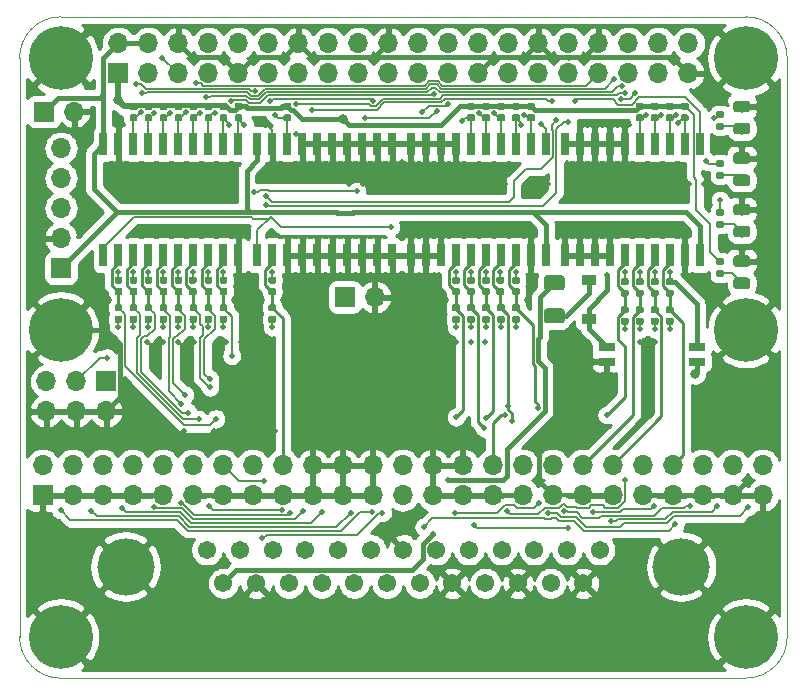
<source format=gbr>
%TF.GenerationSoftware,KiCad,Pcbnew,(5.1.4)-1*%
%TF.CreationDate,2020-08-18T18:52:44-05:00*%
%TF.ProjectId,rascsi_2p2,72617363-7369-45f3-9270-322e6b696361,rev?*%
%TF.SameCoordinates,PX59d60c0PY325aa00*%
%TF.FileFunction,Copper,L1,Top*%
%TF.FilePolarity,Positive*%
%FSLAX46Y46*%
G04 Gerber Fmt 4.6, Leading zero omitted, Abs format (unit mm)*
G04 Created by KiCad (PCBNEW (5.1.4)-1) date 2020-08-18 18:52:44*
%MOMM*%
%LPD*%
G04 APERTURE LIST*
%TA.AperFunction,NonConductor*%
%ADD10C,0.050000*%
%TD*%
%TA.AperFunction,ComponentPad*%
%ADD11O,1.700000X1.700000*%
%TD*%
%TA.AperFunction,ComponentPad*%
%ADD12R,1.700000X1.700000*%
%TD*%
%TA.AperFunction,ComponentPad*%
%ADD13C,4.845000*%
%TD*%
%TA.AperFunction,ComponentPad*%
%ADD14C,1.545000*%
%TD*%
%TA.AperFunction,SMDPad,CuDef*%
%ADD15R,0.650000X1.950000*%
%TD*%
%TA.AperFunction,Conductor*%
%ADD16C,0.150000*%
%TD*%
%TA.AperFunction,SMDPad,CuDef*%
%ADD17C,0.590000*%
%TD*%
%TA.AperFunction,SMDPad,CuDef*%
%ADD18C,1.250000*%
%TD*%
%TA.AperFunction,SMDPad,CuDef*%
%ADD19R,1.200000X0.900000*%
%TD*%
%TA.AperFunction,SMDPad,CuDef*%
%ADD20R,1.425000X0.750000*%
%TD*%
%TA.AperFunction,ComponentPad*%
%ADD21C,0.800000*%
%TD*%
%TA.AperFunction,ComponentPad*%
%ADD22C,5.400000*%
%TD*%
%TA.AperFunction,SMDPad,CuDef*%
%ADD23C,0.975000*%
%TD*%
%TA.AperFunction,ViaPad*%
%ADD24C,0.500000*%
%TD*%
%TA.AperFunction,ViaPad*%
%ADD25C,0.800000*%
%TD*%
%TA.AperFunction,Conductor*%
%ADD26C,0.400000*%
%TD*%
%TA.AperFunction,Conductor*%
%ADD27C,0.250000*%
%TD*%
%TA.AperFunction,Conductor*%
%ADD28C,0.200000*%
%TD*%
%TA.AperFunction,Conductor*%
%ADD29C,0.500000*%
%TD*%
%TA.AperFunction,Conductor*%
%ADD30C,0.254000*%
%TD*%
G04 APERTURE END LIST*
D10*
X83800000Y-45696000D02*
X141800000Y-45696000D01*
X83800000Y-45696000D02*
G75*
G02X80300000Y-42196000I0J3500000D01*
G01*
X145300000Y-42196000D02*
G75*
G02X141800000Y-45696000I-3500000J0D01*
G01*
X80300000Y6800000D02*
X80300000Y-42196000D01*
X145300000Y6800000D02*
X145300000Y-42196000D01*
X83800000Y10300000D02*
X141800000Y10300000D01*
X80300000Y6800000D02*
G75*
G02X83800000Y10300000I3500000J0D01*
G01*
X141800000Y10300000D02*
G75*
G02X145300000Y6800000I0J-3500000D01*
G01*
D11*
%TO.P,J7,2*%
%TO.N,GND*%
X84920000Y2280000D03*
D12*
%TO.P,J7,1*%
%TO.N,+5V*%
X82380000Y2280000D03*
%TD*%
D13*
%TO.P,J6,MH2*%
%TO.N,GND*%
X89281600Y-36250000D03*
%TO.P,J6,MH1*%
X136321600Y-36250000D03*
D14*
%TO.P,J6,25*%
%TO.N,TERMPOW*%
X97566600Y-37670000D03*
%TO.P,J6,24*%
%TO.N,GND*%
X100336600Y-37670000D03*
%TO.P,J6,23*%
%TO.N,C-D4*%
X103106600Y-37670000D03*
%TO.P,J6,22*%
%TO.N,C-D2*%
X105876600Y-37670000D03*
%TO.P,J6,21*%
%TO.N,C-D1*%
X108646600Y-37670000D03*
%TO.P,J6,20*%
%TO.N,C-DP*%
X111416600Y-37670000D03*
%TO.P,J6,19*%
%TO.N,C-SEL*%
X114186600Y-37670000D03*
%TO.P,J6,18*%
%TO.N,GND*%
X116956600Y-37670000D03*
%TO.P,J6,17*%
%TO.N,C-ATN*%
X119726600Y-37670000D03*
%TO.P,J6,16*%
%TO.N,GND*%
X122496600Y-37670000D03*
%TO.P,J6,15*%
%TO.N,C-C_D*%
X125266600Y-37670000D03*
%TO.P,J6,14*%
%TO.N,GND*%
X128036600Y-37670000D03*
%TO.P,J6,13*%
%TO.N,C-D7*%
X96181600Y-34830000D03*
%TO.P,J6,12*%
%TO.N,C-D6*%
X98951600Y-34830000D03*
%TO.P,J6,11*%
%TO.N,C-D5*%
X101721600Y-34830000D03*
%TO.P,J6,10*%
%TO.N,C-D3*%
X104491600Y-34830000D03*
%TO.P,J6,9*%
%TO.N,GND*%
X107261600Y-34830000D03*
%TO.P,J6,8*%
%TO.N,C-D0*%
X110031600Y-34830000D03*
%TO.P,J6,7*%
%TO.N,GND*%
X112801600Y-34830000D03*
%TO.P,J6,6*%
%TO.N,C-BSY*%
X115571600Y-34830000D03*
%TO.P,J6,5*%
%TO.N,C-ACK*%
X118341600Y-34830000D03*
%TO.P,J6,4*%
%TO.N,C-RST*%
X121111600Y-34830000D03*
%TO.P,J6,3*%
%TO.N,C-I_O*%
X123881600Y-34830000D03*
%TO.P,J6,2*%
%TO.N,C-MSG*%
X126651600Y-34830000D03*
%TO.P,J6,1*%
%TO.N,C-REQ*%
X129421600Y-34830000D03*
%TD*%
D15*
%TO.P,IC4,20*%
%TO.N,+5V*%
X137892500Y-9900500D03*
%TO.P,IC4,19*%
%TO.N,GND*%
X136622500Y-9900500D03*
%TO.P,IC4,18*%
%TO.N,C-SEL*%
X135352500Y-9900500D03*
%TO.P,IC4,17*%
%TO.N,C-RST*%
X134082500Y-9900500D03*
%TO.P,IC4,16*%
%TO.N,C-ACK*%
X132812500Y-9900500D03*
%TO.P,IC4,15*%
%TO.N,C-ATN*%
X131542500Y-9900500D03*
%TO.P,IC4,14*%
%TO.N,GND*%
X130272500Y-9900500D03*
%TO.P,IC4,13*%
X129002500Y-9900500D03*
%TO.P,IC4,12*%
X127732500Y-9900500D03*
%TO.P,IC4,11*%
X126462500Y-9900500D03*
%TO.P,IC4,10*%
X126462500Y-450500D03*
%TO.P,IC4,9*%
X127732500Y-450500D03*
%TO.P,IC4,8*%
X129002500Y-450500D03*
%TO.P,IC4,7*%
X130272500Y-450500D03*
%TO.P,IC4,6*%
X131542500Y-450500D03*
%TO.P,IC4,5*%
%TO.N,PI-ATN*%
X132812500Y-450500D03*
%TO.P,IC4,4*%
%TO.N,PI-ACK*%
X134082500Y-450500D03*
%TO.P,IC4,3*%
%TO.N,PI-RST*%
X135352500Y-450500D03*
%TO.P,IC4,2*%
%TO.N,PI-SEL*%
X136622500Y-450500D03*
%TO.P,IC4,1*%
%TO.N,PI-IND*%
X137892500Y-450500D03*
%TD*%
%TO.P,IC3,20*%
%TO.N,+5V*%
X124875000Y-9900500D03*
%TO.P,IC3,19*%
%TO.N,GND*%
X123605000Y-9900500D03*
%TO.P,IC3,18*%
%TO.N,C-I_O*%
X122335000Y-9900500D03*
%TO.P,IC3,17*%
%TO.N,C-REQ*%
X121065000Y-9900500D03*
%TO.P,IC3,16*%
%TO.N,C-C_D*%
X119795000Y-9900500D03*
%TO.P,IC3,15*%
%TO.N,C-MSG*%
X118525000Y-9900500D03*
%TO.P,IC3,14*%
%TO.N,C-BSY*%
X117255000Y-9900500D03*
%TO.P,IC3,13*%
%TO.N,GND*%
X115985000Y-9900500D03*
%TO.P,IC3,12*%
X114715000Y-9900500D03*
%TO.P,IC3,11*%
X113445000Y-9900500D03*
%TO.P,IC3,10*%
X113445000Y-450500D03*
%TO.P,IC3,9*%
X114715000Y-450500D03*
%TO.P,IC3,8*%
X115985000Y-450500D03*
%TO.P,IC3,7*%
X117255000Y-450500D03*
%TO.P,IC3,6*%
%TO.N,PI-BSY*%
X118525000Y-450500D03*
%TO.P,IC3,5*%
%TO.N,PI-MSG*%
X119795000Y-450500D03*
%TO.P,IC3,4*%
%TO.N,PI-C_D*%
X121065000Y-450500D03*
%TO.P,IC3,3*%
%TO.N,PI-REQ*%
X122335000Y-450500D03*
%TO.P,IC3,2*%
%TO.N,PI-I_O*%
X123605000Y-450500D03*
%TO.P,IC3,1*%
%TO.N,PI-TAD*%
X124875000Y-450500D03*
%TD*%
%TO.P,IC2,20*%
%TO.N,+5V*%
X87410000Y-450500D03*
%TO.P,IC2,19*%
%TO.N,GND*%
X88680000Y-450500D03*
%TO.P,IC2,18*%
%TO.N,PI-D7*%
X89950000Y-450500D03*
%TO.P,IC2,17*%
%TO.N,PI-D6*%
X91220000Y-450500D03*
%TO.P,IC2,16*%
%TO.N,PI-D5*%
X92490000Y-450500D03*
%TO.P,IC2,15*%
%TO.N,PI-D4*%
X93760000Y-450500D03*
%TO.P,IC2,14*%
%TO.N,PI-D3*%
X95030000Y-450500D03*
%TO.P,IC2,13*%
%TO.N,PI-D2*%
X96300000Y-450500D03*
%TO.P,IC2,12*%
%TO.N,PI-D1*%
X97570000Y-450500D03*
%TO.P,IC2,11*%
%TO.N,PI-D0*%
X98840000Y-450500D03*
%TO.P,IC2,10*%
%TO.N,GND*%
X98840000Y-9900500D03*
%TO.P,IC2,9*%
%TO.N,C-D0*%
X97570000Y-9900500D03*
%TO.P,IC2,8*%
%TO.N,C-D1*%
X96300000Y-9900500D03*
%TO.P,IC2,7*%
%TO.N,C-D2*%
X95030000Y-9900500D03*
%TO.P,IC2,6*%
%TO.N,C-D3*%
X93760000Y-9900500D03*
%TO.P,IC2,5*%
%TO.N,C-D4*%
X92490000Y-9900500D03*
%TO.P,IC2,4*%
%TO.N,C-D5*%
X91220000Y-9900500D03*
%TO.P,IC2,3*%
%TO.N,C-D6*%
X89950000Y-9900500D03*
%TO.P,IC2,2*%
%TO.N,C-D7*%
X88680000Y-9900500D03*
%TO.P,IC2,1*%
%TO.N,PI-DTD*%
X87410000Y-9900500D03*
%TD*%
%TO.P,IC1,20*%
%TO.N,+5V*%
X100427500Y-450500D03*
%TO.P,IC1,19*%
%TO.N,GND*%
X101697500Y-450500D03*
%TO.P,IC1,18*%
%TO.N,PI-DP*%
X102967500Y-450500D03*
%TO.P,IC1,17*%
%TO.N,GND*%
X104237500Y-450500D03*
%TO.P,IC1,16*%
X105507500Y-450500D03*
%TO.P,IC1,15*%
X106777500Y-450500D03*
%TO.P,IC1,14*%
X108047500Y-450500D03*
%TO.P,IC1,13*%
X109317500Y-450500D03*
%TO.P,IC1,12*%
X110587500Y-450500D03*
%TO.P,IC1,11*%
X111857500Y-450500D03*
%TO.P,IC1,10*%
X111857500Y-9900500D03*
%TO.P,IC1,9*%
X110587500Y-9900500D03*
%TO.P,IC1,8*%
X109317500Y-9900500D03*
%TO.P,IC1,7*%
X108047500Y-9900500D03*
%TO.P,IC1,6*%
X106777500Y-9900500D03*
%TO.P,IC1,5*%
X105507500Y-9900500D03*
%TO.P,IC1,4*%
X104237500Y-9900500D03*
%TO.P,IC1,3*%
X102967500Y-9900500D03*
%TO.P,IC1,2*%
%TO.N,C-DP*%
X101697500Y-9900500D03*
%TO.P,IC1,1*%
%TO.N,PI-DTD*%
X100427500Y-9900500D03*
%TD*%
D11*
%TO.P,J5,6*%
%TO.N,GND*%
X82560000Y-23110000D03*
%TO.P,J5,5*%
%TO.N,PI_GPIO9*%
X82560000Y-20570000D03*
%TO.P,J5,4*%
%TO.N,GND*%
X85100000Y-23110000D03*
%TO.P,J5,3*%
%TO.N,PI_GPIO1*%
X85100000Y-20570000D03*
%TO.P,J5,2*%
%TO.N,GND*%
X87640000Y-23110000D03*
D12*
%TO.P,J5,1*%
%TO.N,PI_GPIO0*%
X87640000Y-20570000D03*
%TD*%
D16*
%TO.N,Net-(D4-Pad2)*%
%TO.C,R4*%
G36*
X139793958Y-11119210D02*
G01*
X139808276Y-11121334D01*
X139822317Y-11124851D01*
X139835946Y-11129728D01*
X139849031Y-11135917D01*
X139861447Y-11143358D01*
X139873073Y-11151981D01*
X139883798Y-11161702D01*
X139893519Y-11172427D01*
X139902142Y-11184053D01*
X139909583Y-11196469D01*
X139915772Y-11209554D01*
X139920649Y-11223183D01*
X139924166Y-11237224D01*
X139926290Y-11251542D01*
X139927000Y-11266000D01*
X139927000Y-11561000D01*
X139926290Y-11575458D01*
X139924166Y-11589776D01*
X139920649Y-11603817D01*
X139915772Y-11617446D01*
X139909583Y-11630531D01*
X139902142Y-11642947D01*
X139893519Y-11654573D01*
X139883798Y-11665298D01*
X139873073Y-11675019D01*
X139861447Y-11683642D01*
X139849031Y-11691083D01*
X139835946Y-11697272D01*
X139822317Y-11702149D01*
X139808276Y-11705666D01*
X139793958Y-11707790D01*
X139779500Y-11708500D01*
X139434500Y-11708500D01*
X139420042Y-11707790D01*
X139405724Y-11705666D01*
X139391683Y-11702149D01*
X139378054Y-11697272D01*
X139364969Y-11691083D01*
X139352553Y-11683642D01*
X139340927Y-11675019D01*
X139330202Y-11665298D01*
X139320481Y-11654573D01*
X139311858Y-11642947D01*
X139304417Y-11630531D01*
X139298228Y-11617446D01*
X139293351Y-11603817D01*
X139289834Y-11589776D01*
X139287710Y-11575458D01*
X139287000Y-11561000D01*
X139287000Y-11266000D01*
X139287710Y-11251542D01*
X139289834Y-11237224D01*
X139293351Y-11223183D01*
X139298228Y-11209554D01*
X139304417Y-11196469D01*
X139311858Y-11184053D01*
X139320481Y-11172427D01*
X139330202Y-11161702D01*
X139340927Y-11151981D01*
X139352553Y-11143358D01*
X139364969Y-11135917D01*
X139378054Y-11129728D01*
X139391683Y-11124851D01*
X139405724Y-11121334D01*
X139420042Y-11119210D01*
X139434500Y-11118500D01*
X139779500Y-11118500D01*
X139793958Y-11119210D01*
X139793958Y-11119210D01*
G37*
D17*
%TD*%
%TO.P,R4,2*%
%TO.N,Net-(D4-Pad2)*%
X139607000Y-11413500D03*
D16*
%TO.N,+3V3*%
%TO.C,R4*%
G36*
X139793958Y-10149210D02*
G01*
X139808276Y-10151334D01*
X139822317Y-10154851D01*
X139835946Y-10159728D01*
X139849031Y-10165917D01*
X139861447Y-10173358D01*
X139873073Y-10181981D01*
X139883798Y-10191702D01*
X139893519Y-10202427D01*
X139902142Y-10214053D01*
X139909583Y-10226469D01*
X139915772Y-10239554D01*
X139920649Y-10253183D01*
X139924166Y-10267224D01*
X139926290Y-10281542D01*
X139927000Y-10296000D01*
X139927000Y-10591000D01*
X139926290Y-10605458D01*
X139924166Y-10619776D01*
X139920649Y-10633817D01*
X139915772Y-10647446D01*
X139909583Y-10660531D01*
X139902142Y-10672947D01*
X139893519Y-10684573D01*
X139883798Y-10695298D01*
X139873073Y-10705019D01*
X139861447Y-10713642D01*
X139849031Y-10721083D01*
X139835946Y-10727272D01*
X139822317Y-10732149D01*
X139808276Y-10735666D01*
X139793958Y-10737790D01*
X139779500Y-10738500D01*
X139434500Y-10738500D01*
X139420042Y-10737790D01*
X139405724Y-10735666D01*
X139391683Y-10732149D01*
X139378054Y-10727272D01*
X139364969Y-10721083D01*
X139352553Y-10713642D01*
X139340927Y-10705019D01*
X139330202Y-10695298D01*
X139320481Y-10684573D01*
X139311858Y-10672947D01*
X139304417Y-10660531D01*
X139298228Y-10647446D01*
X139293351Y-10633817D01*
X139289834Y-10619776D01*
X139287710Y-10605458D01*
X139287000Y-10591000D01*
X139287000Y-10296000D01*
X139287710Y-10281542D01*
X139289834Y-10267224D01*
X139293351Y-10253183D01*
X139298228Y-10239554D01*
X139304417Y-10226469D01*
X139311858Y-10214053D01*
X139320481Y-10202427D01*
X139330202Y-10191702D01*
X139340927Y-10181981D01*
X139352553Y-10173358D01*
X139364969Y-10165917D01*
X139378054Y-10159728D01*
X139391683Y-10154851D01*
X139405724Y-10151334D01*
X139420042Y-10149210D01*
X139434500Y-10148500D01*
X139779500Y-10148500D01*
X139793958Y-10149210D01*
X139793958Y-10149210D01*
G37*
D17*
%TD*%
%TO.P,R4,1*%
%TO.N,+3V3*%
X139607000Y-10443500D03*
D16*
%TO.N,Net-(D2-Pad2)*%
%TO.C,R2*%
G36*
X139793958Y-2813543D02*
G01*
X139808276Y-2815667D01*
X139822317Y-2819184D01*
X139835946Y-2824061D01*
X139849031Y-2830250D01*
X139861447Y-2837691D01*
X139873073Y-2846314D01*
X139883798Y-2856035D01*
X139893519Y-2866760D01*
X139902142Y-2878386D01*
X139909583Y-2890802D01*
X139915772Y-2903887D01*
X139920649Y-2917516D01*
X139924166Y-2931557D01*
X139926290Y-2945875D01*
X139927000Y-2960333D01*
X139927000Y-3255333D01*
X139926290Y-3269791D01*
X139924166Y-3284109D01*
X139920649Y-3298150D01*
X139915772Y-3311779D01*
X139909583Y-3324864D01*
X139902142Y-3337280D01*
X139893519Y-3348906D01*
X139883798Y-3359631D01*
X139873073Y-3369352D01*
X139861447Y-3377975D01*
X139849031Y-3385416D01*
X139835946Y-3391605D01*
X139822317Y-3396482D01*
X139808276Y-3399999D01*
X139793958Y-3402123D01*
X139779500Y-3402833D01*
X139434500Y-3402833D01*
X139420042Y-3402123D01*
X139405724Y-3399999D01*
X139391683Y-3396482D01*
X139378054Y-3391605D01*
X139364969Y-3385416D01*
X139352553Y-3377975D01*
X139340927Y-3369352D01*
X139330202Y-3359631D01*
X139320481Y-3348906D01*
X139311858Y-3337280D01*
X139304417Y-3324864D01*
X139298228Y-3311779D01*
X139293351Y-3298150D01*
X139289834Y-3284109D01*
X139287710Y-3269791D01*
X139287000Y-3255333D01*
X139287000Y-2960333D01*
X139287710Y-2945875D01*
X139289834Y-2931557D01*
X139293351Y-2917516D01*
X139298228Y-2903887D01*
X139304417Y-2890802D01*
X139311858Y-2878386D01*
X139320481Y-2866760D01*
X139330202Y-2856035D01*
X139340927Y-2846314D01*
X139352553Y-2837691D01*
X139364969Y-2830250D01*
X139378054Y-2824061D01*
X139391683Y-2819184D01*
X139405724Y-2815667D01*
X139420042Y-2813543D01*
X139434500Y-2812833D01*
X139779500Y-2812833D01*
X139793958Y-2813543D01*
X139793958Y-2813543D01*
G37*
D17*
%TD*%
%TO.P,R2,2*%
%TO.N,Net-(D2-Pad2)*%
X139607000Y-3107833D03*
D16*
%TO.N,DBG_LED*%
%TO.C,R2*%
G36*
X139793958Y-1843543D02*
G01*
X139808276Y-1845667D01*
X139822317Y-1849184D01*
X139835946Y-1854061D01*
X139849031Y-1860250D01*
X139861447Y-1867691D01*
X139873073Y-1876314D01*
X139883798Y-1886035D01*
X139893519Y-1896760D01*
X139902142Y-1908386D01*
X139909583Y-1920802D01*
X139915772Y-1933887D01*
X139920649Y-1947516D01*
X139924166Y-1961557D01*
X139926290Y-1975875D01*
X139927000Y-1990333D01*
X139927000Y-2285333D01*
X139926290Y-2299791D01*
X139924166Y-2314109D01*
X139920649Y-2328150D01*
X139915772Y-2341779D01*
X139909583Y-2354864D01*
X139902142Y-2367280D01*
X139893519Y-2378906D01*
X139883798Y-2389631D01*
X139873073Y-2399352D01*
X139861447Y-2407975D01*
X139849031Y-2415416D01*
X139835946Y-2421605D01*
X139822317Y-2426482D01*
X139808276Y-2429999D01*
X139793958Y-2432123D01*
X139779500Y-2432833D01*
X139434500Y-2432833D01*
X139420042Y-2432123D01*
X139405724Y-2429999D01*
X139391683Y-2426482D01*
X139378054Y-2421605D01*
X139364969Y-2415416D01*
X139352553Y-2407975D01*
X139340927Y-2399352D01*
X139330202Y-2389631D01*
X139320481Y-2378906D01*
X139311858Y-2367280D01*
X139304417Y-2354864D01*
X139298228Y-2341779D01*
X139293351Y-2328150D01*
X139289834Y-2314109D01*
X139287710Y-2299791D01*
X139287000Y-2285333D01*
X139287000Y-1990333D01*
X139287710Y-1975875D01*
X139289834Y-1961557D01*
X139293351Y-1947516D01*
X139298228Y-1933887D01*
X139304417Y-1920802D01*
X139311858Y-1908386D01*
X139320481Y-1896760D01*
X139330202Y-1886035D01*
X139340927Y-1876314D01*
X139352553Y-1867691D01*
X139364969Y-1860250D01*
X139378054Y-1854061D01*
X139391683Y-1849184D01*
X139405724Y-1845667D01*
X139420042Y-1843543D01*
X139434500Y-1842833D01*
X139779500Y-1842833D01*
X139793958Y-1843543D01*
X139793958Y-1843543D01*
G37*
D17*
%TD*%
%TO.P,R2,1*%
%TO.N,DBG_LED*%
X139607000Y-2137833D03*
D16*
%TO.N,Net-(D1-Pad2)*%
%TO.C,R1*%
G36*
X139793958Y1339290D02*
G01*
X139808276Y1337166D01*
X139822317Y1333649D01*
X139835946Y1328772D01*
X139849031Y1322583D01*
X139861447Y1315142D01*
X139873073Y1306519D01*
X139883798Y1296798D01*
X139893519Y1286073D01*
X139902142Y1274447D01*
X139909583Y1262031D01*
X139915772Y1248946D01*
X139920649Y1235317D01*
X139924166Y1221276D01*
X139926290Y1206958D01*
X139927000Y1192500D01*
X139927000Y897500D01*
X139926290Y883042D01*
X139924166Y868724D01*
X139920649Y854683D01*
X139915772Y841054D01*
X139909583Y827969D01*
X139902142Y815553D01*
X139893519Y803927D01*
X139883798Y793202D01*
X139873073Y783481D01*
X139861447Y774858D01*
X139849031Y767417D01*
X139835946Y761228D01*
X139822317Y756351D01*
X139808276Y752834D01*
X139793958Y750710D01*
X139779500Y750000D01*
X139434500Y750000D01*
X139420042Y750710D01*
X139405724Y752834D01*
X139391683Y756351D01*
X139378054Y761228D01*
X139364969Y767417D01*
X139352553Y774858D01*
X139340927Y783481D01*
X139330202Y793202D01*
X139320481Y803927D01*
X139311858Y815553D01*
X139304417Y827969D01*
X139298228Y841054D01*
X139293351Y854683D01*
X139289834Y868724D01*
X139287710Y883042D01*
X139287000Y897500D01*
X139287000Y1192500D01*
X139287710Y1206958D01*
X139289834Y1221276D01*
X139293351Y1235317D01*
X139298228Y1248946D01*
X139304417Y1262031D01*
X139311858Y1274447D01*
X139320481Y1286073D01*
X139330202Y1296798D01*
X139340927Y1306519D01*
X139352553Y1315142D01*
X139364969Y1322583D01*
X139378054Y1328772D01*
X139391683Y1333649D01*
X139405724Y1337166D01*
X139420042Y1339290D01*
X139434500Y1340000D01*
X139779500Y1340000D01*
X139793958Y1339290D01*
X139793958Y1339290D01*
G37*
D17*
%TD*%
%TO.P,R1,2*%
%TO.N,Net-(D1-Pad2)*%
X139607000Y1045000D03*
D16*
%TO.N,PI-ACT*%
%TO.C,R1*%
G36*
X139793958Y2309290D02*
G01*
X139808276Y2307166D01*
X139822317Y2303649D01*
X139835946Y2298772D01*
X139849031Y2292583D01*
X139861447Y2285142D01*
X139873073Y2276519D01*
X139883798Y2266798D01*
X139893519Y2256073D01*
X139902142Y2244447D01*
X139909583Y2232031D01*
X139915772Y2218946D01*
X139920649Y2205317D01*
X139924166Y2191276D01*
X139926290Y2176958D01*
X139927000Y2162500D01*
X139927000Y1867500D01*
X139926290Y1853042D01*
X139924166Y1838724D01*
X139920649Y1824683D01*
X139915772Y1811054D01*
X139909583Y1797969D01*
X139902142Y1785553D01*
X139893519Y1773927D01*
X139883798Y1763202D01*
X139873073Y1753481D01*
X139861447Y1744858D01*
X139849031Y1737417D01*
X139835946Y1731228D01*
X139822317Y1726351D01*
X139808276Y1722834D01*
X139793958Y1720710D01*
X139779500Y1720000D01*
X139434500Y1720000D01*
X139420042Y1720710D01*
X139405724Y1722834D01*
X139391683Y1726351D01*
X139378054Y1731228D01*
X139364969Y1737417D01*
X139352553Y1744858D01*
X139340927Y1753481D01*
X139330202Y1763202D01*
X139320481Y1773927D01*
X139311858Y1785553D01*
X139304417Y1797969D01*
X139298228Y1811054D01*
X139293351Y1824683D01*
X139289834Y1838724D01*
X139287710Y1853042D01*
X139287000Y1867500D01*
X139287000Y2162500D01*
X139287710Y2176958D01*
X139289834Y2191276D01*
X139293351Y2205317D01*
X139298228Y2218946D01*
X139304417Y2232031D01*
X139311858Y2244447D01*
X139320481Y2256073D01*
X139330202Y2266798D01*
X139340927Y2276519D01*
X139352553Y2285142D01*
X139364969Y2292583D01*
X139378054Y2298772D01*
X139391683Y2303649D01*
X139405724Y2307166D01*
X139420042Y2309290D01*
X139434500Y2310000D01*
X139779500Y2310000D01*
X139793958Y2309290D01*
X139793958Y2309290D01*
G37*
D17*
%TD*%
%TO.P,R1,1*%
%TO.N,PI-ACT*%
X139607000Y2015000D03*
D11*
%TO.P,J3,50*%
%TO.N,C-I_O*%
X143226500Y-27654500D03*
%TO.P,J3,49*%
%TO.N,GND*%
X143226500Y-30194500D03*
%TO.P,J3,48*%
%TO.N,C-REQ*%
X140686500Y-27654500D03*
%TO.P,J3,47*%
%TO.N,GND*%
X140686500Y-30194500D03*
%TO.P,J3,46*%
%TO.N,C-C_D*%
X138146500Y-27654500D03*
%TO.P,J3,45*%
%TO.N,GND*%
X138146500Y-30194500D03*
%TO.P,J3,44*%
%TO.N,C-SEL*%
X135606500Y-27654500D03*
%TO.P,J3,43*%
%TO.N,GND*%
X135606500Y-30194500D03*
%TO.P,J3,42*%
%TO.N,C-MSG*%
X133066500Y-27654500D03*
%TO.P,J3,41*%
%TO.N,GND*%
X133066500Y-30194500D03*
%TO.P,J3,40*%
%TO.N,C-RST*%
X130526500Y-27654500D03*
%TO.P,J3,39*%
%TO.N,GND*%
X130526500Y-30194500D03*
%TO.P,J3,38*%
%TO.N,C-ACK*%
X127986500Y-27654500D03*
%TO.P,J3,37*%
%TO.N,GND*%
X127986500Y-30194500D03*
%TO.P,J3,36*%
%TO.N,C-BSY*%
X125446500Y-27654500D03*
%TO.P,J3,35*%
%TO.N,GND*%
X125446500Y-30194500D03*
%TO.P,J3,34*%
%TO.N,Net-(J3-Pad34)*%
X122906500Y-27654500D03*
%TO.P,J3,33*%
%TO.N,GND*%
X122906500Y-30194500D03*
%TO.P,J3,32*%
%TO.N,C-ATN*%
X120366500Y-27654500D03*
%TO.P,J3,31*%
%TO.N,GND*%
X120366500Y-30194500D03*
%TO.P,J3,30*%
X117826500Y-27654500D03*
%TO.P,J3,29*%
X117826500Y-30194500D03*
%TO.P,J3,28*%
X115286500Y-27654500D03*
%TO.P,J3,27*%
X115286500Y-30194500D03*
%TO.P,J3,26*%
%TO.N,Net-(J3-Pad26)*%
X112746500Y-27654500D03*
%TO.P,J3,25*%
%TO.N,Net-(J3-Pad25)*%
X112746500Y-30194500D03*
%TO.P,J3,24*%
%TO.N,GND*%
X110206500Y-27654500D03*
%TO.P,J3,23*%
X110206500Y-30194500D03*
%TO.P,J3,22*%
X107666500Y-27654500D03*
%TO.P,J3,21*%
X107666500Y-30194500D03*
%TO.P,J3,20*%
X105126500Y-27654500D03*
%TO.P,J3,19*%
X105126500Y-30194500D03*
%TO.P,J3,18*%
%TO.N,C-DP*%
X102586500Y-27654500D03*
%TO.P,J3,17*%
%TO.N,GND*%
X102586500Y-30194500D03*
%TO.P,J3,16*%
%TO.N,C-D7*%
X100046500Y-27654500D03*
%TO.P,J3,15*%
%TO.N,GND*%
X100046500Y-30194500D03*
%TO.P,J3,14*%
%TO.N,C-D6*%
X97506500Y-27654500D03*
%TO.P,J3,13*%
%TO.N,GND*%
X97506500Y-30194500D03*
%TO.P,J3,12*%
%TO.N,C-D5*%
X94966500Y-27654500D03*
%TO.P,J3,11*%
%TO.N,GND*%
X94966500Y-30194500D03*
%TO.P,J3,10*%
%TO.N,C-D4*%
X92426500Y-27654500D03*
%TO.P,J3,9*%
%TO.N,GND*%
X92426500Y-30194500D03*
%TO.P,J3,8*%
%TO.N,C-D3*%
X89886500Y-27654500D03*
%TO.P,J3,7*%
%TO.N,GND*%
X89886500Y-30194500D03*
%TO.P,J3,6*%
%TO.N,C-D2*%
X87346500Y-27654500D03*
%TO.P,J3,5*%
%TO.N,GND*%
X87346500Y-30194500D03*
%TO.P,J3,4*%
%TO.N,C-D1*%
X84806500Y-27654500D03*
%TO.P,J3,3*%
%TO.N,GND*%
X84806500Y-30194500D03*
%TO.P,J3,2*%
%TO.N,C-D0*%
X82266500Y-27654500D03*
D12*
%TO.P,J3,1*%
%TO.N,GND*%
X82266500Y-30194500D03*
%TD*%
D11*
%TO.P,J2,2*%
%TO.N,GND*%
X110397000Y-13430500D03*
D12*
%TO.P,J2,1*%
%TO.N,PI-ACT*%
X107857000Y-13430500D03*
%TD*%
D16*
%TO.N,C-DP*%
%TO.C,R58*%
G36*
X101884458Y-14048210D02*
G01*
X101898776Y-14050334D01*
X101912817Y-14053851D01*
X101926446Y-14058728D01*
X101939531Y-14064917D01*
X101951947Y-14072358D01*
X101963573Y-14080981D01*
X101974298Y-14090702D01*
X101984019Y-14101427D01*
X101992642Y-14113053D01*
X102000083Y-14125469D01*
X102006272Y-14138554D01*
X102011149Y-14152183D01*
X102014666Y-14166224D01*
X102016790Y-14180542D01*
X102017500Y-14195000D01*
X102017500Y-14490000D01*
X102016790Y-14504458D01*
X102014666Y-14518776D01*
X102011149Y-14532817D01*
X102006272Y-14546446D01*
X102000083Y-14559531D01*
X101992642Y-14571947D01*
X101984019Y-14583573D01*
X101974298Y-14594298D01*
X101963573Y-14604019D01*
X101951947Y-14612642D01*
X101939531Y-14620083D01*
X101926446Y-14626272D01*
X101912817Y-14631149D01*
X101898776Y-14634666D01*
X101884458Y-14636790D01*
X101870000Y-14637500D01*
X101525000Y-14637500D01*
X101510542Y-14636790D01*
X101496224Y-14634666D01*
X101482183Y-14631149D01*
X101468554Y-14626272D01*
X101455469Y-14620083D01*
X101443053Y-14612642D01*
X101431427Y-14604019D01*
X101420702Y-14594298D01*
X101410981Y-14583573D01*
X101402358Y-14571947D01*
X101394917Y-14559531D01*
X101388728Y-14546446D01*
X101383851Y-14532817D01*
X101380334Y-14518776D01*
X101378210Y-14504458D01*
X101377500Y-14490000D01*
X101377500Y-14195000D01*
X101378210Y-14180542D01*
X101380334Y-14166224D01*
X101383851Y-14152183D01*
X101388728Y-14138554D01*
X101394917Y-14125469D01*
X101402358Y-14113053D01*
X101410981Y-14101427D01*
X101420702Y-14090702D01*
X101431427Y-14080981D01*
X101443053Y-14072358D01*
X101455469Y-14064917D01*
X101468554Y-14058728D01*
X101482183Y-14053851D01*
X101496224Y-14050334D01*
X101510542Y-14048210D01*
X101525000Y-14047500D01*
X101870000Y-14047500D01*
X101884458Y-14048210D01*
X101884458Y-14048210D01*
G37*
D17*
%TD*%
%TO.P,R58,2*%
%TO.N,C-DP*%
X101697500Y-14342500D03*
D16*
%TO.N,/TERM_GND*%
%TO.C,R58*%
G36*
X101884458Y-15018210D02*
G01*
X101898776Y-15020334D01*
X101912817Y-15023851D01*
X101926446Y-15028728D01*
X101939531Y-15034917D01*
X101951947Y-15042358D01*
X101963573Y-15050981D01*
X101974298Y-15060702D01*
X101984019Y-15071427D01*
X101992642Y-15083053D01*
X102000083Y-15095469D01*
X102006272Y-15108554D01*
X102011149Y-15122183D01*
X102014666Y-15136224D01*
X102016790Y-15150542D01*
X102017500Y-15165000D01*
X102017500Y-15460000D01*
X102016790Y-15474458D01*
X102014666Y-15488776D01*
X102011149Y-15502817D01*
X102006272Y-15516446D01*
X102000083Y-15529531D01*
X101992642Y-15541947D01*
X101984019Y-15553573D01*
X101974298Y-15564298D01*
X101963573Y-15574019D01*
X101951947Y-15582642D01*
X101939531Y-15590083D01*
X101926446Y-15596272D01*
X101912817Y-15601149D01*
X101898776Y-15604666D01*
X101884458Y-15606790D01*
X101870000Y-15607500D01*
X101525000Y-15607500D01*
X101510542Y-15606790D01*
X101496224Y-15604666D01*
X101482183Y-15601149D01*
X101468554Y-15596272D01*
X101455469Y-15590083D01*
X101443053Y-15582642D01*
X101431427Y-15574019D01*
X101420702Y-15564298D01*
X101410981Y-15553573D01*
X101402358Y-15541947D01*
X101394917Y-15529531D01*
X101388728Y-15516446D01*
X101383851Y-15502817D01*
X101380334Y-15488776D01*
X101378210Y-15474458D01*
X101377500Y-15460000D01*
X101377500Y-15165000D01*
X101378210Y-15150542D01*
X101380334Y-15136224D01*
X101383851Y-15122183D01*
X101388728Y-15108554D01*
X101394917Y-15095469D01*
X101402358Y-15083053D01*
X101410981Y-15071427D01*
X101420702Y-15060702D01*
X101431427Y-15050981D01*
X101443053Y-15042358D01*
X101455469Y-15034917D01*
X101468554Y-15028728D01*
X101482183Y-15023851D01*
X101496224Y-15020334D01*
X101510542Y-15018210D01*
X101525000Y-15017500D01*
X101870000Y-15017500D01*
X101884458Y-15018210D01*
X101884458Y-15018210D01*
G37*
D17*
%TD*%
%TO.P,R58,1*%
%TO.N,/TERM_GND*%
X101697500Y-15312500D03*
D16*
%TO.N,C-D0*%
%TO.C,R57*%
G36*
X97756958Y-14048210D02*
G01*
X97771276Y-14050334D01*
X97785317Y-14053851D01*
X97798946Y-14058728D01*
X97812031Y-14064917D01*
X97824447Y-14072358D01*
X97836073Y-14080981D01*
X97846798Y-14090702D01*
X97856519Y-14101427D01*
X97865142Y-14113053D01*
X97872583Y-14125469D01*
X97878772Y-14138554D01*
X97883649Y-14152183D01*
X97887166Y-14166224D01*
X97889290Y-14180542D01*
X97890000Y-14195000D01*
X97890000Y-14490000D01*
X97889290Y-14504458D01*
X97887166Y-14518776D01*
X97883649Y-14532817D01*
X97878772Y-14546446D01*
X97872583Y-14559531D01*
X97865142Y-14571947D01*
X97856519Y-14583573D01*
X97846798Y-14594298D01*
X97836073Y-14604019D01*
X97824447Y-14612642D01*
X97812031Y-14620083D01*
X97798946Y-14626272D01*
X97785317Y-14631149D01*
X97771276Y-14634666D01*
X97756958Y-14636790D01*
X97742500Y-14637500D01*
X97397500Y-14637500D01*
X97383042Y-14636790D01*
X97368724Y-14634666D01*
X97354683Y-14631149D01*
X97341054Y-14626272D01*
X97327969Y-14620083D01*
X97315553Y-14612642D01*
X97303927Y-14604019D01*
X97293202Y-14594298D01*
X97283481Y-14583573D01*
X97274858Y-14571947D01*
X97267417Y-14559531D01*
X97261228Y-14546446D01*
X97256351Y-14532817D01*
X97252834Y-14518776D01*
X97250710Y-14504458D01*
X97250000Y-14490000D01*
X97250000Y-14195000D01*
X97250710Y-14180542D01*
X97252834Y-14166224D01*
X97256351Y-14152183D01*
X97261228Y-14138554D01*
X97267417Y-14125469D01*
X97274858Y-14113053D01*
X97283481Y-14101427D01*
X97293202Y-14090702D01*
X97303927Y-14080981D01*
X97315553Y-14072358D01*
X97327969Y-14064917D01*
X97341054Y-14058728D01*
X97354683Y-14053851D01*
X97368724Y-14050334D01*
X97383042Y-14048210D01*
X97397500Y-14047500D01*
X97742500Y-14047500D01*
X97756958Y-14048210D01*
X97756958Y-14048210D01*
G37*
D17*
%TD*%
%TO.P,R57,2*%
%TO.N,C-D0*%
X97570000Y-14342500D03*
D16*
%TO.N,/TERM_GND*%
%TO.C,R57*%
G36*
X97756958Y-15018210D02*
G01*
X97771276Y-15020334D01*
X97785317Y-15023851D01*
X97798946Y-15028728D01*
X97812031Y-15034917D01*
X97824447Y-15042358D01*
X97836073Y-15050981D01*
X97846798Y-15060702D01*
X97856519Y-15071427D01*
X97865142Y-15083053D01*
X97872583Y-15095469D01*
X97878772Y-15108554D01*
X97883649Y-15122183D01*
X97887166Y-15136224D01*
X97889290Y-15150542D01*
X97890000Y-15165000D01*
X97890000Y-15460000D01*
X97889290Y-15474458D01*
X97887166Y-15488776D01*
X97883649Y-15502817D01*
X97878772Y-15516446D01*
X97872583Y-15529531D01*
X97865142Y-15541947D01*
X97856519Y-15553573D01*
X97846798Y-15564298D01*
X97836073Y-15574019D01*
X97824447Y-15582642D01*
X97812031Y-15590083D01*
X97798946Y-15596272D01*
X97785317Y-15601149D01*
X97771276Y-15604666D01*
X97756958Y-15606790D01*
X97742500Y-15607500D01*
X97397500Y-15607500D01*
X97383042Y-15606790D01*
X97368724Y-15604666D01*
X97354683Y-15601149D01*
X97341054Y-15596272D01*
X97327969Y-15590083D01*
X97315553Y-15582642D01*
X97303927Y-15574019D01*
X97293202Y-15564298D01*
X97283481Y-15553573D01*
X97274858Y-15541947D01*
X97267417Y-15529531D01*
X97261228Y-15516446D01*
X97256351Y-15502817D01*
X97252834Y-15488776D01*
X97250710Y-15474458D01*
X97250000Y-15460000D01*
X97250000Y-15165000D01*
X97250710Y-15150542D01*
X97252834Y-15136224D01*
X97256351Y-15122183D01*
X97261228Y-15108554D01*
X97267417Y-15095469D01*
X97274858Y-15083053D01*
X97283481Y-15071427D01*
X97293202Y-15060702D01*
X97303927Y-15050981D01*
X97315553Y-15042358D01*
X97327969Y-15034917D01*
X97341054Y-15028728D01*
X97354683Y-15023851D01*
X97368724Y-15020334D01*
X97383042Y-15018210D01*
X97397500Y-15017500D01*
X97742500Y-15017500D01*
X97756958Y-15018210D01*
X97756958Y-15018210D01*
G37*
D17*
%TD*%
%TO.P,R57,1*%
%TO.N,/TERM_GND*%
X97570000Y-15312500D03*
D16*
%TO.N,C-D1*%
%TO.C,R56*%
G36*
X96486958Y-14048210D02*
G01*
X96501276Y-14050334D01*
X96515317Y-14053851D01*
X96528946Y-14058728D01*
X96542031Y-14064917D01*
X96554447Y-14072358D01*
X96566073Y-14080981D01*
X96576798Y-14090702D01*
X96586519Y-14101427D01*
X96595142Y-14113053D01*
X96602583Y-14125469D01*
X96608772Y-14138554D01*
X96613649Y-14152183D01*
X96617166Y-14166224D01*
X96619290Y-14180542D01*
X96620000Y-14195000D01*
X96620000Y-14490000D01*
X96619290Y-14504458D01*
X96617166Y-14518776D01*
X96613649Y-14532817D01*
X96608772Y-14546446D01*
X96602583Y-14559531D01*
X96595142Y-14571947D01*
X96586519Y-14583573D01*
X96576798Y-14594298D01*
X96566073Y-14604019D01*
X96554447Y-14612642D01*
X96542031Y-14620083D01*
X96528946Y-14626272D01*
X96515317Y-14631149D01*
X96501276Y-14634666D01*
X96486958Y-14636790D01*
X96472500Y-14637500D01*
X96127500Y-14637500D01*
X96113042Y-14636790D01*
X96098724Y-14634666D01*
X96084683Y-14631149D01*
X96071054Y-14626272D01*
X96057969Y-14620083D01*
X96045553Y-14612642D01*
X96033927Y-14604019D01*
X96023202Y-14594298D01*
X96013481Y-14583573D01*
X96004858Y-14571947D01*
X95997417Y-14559531D01*
X95991228Y-14546446D01*
X95986351Y-14532817D01*
X95982834Y-14518776D01*
X95980710Y-14504458D01*
X95980000Y-14490000D01*
X95980000Y-14195000D01*
X95980710Y-14180542D01*
X95982834Y-14166224D01*
X95986351Y-14152183D01*
X95991228Y-14138554D01*
X95997417Y-14125469D01*
X96004858Y-14113053D01*
X96013481Y-14101427D01*
X96023202Y-14090702D01*
X96033927Y-14080981D01*
X96045553Y-14072358D01*
X96057969Y-14064917D01*
X96071054Y-14058728D01*
X96084683Y-14053851D01*
X96098724Y-14050334D01*
X96113042Y-14048210D01*
X96127500Y-14047500D01*
X96472500Y-14047500D01*
X96486958Y-14048210D01*
X96486958Y-14048210D01*
G37*
D17*
%TD*%
%TO.P,R56,2*%
%TO.N,C-D1*%
X96300000Y-14342500D03*
D16*
%TO.N,/TERM_GND*%
%TO.C,R56*%
G36*
X96486958Y-15018210D02*
G01*
X96501276Y-15020334D01*
X96515317Y-15023851D01*
X96528946Y-15028728D01*
X96542031Y-15034917D01*
X96554447Y-15042358D01*
X96566073Y-15050981D01*
X96576798Y-15060702D01*
X96586519Y-15071427D01*
X96595142Y-15083053D01*
X96602583Y-15095469D01*
X96608772Y-15108554D01*
X96613649Y-15122183D01*
X96617166Y-15136224D01*
X96619290Y-15150542D01*
X96620000Y-15165000D01*
X96620000Y-15460000D01*
X96619290Y-15474458D01*
X96617166Y-15488776D01*
X96613649Y-15502817D01*
X96608772Y-15516446D01*
X96602583Y-15529531D01*
X96595142Y-15541947D01*
X96586519Y-15553573D01*
X96576798Y-15564298D01*
X96566073Y-15574019D01*
X96554447Y-15582642D01*
X96542031Y-15590083D01*
X96528946Y-15596272D01*
X96515317Y-15601149D01*
X96501276Y-15604666D01*
X96486958Y-15606790D01*
X96472500Y-15607500D01*
X96127500Y-15607500D01*
X96113042Y-15606790D01*
X96098724Y-15604666D01*
X96084683Y-15601149D01*
X96071054Y-15596272D01*
X96057969Y-15590083D01*
X96045553Y-15582642D01*
X96033927Y-15574019D01*
X96023202Y-15564298D01*
X96013481Y-15553573D01*
X96004858Y-15541947D01*
X95997417Y-15529531D01*
X95991228Y-15516446D01*
X95986351Y-15502817D01*
X95982834Y-15488776D01*
X95980710Y-15474458D01*
X95980000Y-15460000D01*
X95980000Y-15165000D01*
X95980710Y-15150542D01*
X95982834Y-15136224D01*
X95986351Y-15122183D01*
X95991228Y-15108554D01*
X95997417Y-15095469D01*
X96004858Y-15083053D01*
X96013481Y-15071427D01*
X96023202Y-15060702D01*
X96033927Y-15050981D01*
X96045553Y-15042358D01*
X96057969Y-15034917D01*
X96071054Y-15028728D01*
X96084683Y-15023851D01*
X96098724Y-15020334D01*
X96113042Y-15018210D01*
X96127500Y-15017500D01*
X96472500Y-15017500D01*
X96486958Y-15018210D01*
X96486958Y-15018210D01*
G37*
D17*
%TD*%
%TO.P,R56,1*%
%TO.N,/TERM_GND*%
X96300000Y-15312500D03*
D16*
%TO.N,C-D2*%
%TO.C,R55*%
G36*
X95216958Y-14048210D02*
G01*
X95231276Y-14050334D01*
X95245317Y-14053851D01*
X95258946Y-14058728D01*
X95272031Y-14064917D01*
X95284447Y-14072358D01*
X95296073Y-14080981D01*
X95306798Y-14090702D01*
X95316519Y-14101427D01*
X95325142Y-14113053D01*
X95332583Y-14125469D01*
X95338772Y-14138554D01*
X95343649Y-14152183D01*
X95347166Y-14166224D01*
X95349290Y-14180542D01*
X95350000Y-14195000D01*
X95350000Y-14490000D01*
X95349290Y-14504458D01*
X95347166Y-14518776D01*
X95343649Y-14532817D01*
X95338772Y-14546446D01*
X95332583Y-14559531D01*
X95325142Y-14571947D01*
X95316519Y-14583573D01*
X95306798Y-14594298D01*
X95296073Y-14604019D01*
X95284447Y-14612642D01*
X95272031Y-14620083D01*
X95258946Y-14626272D01*
X95245317Y-14631149D01*
X95231276Y-14634666D01*
X95216958Y-14636790D01*
X95202500Y-14637500D01*
X94857500Y-14637500D01*
X94843042Y-14636790D01*
X94828724Y-14634666D01*
X94814683Y-14631149D01*
X94801054Y-14626272D01*
X94787969Y-14620083D01*
X94775553Y-14612642D01*
X94763927Y-14604019D01*
X94753202Y-14594298D01*
X94743481Y-14583573D01*
X94734858Y-14571947D01*
X94727417Y-14559531D01*
X94721228Y-14546446D01*
X94716351Y-14532817D01*
X94712834Y-14518776D01*
X94710710Y-14504458D01*
X94710000Y-14490000D01*
X94710000Y-14195000D01*
X94710710Y-14180542D01*
X94712834Y-14166224D01*
X94716351Y-14152183D01*
X94721228Y-14138554D01*
X94727417Y-14125469D01*
X94734858Y-14113053D01*
X94743481Y-14101427D01*
X94753202Y-14090702D01*
X94763927Y-14080981D01*
X94775553Y-14072358D01*
X94787969Y-14064917D01*
X94801054Y-14058728D01*
X94814683Y-14053851D01*
X94828724Y-14050334D01*
X94843042Y-14048210D01*
X94857500Y-14047500D01*
X95202500Y-14047500D01*
X95216958Y-14048210D01*
X95216958Y-14048210D01*
G37*
D17*
%TD*%
%TO.P,R55,2*%
%TO.N,C-D2*%
X95030000Y-14342500D03*
D16*
%TO.N,/TERM_GND*%
%TO.C,R55*%
G36*
X95216958Y-15018210D02*
G01*
X95231276Y-15020334D01*
X95245317Y-15023851D01*
X95258946Y-15028728D01*
X95272031Y-15034917D01*
X95284447Y-15042358D01*
X95296073Y-15050981D01*
X95306798Y-15060702D01*
X95316519Y-15071427D01*
X95325142Y-15083053D01*
X95332583Y-15095469D01*
X95338772Y-15108554D01*
X95343649Y-15122183D01*
X95347166Y-15136224D01*
X95349290Y-15150542D01*
X95350000Y-15165000D01*
X95350000Y-15460000D01*
X95349290Y-15474458D01*
X95347166Y-15488776D01*
X95343649Y-15502817D01*
X95338772Y-15516446D01*
X95332583Y-15529531D01*
X95325142Y-15541947D01*
X95316519Y-15553573D01*
X95306798Y-15564298D01*
X95296073Y-15574019D01*
X95284447Y-15582642D01*
X95272031Y-15590083D01*
X95258946Y-15596272D01*
X95245317Y-15601149D01*
X95231276Y-15604666D01*
X95216958Y-15606790D01*
X95202500Y-15607500D01*
X94857500Y-15607500D01*
X94843042Y-15606790D01*
X94828724Y-15604666D01*
X94814683Y-15601149D01*
X94801054Y-15596272D01*
X94787969Y-15590083D01*
X94775553Y-15582642D01*
X94763927Y-15574019D01*
X94753202Y-15564298D01*
X94743481Y-15553573D01*
X94734858Y-15541947D01*
X94727417Y-15529531D01*
X94721228Y-15516446D01*
X94716351Y-15502817D01*
X94712834Y-15488776D01*
X94710710Y-15474458D01*
X94710000Y-15460000D01*
X94710000Y-15165000D01*
X94710710Y-15150542D01*
X94712834Y-15136224D01*
X94716351Y-15122183D01*
X94721228Y-15108554D01*
X94727417Y-15095469D01*
X94734858Y-15083053D01*
X94743481Y-15071427D01*
X94753202Y-15060702D01*
X94763927Y-15050981D01*
X94775553Y-15042358D01*
X94787969Y-15034917D01*
X94801054Y-15028728D01*
X94814683Y-15023851D01*
X94828724Y-15020334D01*
X94843042Y-15018210D01*
X94857500Y-15017500D01*
X95202500Y-15017500D01*
X95216958Y-15018210D01*
X95216958Y-15018210D01*
G37*
D17*
%TD*%
%TO.P,R55,1*%
%TO.N,/TERM_GND*%
X95030000Y-15312500D03*
D16*
%TO.N,C-D3*%
%TO.C,R54*%
G36*
X93946958Y-14048210D02*
G01*
X93961276Y-14050334D01*
X93975317Y-14053851D01*
X93988946Y-14058728D01*
X94002031Y-14064917D01*
X94014447Y-14072358D01*
X94026073Y-14080981D01*
X94036798Y-14090702D01*
X94046519Y-14101427D01*
X94055142Y-14113053D01*
X94062583Y-14125469D01*
X94068772Y-14138554D01*
X94073649Y-14152183D01*
X94077166Y-14166224D01*
X94079290Y-14180542D01*
X94080000Y-14195000D01*
X94080000Y-14490000D01*
X94079290Y-14504458D01*
X94077166Y-14518776D01*
X94073649Y-14532817D01*
X94068772Y-14546446D01*
X94062583Y-14559531D01*
X94055142Y-14571947D01*
X94046519Y-14583573D01*
X94036798Y-14594298D01*
X94026073Y-14604019D01*
X94014447Y-14612642D01*
X94002031Y-14620083D01*
X93988946Y-14626272D01*
X93975317Y-14631149D01*
X93961276Y-14634666D01*
X93946958Y-14636790D01*
X93932500Y-14637500D01*
X93587500Y-14637500D01*
X93573042Y-14636790D01*
X93558724Y-14634666D01*
X93544683Y-14631149D01*
X93531054Y-14626272D01*
X93517969Y-14620083D01*
X93505553Y-14612642D01*
X93493927Y-14604019D01*
X93483202Y-14594298D01*
X93473481Y-14583573D01*
X93464858Y-14571947D01*
X93457417Y-14559531D01*
X93451228Y-14546446D01*
X93446351Y-14532817D01*
X93442834Y-14518776D01*
X93440710Y-14504458D01*
X93440000Y-14490000D01*
X93440000Y-14195000D01*
X93440710Y-14180542D01*
X93442834Y-14166224D01*
X93446351Y-14152183D01*
X93451228Y-14138554D01*
X93457417Y-14125469D01*
X93464858Y-14113053D01*
X93473481Y-14101427D01*
X93483202Y-14090702D01*
X93493927Y-14080981D01*
X93505553Y-14072358D01*
X93517969Y-14064917D01*
X93531054Y-14058728D01*
X93544683Y-14053851D01*
X93558724Y-14050334D01*
X93573042Y-14048210D01*
X93587500Y-14047500D01*
X93932500Y-14047500D01*
X93946958Y-14048210D01*
X93946958Y-14048210D01*
G37*
D17*
%TD*%
%TO.P,R54,2*%
%TO.N,C-D3*%
X93760000Y-14342500D03*
D16*
%TO.N,/TERM_GND*%
%TO.C,R54*%
G36*
X93946958Y-15018210D02*
G01*
X93961276Y-15020334D01*
X93975317Y-15023851D01*
X93988946Y-15028728D01*
X94002031Y-15034917D01*
X94014447Y-15042358D01*
X94026073Y-15050981D01*
X94036798Y-15060702D01*
X94046519Y-15071427D01*
X94055142Y-15083053D01*
X94062583Y-15095469D01*
X94068772Y-15108554D01*
X94073649Y-15122183D01*
X94077166Y-15136224D01*
X94079290Y-15150542D01*
X94080000Y-15165000D01*
X94080000Y-15460000D01*
X94079290Y-15474458D01*
X94077166Y-15488776D01*
X94073649Y-15502817D01*
X94068772Y-15516446D01*
X94062583Y-15529531D01*
X94055142Y-15541947D01*
X94046519Y-15553573D01*
X94036798Y-15564298D01*
X94026073Y-15574019D01*
X94014447Y-15582642D01*
X94002031Y-15590083D01*
X93988946Y-15596272D01*
X93975317Y-15601149D01*
X93961276Y-15604666D01*
X93946958Y-15606790D01*
X93932500Y-15607500D01*
X93587500Y-15607500D01*
X93573042Y-15606790D01*
X93558724Y-15604666D01*
X93544683Y-15601149D01*
X93531054Y-15596272D01*
X93517969Y-15590083D01*
X93505553Y-15582642D01*
X93493927Y-15574019D01*
X93483202Y-15564298D01*
X93473481Y-15553573D01*
X93464858Y-15541947D01*
X93457417Y-15529531D01*
X93451228Y-15516446D01*
X93446351Y-15502817D01*
X93442834Y-15488776D01*
X93440710Y-15474458D01*
X93440000Y-15460000D01*
X93440000Y-15165000D01*
X93440710Y-15150542D01*
X93442834Y-15136224D01*
X93446351Y-15122183D01*
X93451228Y-15108554D01*
X93457417Y-15095469D01*
X93464858Y-15083053D01*
X93473481Y-15071427D01*
X93483202Y-15060702D01*
X93493927Y-15050981D01*
X93505553Y-15042358D01*
X93517969Y-15034917D01*
X93531054Y-15028728D01*
X93544683Y-15023851D01*
X93558724Y-15020334D01*
X93573042Y-15018210D01*
X93587500Y-15017500D01*
X93932500Y-15017500D01*
X93946958Y-15018210D01*
X93946958Y-15018210D01*
G37*
D17*
%TD*%
%TO.P,R54,1*%
%TO.N,/TERM_GND*%
X93760000Y-15312500D03*
D16*
%TO.N,C-D4*%
%TO.C,R53*%
G36*
X92676958Y-14048210D02*
G01*
X92691276Y-14050334D01*
X92705317Y-14053851D01*
X92718946Y-14058728D01*
X92732031Y-14064917D01*
X92744447Y-14072358D01*
X92756073Y-14080981D01*
X92766798Y-14090702D01*
X92776519Y-14101427D01*
X92785142Y-14113053D01*
X92792583Y-14125469D01*
X92798772Y-14138554D01*
X92803649Y-14152183D01*
X92807166Y-14166224D01*
X92809290Y-14180542D01*
X92810000Y-14195000D01*
X92810000Y-14490000D01*
X92809290Y-14504458D01*
X92807166Y-14518776D01*
X92803649Y-14532817D01*
X92798772Y-14546446D01*
X92792583Y-14559531D01*
X92785142Y-14571947D01*
X92776519Y-14583573D01*
X92766798Y-14594298D01*
X92756073Y-14604019D01*
X92744447Y-14612642D01*
X92732031Y-14620083D01*
X92718946Y-14626272D01*
X92705317Y-14631149D01*
X92691276Y-14634666D01*
X92676958Y-14636790D01*
X92662500Y-14637500D01*
X92317500Y-14637500D01*
X92303042Y-14636790D01*
X92288724Y-14634666D01*
X92274683Y-14631149D01*
X92261054Y-14626272D01*
X92247969Y-14620083D01*
X92235553Y-14612642D01*
X92223927Y-14604019D01*
X92213202Y-14594298D01*
X92203481Y-14583573D01*
X92194858Y-14571947D01*
X92187417Y-14559531D01*
X92181228Y-14546446D01*
X92176351Y-14532817D01*
X92172834Y-14518776D01*
X92170710Y-14504458D01*
X92170000Y-14490000D01*
X92170000Y-14195000D01*
X92170710Y-14180542D01*
X92172834Y-14166224D01*
X92176351Y-14152183D01*
X92181228Y-14138554D01*
X92187417Y-14125469D01*
X92194858Y-14113053D01*
X92203481Y-14101427D01*
X92213202Y-14090702D01*
X92223927Y-14080981D01*
X92235553Y-14072358D01*
X92247969Y-14064917D01*
X92261054Y-14058728D01*
X92274683Y-14053851D01*
X92288724Y-14050334D01*
X92303042Y-14048210D01*
X92317500Y-14047500D01*
X92662500Y-14047500D01*
X92676958Y-14048210D01*
X92676958Y-14048210D01*
G37*
D17*
%TD*%
%TO.P,R53,2*%
%TO.N,C-D4*%
X92490000Y-14342500D03*
D16*
%TO.N,/TERM_GND*%
%TO.C,R53*%
G36*
X92676958Y-15018210D02*
G01*
X92691276Y-15020334D01*
X92705317Y-15023851D01*
X92718946Y-15028728D01*
X92732031Y-15034917D01*
X92744447Y-15042358D01*
X92756073Y-15050981D01*
X92766798Y-15060702D01*
X92776519Y-15071427D01*
X92785142Y-15083053D01*
X92792583Y-15095469D01*
X92798772Y-15108554D01*
X92803649Y-15122183D01*
X92807166Y-15136224D01*
X92809290Y-15150542D01*
X92810000Y-15165000D01*
X92810000Y-15460000D01*
X92809290Y-15474458D01*
X92807166Y-15488776D01*
X92803649Y-15502817D01*
X92798772Y-15516446D01*
X92792583Y-15529531D01*
X92785142Y-15541947D01*
X92776519Y-15553573D01*
X92766798Y-15564298D01*
X92756073Y-15574019D01*
X92744447Y-15582642D01*
X92732031Y-15590083D01*
X92718946Y-15596272D01*
X92705317Y-15601149D01*
X92691276Y-15604666D01*
X92676958Y-15606790D01*
X92662500Y-15607500D01*
X92317500Y-15607500D01*
X92303042Y-15606790D01*
X92288724Y-15604666D01*
X92274683Y-15601149D01*
X92261054Y-15596272D01*
X92247969Y-15590083D01*
X92235553Y-15582642D01*
X92223927Y-15574019D01*
X92213202Y-15564298D01*
X92203481Y-15553573D01*
X92194858Y-15541947D01*
X92187417Y-15529531D01*
X92181228Y-15516446D01*
X92176351Y-15502817D01*
X92172834Y-15488776D01*
X92170710Y-15474458D01*
X92170000Y-15460000D01*
X92170000Y-15165000D01*
X92170710Y-15150542D01*
X92172834Y-15136224D01*
X92176351Y-15122183D01*
X92181228Y-15108554D01*
X92187417Y-15095469D01*
X92194858Y-15083053D01*
X92203481Y-15071427D01*
X92213202Y-15060702D01*
X92223927Y-15050981D01*
X92235553Y-15042358D01*
X92247969Y-15034917D01*
X92261054Y-15028728D01*
X92274683Y-15023851D01*
X92288724Y-15020334D01*
X92303042Y-15018210D01*
X92317500Y-15017500D01*
X92662500Y-15017500D01*
X92676958Y-15018210D01*
X92676958Y-15018210D01*
G37*
D17*
%TD*%
%TO.P,R53,1*%
%TO.N,/TERM_GND*%
X92490000Y-15312500D03*
D16*
%TO.N,C-D5*%
%TO.C,R52*%
G36*
X91406958Y-14048210D02*
G01*
X91421276Y-14050334D01*
X91435317Y-14053851D01*
X91448946Y-14058728D01*
X91462031Y-14064917D01*
X91474447Y-14072358D01*
X91486073Y-14080981D01*
X91496798Y-14090702D01*
X91506519Y-14101427D01*
X91515142Y-14113053D01*
X91522583Y-14125469D01*
X91528772Y-14138554D01*
X91533649Y-14152183D01*
X91537166Y-14166224D01*
X91539290Y-14180542D01*
X91540000Y-14195000D01*
X91540000Y-14490000D01*
X91539290Y-14504458D01*
X91537166Y-14518776D01*
X91533649Y-14532817D01*
X91528772Y-14546446D01*
X91522583Y-14559531D01*
X91515142Y-14571947D01*
X91506519Y-14583573D01*
X91496798Y-14594298D01*
X91486073Y-14604019D01*
X91474447Y-14612642D01*
X91462031Y-14620083D01*
X91448946Y-14626272D01*
X91435317Y-14631149D01*
X91421276Y-14634666D01*
X91406958Y-14636790D01*
X91392500Y-14637500D01*
X91047500Y-14637500D01*
X91033042Y-14636790D01*
X91018724Y-14634666D01*
X91004683Y-14631149D01*
X90991054Y-14626272D01*
X90977969Y-14620083D01*
X90965553Y-14612642D01*
X90953927Y-14604019D01*
X90943202Y-14594298D01*
X90933481Y-14583573D01*
X90924858Y-14571947D01*
X90917417Y-14559531D01*
X90911228Y-14546446D01*
X90906351Y-14532817D01*
X90902834Y-14518776D01*
X90900710Y-14504458D01*
X90900000Y-14490000D01*
X90900000Y-14195000D01*
X90900710Y-14180542D01*
X90902834Y-14166224D01*
X90906351Y-14152183D01*
X90911228Y-14138554D01*
X90917417Y-14125469D01*
X90924858Y-14113053D01*
X90933481Y-14101427D01*
X90943202Y-14090702D01*
X90953927Y-14080981D01*
X90965553Y-14072358D01*
X90977969Y-14064917D01*
X90991054Y-14058728D01*
X91004683Y-14053851D01*
X91018724Y-14050334D01*
X91033042Y-14048210D01*
X91047500Y-14047500D01*
X91392500Y-14047500D01*
X91406958Y-14048210D01*
X91406958Y-14048210D01*
G37*
D17*
%TD*%
%TO.P,R52,2*%
%TO.N,C-D5*%
X91220000Y-14342500D03*
D16*
%TO.N,/TERM_GND*%
%TO.C,R52*%
G36*
X91406958Y-15018210D02*
G01*
X91421276Y-15020334D01*
X91435317Y-15023851D01*
X91448946Y-15028728D01*
X91462031Y-15034917D01*
X91474447Y-15042358D01*
X91486073Y-15050981D01*
X91496798Y-15060702D01*
X91506519Y-15071427D01*
X91515142Y-15083053D01*
X91522583Y-15095469D01*
X91528772Y-15108554D01*
X91533649Y-15122183D01*
X91537166Y-15136224D01*
X91539290Y-15150542D01*
X91540000Y-15165000D01*
X91540000Y-15460000D01*
X91539290Y-15474458D01*
X91537166Y-15488776D01*
X91533649Y-15502817D01*
X91528772Y-15516446D01*
X91522583Y-15529531D01*
X91515142Y-15541947D01*
X91506519Y-15553573D01*
X91496798Y-15564298D01*
X91486073Y-15574019D01*
X91474447Y-15582642D01*
X91462031Y-15590083D01*
X91448946Y-15596272D01*
X91435317Y-15601149D01*
X91421276Y-15604666D01*
X91406958Y-15606790D01*
X91392500Y-15607500D01*
X91047500Y-15607500D01*
X91033042Y-15606790D01*
X91018724Y-15604666D01*
X91004683Y-15601149D01*
X90991054Y-15596272D01*
X90977969Y-15590083D01*
X90965553Y-15582642D01*
X90953927Y-15574019D01*
X90943202Y-15564298D01*
X90933481Y-15553573D01*
X90924858Y-15541947D01*
X90917417Y-15529531D01*
X90911228Y-15516446D01*
X90906351Y-15502817D01*
X90902834Y-15488776D01*
X90900710Y-15474458D01*
X90900000Y-15460000D01*
X90900000Y-15165000D01*
X90900710Y-15150542D01*
X90902834Y-15136224D01*
X90906351Y-15122183D01*
X90911228Y-15108554D01*
X90917417Y-15095469D01*
X90924858Y-15083053D01*
X90933481Y-15071427D01*
X90943202Y-15060702D01*
X90953927Y-15050981D01*
X90965553Y-15042358D01*
X90977969Y-15034917D01*
X90991054Y-15028728D01*
X91004683Y-15023851D01*
X91018724Y-15020334D01*
X91033042Y-15018210D01*
X91047500Y-15017500D01*
X91392500Y-15017500D01*
X91406958Y-15018210D01*
X91406958Y-15018210D01*
G37*
D17*
%TD*%
%TO.P,R52,1*%
%TO.N,/TERM_GND*%
X91220000Y-15312500D03*
D16*
%TO.N,C-D6*%
%TO.C,R51*%
G36*
X90136958Y-14048210D02*
G01*
X90151276Y-14050334D01*
X90165317Y-14053851D01*
X90178946Y-14058728D01*
X90192031Y-14064917D01*
X90204447Y-14072358D01*
X90216073Y-14080981D01*
X90226798Y-14090702D01*
X90236519Y-14101427D01*
X90245142Y-14113053D01*
X90252583Y-14125469D01*
X90258772Y-14138554D01*
X90263649Y-14152183D01*
X90267166Y-14166224D01*
X90269290Y-14180542D01*
X90270000Y-14195000D01*
X90270000Y-14490000D01*
X90269290Y-14504458D01*
X90267166Y-14518776D01*
X90263649Y-14532817D01*
X90258772Y-14546446D01*
X90252583Y-14559531D01*
X90245142Y-14571947D01*
X90236519Y-14583573D01*
X90226798Y-14594298D01*
X90216073Y-14604019D01*
X90204447Y-14612642D01*
X90192031Y-14620083D01*
X90178946Y-14626272D01*
X90165317Y-14631149D01*
X90151276Y-14634666D01*
X90136958Y-14636790D01*
X90122500Y-14637500D01*
X89777500Y-14637500D01*
X89763042Y-14636790D01*
X89748724Y-14634666D01*
X89734683Y-14631149D01*
X89721054Y-14626272D01*
X89707969Y-14620083D01*
X89695553Y-14612642D01*
X89683927Y-14604019D01*
X89673202Y-14594298D01*
X89663481Y-14583573D01*
X89654858Y-14571947D01*
X89647417Y-14559531D01*
X89641228Y-14546446D01*
X89636351Y-14532817D01*
X89632834Y-14518776D01*
X89630710Y-14504458D01*
X89630000Y-14490000D01*
X89630000Y-14195000D01*
X89630710Y-14180542D01*
X89632834Y-14166224D01*
X89636351Y-14152183D01*
X89641228Y-14138554D01*
X89647417Y-14125469D01*
X89654858Y-14113053D01*
X89663481Y-14101427D01*
X89673202Y-14090702D01*
X89683927Y-14080981D01*
X89695553Y-14072358D01*
X89707969Y-14064917D01*
X89721054Y-14058728D01*
X89734683Y-14053851D01*
X89748724Y-14050334D01*
X89763042Y-14048210D01*
X89777500Y-14047500D01*
X90122500Y-14047500D01*
X90136958Y-14048210D01*
X90136958Y-14048210D01*
G37*
D17*
%TD*%
%TO.P,R51,2*%
%TO.N,C-D6*%
X89950000Y-14342500D03*
D16*
%TO.N,/TERM_GND*%
%TO.C,R51*%
G36*
X90136958Y-15018210D02*
G01*
X90151276Y-15020334D01*
X90165317Y-15023851D01*
X90178946Y-15028728D01*
X90192031Y-15034917D01*
X90204447Y-15042358D01*
X90216073Y-15050981D01*
X90226798Y-15060702D01*
X90236519Y-15071427D01*
X90245142Y-15083053D01*
X90252583Y-15095469D01*
X90258772Y-15108554D01*
X90263649Y-15122183D01*
X90267166Y-15136224D01*
X90269290Y-15150542D01*
X90270000Y-15165000D01*
X90270000Y-15460000D01*
X90269290Y-15474458D01*
X90267166Y-15488776D01*
X90263649Y-15502817D01*
X90258772Y-15516446D01*
X90252583Y-15529531D01*
X90245142Y-15541947D01*
X90236519Y-15553573D01*
X90226798Y-15564298D01*
X90216073Y-15574019D01*
X90204447Y-15582642D01*
X90192031Y-15590083D01*
X90178946Y-15596272D01*
X90165317Y-15601149D01*
X90151276Y-15604666D01*
X90136958Y-15606790D01*
X90122500Y-15607500D01*
X89777500Y-15607500D01*
X89763042Y-15606790D01*
X89748724Y-15604666D01*
X89734683Y-15601149D01*
X89721054Y-15596272D01*
X89707969Y-15590083D01*
X89695553Y-15582642D01*
X89683927Y-15574019D01*
X89673202Y-15564298D01*
X89663481Y-15553573D01*
X89654858Y-15541947D01*
X89647417Y-15529531D01*
X89641228Y-15516446D01*
X89636351Y-15502817D01*
X89632834Y-15488776D01*
X89630710Y-15474458D01*
X89630000Y-15460000D01*
X89630000Y-15165000D01*
X89630710Y-15150542D01*
X89632834Y-15136224D01*
X89636351Y-15122183D01*
X89641228Y-15108554D01*
X89647417Y-15095469D01*
X89654858Y-15083053D01*
X89663481Y-15071427D01*
X89673202Y-15060702D01*
X89683927Y-15050981D01*
X89695553Y-15042358D01*
X89707969Y-15034917D01*
X89721054Y-15028728D01*
X89734683Y-15023851D01*
X89748724Y-15020334D01*
X89763042Y-15018210D01*
X89777500Y-15017500D01*
X90122500Y-15017500D01*
X90136958Y-15018210D01*
X90136958Y-15018210D01*
G37*
D17*
%TD*%
%TO.P,R51,1*%
%TO.N,/TERM_GND*%
X89950000Y-15312500D03*
D16*
%TO.N,C-D7*%
%TO.C,R50*%
G36*
X88866958Y-14048210D02*
G01*
X88881276Y-14050334D01*
X88895317Y-14053851D01*
X88908946Y-14058728D01*
X88922031Y-14064917D01*
X88934447Y-14072358D01*
X88946073Y-14080981D01*
X88956798Y-14090702D01*
X88966519Y-14101427D01*
X88975142Y-14113053D01*
X88982583Y-14125469D01*
X88988772Y-14138554D01*
X88993649Y-14152183D01*
X88997166Y-14166224D01*
X88999290Y-14180542D01*
X89000000Y-14195000D01*
X89000000Y-14490000D01*
X88999290Y-14504458D01*
X88997166Y-14518776D01*
X88993649Y-14532817D01*
X88988772Y-14546446D01*
X88982583Y-14559531D01*
X88975142Y-14571947D01*
X88966519Y-14583573D01*
X88956798Y-14594298D01*
X88946073Y-14604019D01*
X88934447Y-14612642D01*
X88922031Y-14620083D01*
X88908946Y-14626272D01*
X88895317Y-14631149D01*
X88881276Y-14634666D01*
X88866958Y-14636790D01*
X88852500Y-14637500D01*
X88507500Y-14637500D01*
X88493042Y-14636790D01*
X88478724Y-14634666D01*
X88464683Y-14631149D01*
X88451054Y-14626272D01*
X88437969Y-14620083D01*
X88425553Y-14612642D01*
X88413927Y-14604019D01*
X88403202Y-14594298D01*
X88393481Y-14583573D01*
X88384858Y-14571947D01*
X88377417Y-14559531D01*
X88371228Y-14546446D01*
X88366351Y-14532817D01*
X88362834Y-14518776D01*
X88360710Y-14504458D01*
X88360000Y-14490000D01*
X88360000Y-14195000D01*
X88360710Y-14180542D01*
X88362834Y-14166224D01*
X88366351Y-14152183D01*
X88371228Y-14138554D01*
X88377417Y-14125469D01*
X88384858Y-14113053D01*
X88393481Y-14101427D01*
X88403202Y-14090702D01*
X88413927Y-14080981D01*
X88425553Y-14072358D01*
X88437969Y-14064917D01*
X88451054Y-14058728D01*
X88464683Y-14053851D01*
X88478724Y-14050334D01*
X88493042Y-14048210D01*
X88507500Y-14047500D01*
X88852500Y-14047500D01*
X88866958Y-14048210D01*
X88866958Y-14048210D01*
G37*
D17*
%TD*%
%TO.P,R50,2*%
%TO.N,C-D7*%
X88680000Y-14342500D03*
D16*
%TO.N,/TERM_GND*%
%TO.C,R50*%
G36*
X88866958Y-15018210D02*
G01*
X88881276Y-15020334D01*
X88895317Y-15023851D01*
X88908946Y-15028728D01*
X88922031Y-15034917D01*
X88934447Y-15042358D01*
X88946073Y-15050981D01*
X88956798Y-15060702D01*
X88966519Y-15071427D01*
X88975142Y-15083053D01*
X88982583Y-15095469D01*
X88988772Y-15108554D01*
X88993649Y-15122183D01*
X88997166Y-15136224D01*
X88999290Y-15150542D01*
X89000000Y-15165000D01*
X89000000Y-15460000D01*
X88999290Y-15474458D01*
X88997166Y-15488776D01*
X88993649Y-15502817D01*
X88988772Y-15516446D01*
X88982583Y-15529531D01*
X88975142Y-15541947D01*
X88966519Y-15553573D01*
X88956798Y-15564298D01*
X88946073Y-15574019D01*
X88934447Y-15582642D01*
X88922031Y-15590083D01*
X88908946Y-15596272D01*
X88895317Y-15601149D01*
X88881276Y-15604666D01*
X88866958Y-15606790D01*
X88852500Y-15607500D01*
X88507500Y-15607500D01*
X88493042Y-15606790D01*
X88478724Y-15604666D01*
X88464683Y-15601149D01*
X88451054Y-15596272D01*
X88437969Y-15590083D01*
X88425553Y-15582642D01*
X88413927Y-15574019D01*
X88403202Y-15564298D01*
X88393481Y-15553573D01*
X88384858Y-15541947D01*
X88377417Y-15529531D01*
X88371228Y-15516446D01*
X88366351Y-15502817D01*
X88362834Y-15488776D01*
X88360710Y-15474458D01*
X88360000Y-15460000D01*
X88360000Y-15165000D01*
X88360710Y-15150542D01*
X88362834Y-15136224D01*
X88366351Y-15122183D01*
X88371228Y-15108554D01*
X88377417Y-15095469D01*
X88384858Y-15083053D01*
X88393481Y-15071427D01*
X88403202Y-15060702D01*
X88413927Y-15050981D01*
X88425553Y-15042358D01*
X88437969Y-15034917D01*
X88451054Y-15028728D01*
X88464683Y-15023851D01*
X88478724Y-15020334D01*
X88493042Y-15018210D01*
X88507500Y-15017500D01*
X88852500Y-15017500D01*
X88866958Y-15018210D01*
X88866958Y-15018210D01*
G37*
D17*
%TD*%
%TO.P,R50,1*%
%TO.N,/TERM_GND*%
X88680000Y-15312500D03*
D16*
%TO.N,C-I_O*%
%TO.C,R49*%
G36*
X122521958Y-14048210D02*
G01*
X122536276Y-14050334D01*
X122550317Y-14053851D01*
X122563946Y-14058728D01*
X122577031Y-14064917D01*
X122589447Y-14072358D01*
X122601073Y-14080981D01*
X122611798Y-14090702D01*
X122621519Y-14101427D01*
X122630142Y-14113053D01*
X122637583Y-14125469D01*
X122643772Y-14138554D01*
X122648649Y-14152183D01*
X122652166Y-14166224D01*
X122654290Y-14180542D01*
X122655000Y-14195000D01*
X122655000Y-14490000D01*
X122654290Y-14504458D01*
X122652166Y-14518776D01*
X122648649Y-14532817D01*
X122643772Y-14546446D01*
X122637583Y-14559531D01*
X122630142Y-14571947D01*
X122621519Y-14583573D01*
X122611798Y-14594298D01*
X122601073Y-14604019D01*
X122589447Y-14612642D01*
X122577031Y-14620083D01*
X122563946Y-14626272D01*
X122550317Y-14631149D01*
X122536276Y-14634666D01*
X122521958Y-14636790D01*
X122507500Y-14637500D01*
X122162500Y-14637500D01*
X122148042Y-14636790D01*
X122133724Y-14634666D01*
X122119683Y-14631149D01*
X122106054Y-14626272D01*
X122092969Y-14620083D01*
X122080553Y-14612642D01*
X122068927Y-14604019D01*
X122058202Y-14594298D01*
X122048481Y-14583573D01*
X122039858Y-14571947D01*
X122032417Y-14559531D01*
X122026228Y-14546446D01*
X122021351Y-14532817D01*
X122017834Y-14518776D01*
X122015710Y-14504458D01*
X122015000Y-14490000D01*
X122015000Y-14195000D01*
X122015710Y-14180542D01*
X122017834Y-14166224D01*
X122021351Y-14152183D01*
X122026228Y-14138554D01*
X122032417Y-14125469D01*
X122039858Y-14113053D01*
X122048481Y-14101427D01*
X122058202Y-14090702D01*
X122068927Y-14080981D01*
X122080553Y-14072358D01*
X122092969Y-14064917D01*
X122106054Y-14058728D01*
X122119683Y-14053851D01*
X122133724Y-14050334D01*
X122148042Y-14048210D01*
X122162500Y-14047500D01*
X122507500Y-14047500D01*
X122521958Y-14048210D01*
X122521958Y-14048210D01*
G37*
D17*
%TD*%
%TO.P,R49,2*%
%TO.N,C-I_O*%
X122335000Y-14342500D03*
D16*
%TO.N,/TERM_GND*%
%TO.C,R49*%
G36*
X122521958Y-15018210D02*
G01*
X122536276Y-15020334D01*
X122550317Y-15023851D01*
X122563946Y-15028728D01*
X122577031Y-15034917D01*
X122589447Y-15042358D01*
X122601073Y-15050981D01*
X122611798Y-15060702D01*
X122621519Y-15071427D01*
X122630142Y-15083053D01*
X122637583Y-15095469D01*
X122643772Y-15108554D01*
X122648649Y-15122183D01*
X122652166Y-15136224D01*
X122654290Y-15150542D01*
X122655000Y-15165000D01*
X122655000Y-15460000D01*
X122654290Y-15474458D01*
X122652166Y-15488776D01*
X122648649Y-15502817D01*
X122643772Y-15516446D01*
X122637583Y-15529531D01*
X122630142Y-15541947D01*
X122621519Y-15553573D01*
X122611798Y-15564298D01*
X122601073Y-15574019D01*
X122589447Y-15582642D01*
X122577031Y-15590083D01*
X122563946Y-15596272D01*
X122550317Y-15601149D01*
X122536276Y-15604666D01*
X122521958Y-15606790D01*
X122507500Y-15607500D01*
X122162500Y-15607500D01*
X122148042Y-15606790D01*
X122133724Y-15604666D01*
X122119683Y-15601149D01*
X122106054Y-15596272D01*
X122092969Y-15590083D01*
X122080553Y-15582642D01*
X122068927Y-15574019D01*
X122058202Y-15564298D01*
X122048481Y-15553573D01*
X122039858Y-15541947D01*
X122032417Y-15529531D01*
X122026228Y-15516446D01*
X122021351Y-15502817D01*
X122017834Y-15488776D01*
X122015710Y-15474458D01*
X122015000Y-15460000D01*
X122015000Y-15165000D01*
X122015710Y-15150542D01*
X122017834Y-15136224D01*
X122021351Y-15122183D01*
X122026228Y-15108554D01*
X122032417Y-15095469D01*
X122039858Y-15083053D01*
X122048481Y-15071427D01*
X122058202Y-15060702D01*
X122068927Y-15050981D01*
X122080553Y-15042358D01*
X122092969Y-15034917D01*
X122106054Y-15028728D01*
X122119683Y-15023851D01*
X122133724Y-15020334D01*
X122148042Y-15018210D01*
X122162500Y-15017500D01*
X122507500Y-15017500D01*
X122521958Y-15018210D01*
X122521958Y-15018210D01*
G37*
D17*
%TD*%
%TO.P,R49,1*%
%TO.N,/TERM_GND*%
X122335000Y-15312500D03*
D16*
%TO.N,C-REQ*%
%TO.C,R48*%
G36*
X121251958Y-14048210D02*
G01*
X121266276Y-14050334D01*
X121280317Y-14053851D01*
X121293946Y-14058728D01*
X121307031Y-14064917D01*
X121319447Y-14072358D01*
X121331073Y-14080981D01*
X121341798Y-14090702D01*
X121351519Y-14101427D01*
X121360142Y-14113053D01*
X121367583Y-14125469D01*
X121373772Y-14138554D01*
X121378649Y-14152183D01*
X121382166Y-14166224D01*
X121384290Y-14180542D01*
X121385000Y-14195000D01*
X121385000Y-14490000D01*
X121384290Y-14504458D01*
X121382166Y-14518776D01*
X121378649Y-14532817D01*
X121373772Y-14546446D01*
X121367583Y-14559531D01*
X121360142Y-14571947D01*
X121351519Y-14583573D01*
X121341798Y-14594298D01*
X121331073Y-14604019D01*
X121319447Y-14612642D01*
X121307031Y-14620083D01*
X121293946Y-14626272D01*
X121280317Y-14631149D01*
X121266276Y-14634666D01*
X121251958Y-14636790D01*
X121237500Y-14637500D01*
X120892500Y-14637500D01*
X120878042Y-14636790D01*
X120863724Y-14634666D01*
X120849683Y-14631149D01*
X120836054Y-14626272D01*
X120822969Y-14620083D01*
X120810553Y-14612642D01*
X120798927Y-14604019D01*
X120788202Y-14594298D01*
X120778481Y-14583573D01*
X120769858Y-14571947D01*
X120762417Y-14559531D01*
X120756228Y-14546446D01*
X120751351Y-14532817D01*
X120747834Y-14518776D01*
X120745710Y-14504458D01*
X120745000Y-14490000D01*
X120745000Y-14195000D01*
X120745710Y-14180542D01*
X120747834Y-14166224D01*
X120751351Y-14152183D01*
X120756228Y-14138554D01*
X120762417Y-14125469D01*
X120769858Y-14113053D01*
X120778481Y-14101427D01*
X120788202Y-14090702D01*
X120798927Y-14080981D01*
X120810553Y-14072358D01*
X120822969Y-14064917D01*
X120836054Y-14058728D01*
X120849683Y-14053851D01*
X120863724Y-14050334D01*
X120878042Y-14048210D01*
X120892500Y-14047500D01*
X121237500Y-14047500D01*
X121251958Y-14048210D01*
X121251958Y-14048210D01*
G37*
D17*
%TD*%
%TO.P,R48,2*%
%TO.N,C-REQ*%
X121065000Y-14342500D03*
D16*
%TO.N,/TERM_GND*%
%TO.C,R48*%
G36*
X121251958Y-15018210D02*
G01*
X121266276Y-15020334D01*
X121280317Y-15023851D01*
X121293946Y-15028728D01*
X121307031Y-15034917D01*
X121319447Y-15042358D01*
X121331073Y-15050981D01*
X121341798Y-15060702D01*
X121351519Y-15071427D01*
X121360142Y-15083053D01*
X121367583Y-15095469D01*
X121373772Y-15108554D01*
X121378649Y-15122183D01*
X121382166Y-15136224D01*
X121384290Y-15150542D01*
X121385000Y-15165000D01*
X121385000Y-15460000D01*
X121384290Y-15474458D01*
X121382166Y-15488776D01*
X121378649Y-15502817D01*
X121373772Y-15516446D01*
X121367583Y-15529531D01*
X121360142Y-15541947D01*
X121351519Y-15553573D01*
X121341798Y-15564298D01*
X121331073Y-15574019D01*
X121319447Y-15582642D01*
X121307031Y-15590083D01*
X121293946Y-15596272D01*
X121280317Y-15601149D01*
X121266276Y-15604666D01*
X121251958Y-15606790D01*
X121237500Y-15607500D01*
X120892500Y-15607500D01*
X120878042Y-15606790D01*
X120863724Y-15604666D01*
X120849683Y-15601149D01*
X120836054Y-15596272D01*
X120822969Y-15590083D01*
X120810553Y-15582642D01*
X120798927Y-15574019D01*
X120788202Y-15564298D01*
X120778481Y-15553573D01*
X120769858Y-15541947D01*
X120762417Y-15529531D01*
X120756228Y-15516446D01*
X120751351Y-15502817D01*
X120747834Y-15488776D01*
X120745710Y-15474458D01*
X120745000Y-15460000D01*
X120745000Y-15165000D01*
X120745710Y-15150542D01*
X120747834Y-15136224D01*
X120751351Y-15122183D01*
X120756228Y-15108554D01*
X120762417Y-15095469D01*
X120769858Y-15083053D01*
X120778481Y-15071427D01*
X120788202Y-15060702D01*
X120798927Y-15050981D01*
X120810553Y-15042358D01*
X120822969Y-15034917D01*
X120836054Y-15028728D01*
X120849683Y-15023851D01*
X120863724Y-15020334D01*
X120878042Y-15018210D01*
X120892500Y-15017500D01*
X121237500Y-15017500D01*
X121251958Y-15018210D01*
X121251958Y-15018210D01*
G37*
D17*
%TD*%
%TO.P,R48,1*%
%TO.N,/TERM_GND*%
X121065000Y-15312500D03*
D16*
%TO.N,C-C_D*%
%TO.C,R47*%
G36*
X119981958Y-14048210D02*
G01*
X119996276Y-14050334D01*
X120010317Y-14053851D01*
X120023946Y-14058728D01*
X120037031Y-14064917D01*
X120049447Y-14072358D01*
X120061073Y-14080981D01*
X120071798Y-14090702D01*
X120081519Y-14101427D01*
X120090142Y-14113053D01*
X120097583Y-14125469D01*
X120103772Y-14138554D01*
X120108649Y-14152183D01*
X120112166Y-14166224D01*
X120114290Y-14180542D01*
X120115000Y-14195000D01*
X120115000Y-14490000D01*
X120114290Y-14504458D01*
X120112166Y-14518776D01*
X120108649Y-14532817D01*
X120103772Y-14546446D01*
X120097583Y-14559531D01*
X120090142Y-14571947D01*
X120081519Y-14583573D01*
X120071798Y-14594298D01*
X120061073Y-14604019D01*
X120049447Y-14612642D01*
X120037031Y-14620083D01*
X120023946Y-14626272D01*
X120010317Y-14631149D01*
X119996276Y-14634666D01*
X119981958Y-14636790D01*
X119967500Y-14637500D01*
X119622500Y-14637500D01*
X119608042Y-14636790D01*
X119593724Y-14634666D01*
X119579683Y-14631149D01*
X119566054Y-14626272D01*
X119552969Y-14620083D01*
X119540553Y-14612642D01*
X119528927Y-14604019D01*
X119518202Y-14594298D01*
X119508481Y-14583573D01*
X119499858Y-14571947D01*
X119492417Y-14559531D01*
X119486228Y-14546446D01*
X119481351Y-14532817D01*
X119477834Y-14518776D01*
X119475710Y-14504458D01*
X119475000Y-14490000D01*
X119475000Y-14195000D01*
X119475710Y-14180542D01*
X119477834Y-14166224D01*
X119481351Y-14152183D01*
X119486228Y-14138554D01*
X119492417Y-14125469D01*
X119499858Y-14113053D01*
X119508481Y-14101427D01*
X119518202Y-14090702D01*
X119528927Y-14080981D01*
X119540553Y-14072358D01*
X119552969Y-14064917D01*
X119566054Y-14058728D01*
X119579683Y-14053851D01*
X119593724Y-14050334D01*
X119608042Y-14048210D01*
X119622500Y-14047500D01*
X119967500Y-14047500D01*
X119981958Y-14048210D01*
X119981958Y-14048210D01*
G37*
D17*
%TD*%
%TO.P,R47,2*%
%TO.N,C-C_D*%
X119795000Y-14342500D03*
D16*
%TO.N,/TERM_GND*%
%TO.C,R47*%
G36*
X119981958Y-15018210D02*
G01*
X119996276Y-15020334D01*
X120010317Y-15023851D01*
X120023946Y-15028728D01*
X120037031Y-15034917D01*
X120049447Y-15042358D01*
X120061073Y-15050981D01*
X120071798Y-15060702D01*
X120081519Y-15071427D01*
X120090142Y-15083053D01*
X120097583Y-15095469D01*
X120103772Y-15108554D01*
X120108649Y-15122183D01*
X120112166Y-15136224D01*
X120114290Y-15150542D01*
X120115000Y-15165000D01*
X120115000Y-15460000D01*
X120114290Y-15474458D01*
X120112166Y-15488776D01*
X120108649Y-15502817D01*
X120103772Y-15516446D01*
X120097583Y-15529531D01*
X120090142Y-15541947D01*
X120081519Y-15553573D01*
X120071798Y-15564298D01*
X120061073Y-15574019D01*
X120049447Y-15582642D01*
X120037031Y-15590083D01*
X120023946Y-15596272D01*
X120010317Y-15601149D01*
X119996276Y-15604666D01*
X119981958Y-15606790D01*
X119967500Y-15607500D01*
X119622500Y-15607500D01*
X119608042Y-15606790D01*
X119593724Y-15604666D01*
X119579683Y-15601149D01*
X119566054Y-15596272D01*
X119552969Y-15590083D01*
X119540553Y-15582642D01*
X119528927Y-15574019D01*
X119518202Y-15564298D01*
X119508481Y-15553573D01*
X119499858Y-15541947D01*
X119492417Y-15529531D01*
X119486228Y-15516446D01*
X119481351Y-15502817D01*
X119477834Y-15488776D01*
X119475710Y-15474458D01*
X119475000Y-15460000D01*
X119475000Y-15165000D01*
X119475710Y-15150542D01*
X119477834Y-15136224D01*
X119481351Y-15122183D01*
X119486228Y-15108554D01*
X119492417Y-15095469D01*
X119499858Y-15083053D01*
X119508481Y-15071427D01*
X119518202Y-15060702D01*
X119528927Y-15050981D01*
X119540553Y-15042358D01*
X119552969Y-15034917D01*
X119566054Y-15028728D01*
X119579683Y-15023851D01*
X119593724Y-15020334D01*
X119608042Y-15018210D01*
X119622500Y-15017500D01*
X119967500Y-15017500D01*
X119981958Y-15018210D01*
X119981958Y-15018210D01*
G37*
D17*
%TD*%
%TO.P,R47,1*%
%TO.N,/TERM_GND*%
X119795000Y-15312500D03*
D16*
%TO.N,C-MSG*%
%TO.C,R46*%
G36*
X118711958Y-14048210D02*
G01*
X118726276Y-14050334D01*
X118740317Y-14053851D01*
X118753946Y-14058728D01*
X118767031Y-14064917D01*
X118779447Y-14072358D01*
X118791073Y-14080981D01*
X118801798Y-14090702D01*
X118811519Y-14101427D01*
X118820142Y-14113053D01*
X118827583Y-14125469D01*
X118833772Y-14138554D01*
X118838649Y-14152183D01*
X118842166Y-14166224D01*
X118844290Y-14180542D01*
X118845000Y-14195000D01*
X118845000Y-14490000D01*
X118844290Y-14504458D01*
X118842166Y-14518776D01*
X118838649Y-14532817D01*
X118833772Y-14546446D01*
X118827583Y-14559531D01*
X118820142Y-14571947D01*
X118811519Y-14583573D01*
X118801798Y-14594298D01*
X118791073Y-14604019D01*
X118779447Y-14612642D01*
X118767031Y-14620083D01*
X118753946Y-14626272D01*
X118740317Y-14631149D01*
X118726276Y-14634666D01*
X118711958Y-14636790D01*
X118697500Y-14637500D01*
X118352500Y-14637500D01*
X118338042Y-14636790D01*
X118323724Y-14634666D01*
X118309683Y-14631149D01*
X118296054Y-14626272D01*
X118282969Y-14620083D01*
X118270553Y-14612642D01*
X118258927Y-14604019D01*
X118248202Y-14594298D01*
X118238481Y-14583573D01*
X118229858Y-14571947D01*
X118222417Y-14559531D01*
X118216228Y-14546446D01*
X118211351Y-14532817D01*
X118207834Y-14518776D01*
X118205710Y-14504458D01*
X118205000Y-14490000D01*
X118205000Y-14195000D01*
X118205710Y-14180542D01*
X118207834Y-14166224D01*
X118211351Y-14152183D01*
X118216228Y-14138554D01*
X118222417Y-14125469D01*
X118229858Y-14113053D01*
X118238481Y-14101427D01*
X118248202Y-14090702D01*
X118258927Y-14080981D01*
X118270553Y-14072358D01*
X118282969Y-14064917D01*
X118296054Y-14058728D01*
X118309683Y-14053851D01*
X118323724Y-14050334D01*
X118338042Y-14048210D01*
X118352500Y-14047500D01*
X118697500Y-14047500D01*
X118711958Y-14048210D01*
X118711958Y-14048210D01*
G37*
D17*
%TD*%
%TO.P,R46,2*%
%TO.N,C-MSG*%
X118525000Y-14342500D03*
D16*
%TO.N,/TERM_GND*%
%TO.C,R46*%
G36*
X118711958Y-15018210D02*
G01*
X118726276Y-15020334D01*
X118740317Y-15023851D01*
X118753946Y-15028728D01*
X118767031Y-15034917D01*
X118779447Y-15042358D01*
X118791073Y-15050981D01*
X118801798Y-15060702D01*
X118811519Y-15071427D01*
X118820142Y-15083053D01*
X118827583Y-15095469D01*
X118833772Y-15108554D01*
X118838649Y-15122183D01*
X118842166Y-15136224D01*
X118844290Y-15150542D01*
X118845000Y-15165000D01*
X118845000Y-15460000D01*
X118844290Y-15474458D01*
X118842166Y-15488776D01*
X118838649Y-15502817D01*
X118833772Y-15516446D01*
X118827583Y-15529531D01*
X118820142Y-15541947D01*
X118811519Y-15553573D01*
X118801798Y-15564298D01*
X118791073Y-15574019D01*
X118779447Y-15582642D01*
X118767031Y-15590083D01*
X118753946Y-15596272D01*
X118740317Y-15601149D01*
X118726276Y-15604666D01*
X118711958Y-15606790D01*
X118697500Y-15607500D01*
X118352500Y-15607500D01*
X118338042Y-15606790D01*
X118323724Y-15604666D01*
X118309683Y-15601149D01*
X118296054Y-15596272D01*
X118282969Y-15590083D01*
X118270553Y-15582642D01*
X118258927Y-15574019D01*
X118248202Y-15564298D01*
X118238481Y-15553573D01*
X118229858Y-15541947D01*
X118222417Y-15529531D01*
X118216228Y-15516446D01*
X118211351Y-15502817D01*
X118207834Y-15488776D01*
X118205710Y-15474458D01*
X118205000Y-15460000D01*
X118205000Y-15165000D01*
X118205710Y-15150542D01*
X118207834Y-15136224D01*
X118211351Y-15122183D01*
X118216228Y-15108554D01*
X118222417Y-15095469D01*
X118229858Y-15083053D01*
X118238481Y-15071427D01*
X118248202Y-15060702D01*
X118258927Y-15050981D01*
X118270553Y-15042358D01*
X118282969Y-15034917D01*
X118296054Y-15028728D01*
X118309683Y-15023851D01*
X118323724Y-15020334D01*
X118338042Y-15018210D01*
X118352500Y-15017500D01*
X118697500Y-15017500D01*
X118711958Y-15018210D01*
X118711958Y-15018210D01*
G37*
D17*
%TD*%
%TO.P,R46,1*%
%TO.N,/TERM_GND*%
X118525000Y-15312500D03*
D16*
%TO.N,C-BSY*%
%TO.C,R45*%
G36*
X117441958Y-14048210D02*
G01*
X117456276Y-14050334D01*
X117470317Y-14053851D01*
X117483946Y-14058728D01*
X117497031Y-14064917D01*
X117509447Y-14072358D01*
X117521073Y-14080981D01*
X117531798Y-14090702D01*
X117541519Y-14101427D01*
X117550142Y-14113053D01*
X117557583Y-14125469D01*
X117563772Y-14138554D01*
X117568649Y-14152183D01*
X117572166Y-14166224D01*
X117574290Y-14180542D01*
X117575000Y-14195000D01*
X117575000Y-14490000D01*
X117574290Y-14504458D01*
X117572166Y-14518776D01*
X117568649Y-14532817D01*
X117563772Y-14546446D01*
X117557583Y-14559531D01*
X117550142Y-14571947D01*
X117541519Y-14583573D01*
X117531798Y-14594298D01*
X117521073Y-14604019D01*
X117509447Y-14612642D01*
X117497031Y-14620083D01*
X117483946Y-14626272D01*
X117470317Y-14631149D01*
X117456276Y-14634666D01*
X117441958Y-14636790D01*
X117427500Y-14637500D01*
X117082500Y-14637500D01*
X117068042Y-14636790D01*
X117053724Y-14634666D01*
X117039683Y-14631149D01*
X117026054Y-14626272D01*
X117012969Y-14620083D01*
X117000553Y-14612642D01*
X116988927Y-14604019D01*
X116978202Y-14594298D01*
X116968481Y-14583573D01*
X116959858Y-14571947D01*
X116952417Y-14559531D01*
X116946228Y-14546446D01*
X116941351Y-14532817D01*
X116937834Y-14518776D01*
X116935710Y-14504458D01*
X116935000Y-14490000D01*
X116935000Y-14195000D01*
X116935710Y-14180542D01*
X116937834Y-14166224D01*
X116941351Y-14152183D01*
X116946228Y-14138554D01*
X116952417Y-14125469D01*
X116959858Y-14113053D01*
X116968481Y-14101427D01*
X116978202Y-14090702D01*
X116988927Y-14080981D01*
X117000553Y-14072358D01*
X117012969Y-14064917D01*
X117026054Y-14058728D01*
X117039683Y-14053851D01*
X117053724Y-14050334D01*
X117068042Y-14048210D01*
X117082500Y-14047500D01*
X117427500Y-14047500D01*
X117441958Y-14048210D01*
X117441958Y-14048210D01*
G37*
D17*
%TD*%
%TO.P,R45,2*%
%TO.N,C-BSY*%
X117255000Y-14342500D03*
D16*
%TO.N,/TERM_GND*%
%TO.C,R45*%
G36*
X117441958Y-15018210D02*
G01*
X117456276Y-15020334D01*
X117470317Y-15023851D01*
X117483946Y-15028728D01*
X117497031Y-15034917D01*
X117509447Y-15042358D01*
X117521073Y-15050981D01*
X117531798Y-15060702D01*
X117541519Y-15071427D01*
X117550142Y-15083053D01*
X117557583Y-15095469D01*
X117563772Y-15108554D01*
X117568649Y-15122183D01*
X117572166Y-15136224D01*
X117574290Y-15150542D01*
X117575000Y-15165000D01*
X117575000Y-15460000D01*
X117574290Y-15474458D01*
X117572166Y-15488776D01*
X117568649Y-15502817D01*
X117563772Y-15516446D01*
X117557583Y-15529531D01*
X117550142Y-15541947D01*
X117541519Y-15553573D01*
X117531798Y-15564298D01*
X117521073Y-15574019D01*
X117509447Y-15582642D01*
X117497031Y-15590083D01*
X117483946Y-15596272D01*
X117470317Y-15601149D01*
X117456276Y-15604666D01*
X117441958Y-15606790D01*
X117427500Y-15607500D01*
X117082500Y-15607500D01*
X117068042Y-15606790D01*
X117053724Y-15604666D01*
X117039683Y-15601149D01*
X117026054Y-15596272D01*
X117012969Y-15590083D01*
X117000553Y-15582642D01*
X116988927Y-15574019D01*
X116978202Y-15564298D01*
X116968481Y-15553573D01*
X116959858Y-15541947D01*
X116952417Y-15529531D01*
X116946228Y-15516446D01*
X116941351Y-15502817D01*
X116937834Y-15488776D01*
X116935710Y-15474458D01*
X116935000Y-15460000D01*
X116935000Y-15165000D01*
X116935710Y-15150542D01*
X116937834Y-15136224D01*
X116941351Y-15122183D01*
X116946228Y-15108554D01*
X116952417Y-15095469D01*
X116959858Y-15083053D01*
X116968481Y-15071427D01*
X116978202Y-15060702D01*
X116988927Y-15050981D01*
X117000553Y-15042358D01*
X117012969Y-15034917D01*
X117026054Y-15028728D01*
X117039683Y-15023851D01*
X117053724Y-15020334D01*
X117068042Y-15018210D01*
X117082500Y-15017500D01*
X117427500Y-15017500D01*
X117441958Y-15018210D01*
X117441958Y-15018210D01*
G37*
D17*
%TD*%
%TO.P,R45,1*%
%TO.N,/TERM_GND*%
X117255000Y-15312500D03*
D16*
%TO.N,C-SEL*%
%TO.C,R44*%
G36*
X135539458Y-14223211D02*
G01*
X135553776Y-14225335D01*
X135567817Y-14228852D01*
X135581446Y-14233729D01*
X135594531Y-14239918D01*
X135606947Y-14247359D01*
X135618573Y-14255982D01*
X135629298Y-14265703D01*
X135639019Y-14276428D01*
X135647642Y-14288054D01*
X135655083Y-14300470D01*
X135661272Y-14313555D01*
X135666149Y-14327184D01*
X135669666Y-14341225D01*
X135671790Y-14355543D01*
X135672500Y-14370001D01*
X135672500Y-14665001D01*
X135671790Y-14679459D01*
X135669666Y-14693777D01*
X135666149Y-14707818D01*
X135661272Y-14721447D01*
X135655083Y-14734532D01*
X135647642Y-14746948D01*
X135639019Y-14758574D01*
X135629298Y-14769299D01*
X135618573Y-14779020D01*
X135606947Y-14787643D01*
X135594531Y-14795084D01*
X135581446Y-14801273D01*
X135567817Y-14806150D01*
X135553776Y-14809667D01*
X135539458Y-14811791D01*
X135525000Y-14812501D01*
X135180000Y-14812501D01*
X135165542Y-14811791D01*
X135151224Y-14809667D01*
X135137183Y-14806150D01*
X135123554Y-14801273D01*
X135110469Y-14795084D01*
X135098053Y-14787643D01*
X135086427Y-14779020D01*
X135075702Y-14769299D01*
X135065981Y-14758574D01*
X135057358Y-14746948D01*
X135049917Y-14734532D01*
X135043728Y-14721447D01*
X135038851Y-14707818D01*
X135035334Y-14693777D01*
X135033210Y-14679459D01*
X135032500Y-14665001D01*
X135032500Y-14370001D01*
X135033210Y-14355543D01*
X135035334Y-14341225D01*
X135038851Y-14327184D01*
X135043728Y-14313555D01*
X135049917Y-14300470D01*
X135057358Y-14288054D01*
X135065981Y-14276428D01*
X135075702Y-14265703D01*
X135086427Y-14255982D01*
X135098053Y-14247359D01*
X135110469Y-14239918D01*
X135123554Y-14233729D01*
X135137183Y-14228852D01*
X135151224Y-14225335D01*
X135165542Y-14223211D01*
X135180000Y-14222501D01*
X135525000Y-14222501D01*
X135539458Y-14223211D01*
X135539458Y-14223211D01*
G37*
D17*
%TD*%
%TO.P,R44,2*%
%TO.N,C-SEL*%
X135352500Y-14517501D03*
D16*
%TO.N,/TERM_GND*%
%TO.C,R44*%
G36*
X135539458Y-15193211D02*
G01*
X135553776Y-15195335D01*
X135567817Y-15198852D01*
X135581446Y-15203729D01*
X135594531Y-15209918D01*
X135606947Y-15217359D01*
X135618573Y-15225982D01*
X135629298Y-15235703D01*
X135639019Y-15246428D01*
X135647642Y-15258054D01*
X135655083Y-15270470D01*
X135661272Y-15283555D01*
X135666149Y-15297184D01*
X135669666Y-15311225D01*
X135671790Y-15325543D01*
X135672500Y-15340001D01*
X135672500Y-15635001D01*
X135671790Y-15649459D01*
X135669666Y-15663777D01*
X135666149Y-15677818D01*
X135661272Y-15691447D01*
X135655083Y-15704532D01*
X135647642Y-15716948D01*
X135639019Y-15728574D01*
X135629298Y-15739299D01*
X135618573Y-15749020D01*
X135606947Y-15757643D01*
X135594531Y-15765084D01*
X135581446Y-15771273D01*
X135567817Y-15776150D01*
X135553776Y-15779667D01*
X135539458Y-15781791D01*
X135525000Y-15782501D01*
X135180000Y-15782501D01*
X135165542Y-15781791D01*
X135151224Y-15779667D01*
X135137183Y-15776150D01*
X135123554Y-15771273D01*
X135110469Y-15765084D01*
X135098053Y-15757643D01*
X135086427Y-15749020D01*
X135075702Y-15739299D01*
X135065981Y-15728574D01*
X135057358Y-15716948D01*
X135049917Y-15704532D01*
X135043728Y-15691447D01*
X135038851Y-15677818D01*
X135035334Y-15663777D01*
X135033210Y-15649459D01*
X135032500Y-15635001D01*
X135032500Y-15340001D01*
X135033210Y-15325543D01*
X135035334Y-15311225D01*
X135038851Y-15297184D01*
X135043728Y-15283555D01*
X135049917Y-15270470D01*
X135057358Y-15258054D01*
X135065981Y-15246428D01*
X135075702Y-15235703D01*
X135086427Y-15225982D01*
X135098053Y-15217359D01*
X135110469Y-15209918D01*
X135123554Y-15203729D01*
X135137183Y-15198852D01*
X135151224Y-15195335D01*
X135165542Y-15193211D01*
X135180000Y-15192501D01*
X135525000Y-15192501D01*
X135539458Y-15193211D01*
X135539458Y-15193211D01*
G37*
D17*
%TD*%
%TO.P,R44,1*%
%TO.N,/TERM_GND*%
X135352500Y-15487501D03*
D16*
%TO.N,C-RST*%
%TO.C,R43*%
G36*
X134269458Y-14223211D02*
G01*
X134283776Y-14225335D01*
X134297817Y-14228852D01*
X134311446Y-14233729D01*
X134324531Y-14239918D01*
X134336947Y-14247359D01*
X134348573Y-14255982D01*
X134359298Y-14265703D01*
X134369019Y-14276428D01*
X134377642Y-14288054D01*
X134385083Y-14300470D01*
X134391272Y-14313555D01*
X134396149Y-14327184D01*
X134399666Y-14341225D01*
X134401790Y-14355543D01*
X134402500Y-14370001D01*
X134402500Y-14665001D01*
X134401790Y-14679459D01*
X134399666Y-14693777D01*
X134396149Y-14707818D01*
X134391272Y-14721447D01*
X134385083Y-14734532D01*
X134377642Y-14746948D01*
X134369019Y-14758574D01*
X134359298Y-14769299D01*
X134348573Y-14779020D01*
X134336947Y-14787643D01*
X134324531Y-14795084D01*
X134311446Y-14801273D01*
X134297817Y-14806150D01*
X134283776Y-14809667D01*
X134269458Y-14811791D01*
X134255000Y-14812501D01*
X133910000Y-14812501D01*
X133895542Y-14811791D01*
X133881224Y-14809667D01*
X133867183Y-14806150D01*
X133853554Y-14801273D01*
X133840469Y-14795084D01*
X133828053Y-14787643D01*
X133816427Y-14779020D01*
X133805702Y-14769299D01*
X133795981Y-14758574D01*
X133787358Y-14746948D01*
X133779917Y-14734532D01*
X133773728Y-14721447D01*
X133768851Y-14707818D01*
X133765334Y-14693777D01*
X133763210Y-14679459D01*
X133762500Y-14665001D01*
X133762500Y-14370001D01*
X133763210Y-14355543D01*
X133765334Y-14341225D01*
X133768851Y-14327184D01*
X133773728Y-14313555D01*
X133779917Y-14300470D01*
X133787358Y-14288054D01*
X133795981Y-14276428D01*
X133805702Y-14265703D01*
X133816427Y-14255982D01*
X133828053Y-14247359D01*
X133840469Y-14239918D01*
X133853554Y-14233729D01*
X133867183Y-14228852D01*
X133881224Y-14225335D01*
X133895542Y-14223211D01*
X133910000Y-14222501D01*
X134255000Y-14222501D01*
X134269458Y-14223211D01*
X134269458Y-14223211D01*
G37*
D17*
%TD*%
%TO.P,R43,2*%
%TO.N,C-RST*%
X134082500Y-14517501D03*
D16*
%TO.N,/TERM_GND*%
%TO.C,R43*%
G36*
X134269458Y-15193211D02*
G01*
X134283776Y-15195335D01*
X134297817Y-15198852D01*
X134311446Y-15203729D01*
X134324531Y-15209918D01*
X134336947Y-15217359D01*
X134348573Y-15225982D01*
X134359298Y-15235703D01*
X134369019Y-15246428D01*
X134377642Y-15258054D01*
X134385083Y-15270470D01*
X134391272Y-15283555D01*
X134396149Y-15297184D01*
X134399666Y-15311225D01*
X134401790Y-15325543D01*
X134402500Y-15340001D01*
X134402500Y-15635001D01*
X134401790Y-15649459D01*
X134399666Y-15663777D01*
X134396149Y-15677818D01*
X134391272Y-15691447D01*
X134385083Y-15704532D01*
X134377642Y-15716948D01*
X134369019Y-15728574D01*
X134359298Y-15739299D01*
X134348573Y-15749020D01*
X134336947Y-15757643D01*
X134324531Y-15765084D01*
X134311446Y-15771273D01*
X134297817Y-15776150D01*
X134283776Y-15779667D01*
X134269458Y-15781791D01*
X134255000Y-15782501D01*
X133910000Y-15782501D01*
X133895542Y-15781791D01*
X133881224Y-15779667D01*
X133867183Y-15776150D01*
X133853554Y-15771273D01*
X133840469Y-15765084D01*
X133828053Y-15757643D01*
X133816427Y-15749020D01*
X133805702Y-15739299D01*
X133795981Y-15728574D01*
X133787358Y-15716948D01*
X133779917Y-15704532D01*
X133773728Y-15691447D01*
X133768851Y-15677818D01*
X133765334Y-15663777D01*
X133763210Y-15649459D01*
X133762500Y-15635001D01*
X133762500Y-15340001D01*
X133763210Y-15325543D01*
X133765334Y-15311225D01*
X133768851Y-15297184D01*
X133773728Y-15283555D01*
X133779917Y-15270470D01*
X133787358Y-15258054D01*
X133795981Y-15246428D01*
X133805702Y-15235703D01*
X133816427Y-15225982D01*
X133828053Y-15217359D01*
X133840469Y-15209918D01*
X133853554Y-15203729D01*
X133867183Y-15198852D01*
X133881224Y-15195335D01*
X133895542Y-15193211D01*
X133910000Y-15192501D01*
X134255000Y-15192501D01*
X134269458Y-15193211D01*
X134269458Y-15193211D01*
G37*
D17*
%TD*%
%TO.P,R43,1*%
%TO.N,/TERM_GND*%
X134082500Y-15487501D03*
D16*
%TO.N,C-ACK*%
%TO.C,R42*%
G36*
X132999458Y-14223211D02*
G01*
X133013776Y-14225335D01*
X133027817Y-14228852D01*
X133041446Y-14233729D01*
X133054531Y-14239918D01*
X133066947Y-14247359D01*
X133078573Y-14255982D01*
X133089298Y-14265703D01*
X133099019Y-14276428D01*
X133107642Y-14288054D01*
X133115083Y-14300470D01*
X133121272Y-14313555D01*
X133126149Y-14327184D01*
X133129666Y-14341225D01*
X133131790Y-14355543D01*
X133132500Y-14370001D01*
X133132500Y-14665001D01*
X133131790Y-14679459D01*
X133129666Y-14693777D01*
X133126149Y-14707818D01*
X133121272Y-14721447D01*
X133115083Y-14734532D01*
X133107642Y-14746948D01*
X133099019Y-14758574D01*
X133089298Y-14769299D01*
X133078573Y-14779020D01*
X133066947Y-14787643D01*
X133054531Y-14795084D01*
X133041446Y-14801273D01*
X133027817Y-14806150D01*
X133013776Y-14809667D01*
X132999458Y-14811791D01*
X132985000Y-14812501D01*
X132640000Y-14812501D01*
X132625542Y-14811791D01*
X132611224Y-14809667D01*
X132597183Y-14806150D01*
X132583554Y-14801273D01*
X132570469Y-14795084D01*
X132558053Y-14787643D01*
X132546427Y-14779020D01*
X132535702Y-14769299D01*
X132525981Y-14758574D01*
X132517358Y-14746948D01*
X132509917Y-14734532D01*
X132503728Y-14721447D01*
X132498851Y-14707818D01*
X132495334Y-14693777D01*
X132493210Y-14679459D01*
X132492500Y-14665001D01*
X132492500Y-14370001D01*
X132493210Y-14355543D01*
X132495334Y-14341225D01*
X132498851Y-14327184D01*
X132503728Y-14313555D01*
X132509917Y-14300470D01*
X132517358Y-14288054D01*
X132525981Y-14276428D01*
X132535702Y-14265703D01*
X132546427Y-14255982D01*
X132558053Y-14247359D01*
X132570469Y-14239918D01*
X132583554Y-14233729D01*
X132597183Y-14228852D01*
X132611224Y-14225335D01*
X132625542Y-14223211D01*
X132640000Y-14222501D01*
X132985000Y-14222501D01*
X132999458Y-14223211D01*
X132999458Y-14223211D01*
G37*
D17*
%TD*%
%TO.P,R42,2*%
%TO.N,C-ACK*%
X132812500Y-14517501D03*
D16*
%TO.N,/TERM_GND*%
%TO.C,R42*%
G36*
X132999458Y-15193211D02*
G01*
X133013776Y-15195335D01*
X133027817Y-15198852D01*
X133041446Y-15203729D01*
X133054531Y-15209918D01*
X133066947Y-15217359D01*
X133078573Y-15225982D01*
X133089298Y-15235703D01*
X133099019Y-15246428D01*
X133107642Y-15258054D01*
X133115083Y-15270470D01*
X133121272Y-15283555D01*
X133126149Y-15297184D01*
X133129666Y-15311225D01*
X133131790Y-15325543D01*
X133132500Y-15340001D01*
X133132500Y-15635001D01*
X133131790Y-15649459D01*
X133129666Y-15663777D01*
X133126149Y-15677818D01*
X133121272Y-15691447D01*
X133115083Y-15704532D01*
X133107642Y-15716948D01*
X133099019Y-15728574D01*
X133089298Y-15739299D01*
X133078573Y-15749020D01*
X133066947Y-15757643D01*
X133054531Y-15765084D01*
X133041446Y-15771273D01*
X133027817Y-15776150D01*
X133013776Y-15779667D01*
X132999458Y-15781791D01*
X132985000Y-15782501D01*
X132640000Y-15782501D01*
X132625542Y-15781791D01*
X132611224Y-15779667D01*
X132597183Y-15776150D01*
X132583554Y-15771273D01*
X132570469Y-15765084D01*
X132558053Y-15757643D01*
X132546427Y-15749020D01*
X132535702Y-15739299D01*
X132525981Y-15728574D01*
X132517358Y-15716948D01*
X132509917Y-15704532D01*
X132503728Y-15691447D01*
X132498851Y-15677818D01*
X132495334Y-15663777D01*
X132493210Y-15649459D01*
X132492500Y-15635001D01*
X132492500Y-15340001D01*
X132493210Y-15325543D01*
X132495334Y-15311225D01*
X132498851Y-15297184D01*
X132503728Y-15283555D01*
X132509917Y-15270470D01*
X132517358Y-15258054D01*
X132525981Y-15246428D01*
X132535702Y-15235703D01*
X132546427Y-15225982D01*
X132558053Y-15217359D01*
X132570469Y-15209918D01*
X132583554Y-15203729D01*
X132597183Y-15198852D01*
X132611224Y-15195335D01*
X132625542Y-15193211D01*
X132640000Y-15192501D01*
X132985000Y-15192501D01*
X132999458Y-15193211D01*
X132999458Y-15193211D01*
G37*
D17*
%TD*%
%TO.P,R42,1*%
%TO.N,/TERM_GND*%
X132812500Y-15487501D03*
D16*
%TO.N,C-ATN*%
%TO.C,R41*%
G36*
X131729458Y-14223211D02*
G01*
X131743776Y-14225335D01*
X131757817Y-14228852D01*
X131771446Y-14233729D01*
X131784531Y-14239918D01*
X131796947Y-14247359D01*
X131808573Y-14255982D01*
X131819298Y-14265703D01*
X131829019Y-14276428D01*
X131837642Y-14288054D01*
X131845083Y-14300470D01*
X131851272Y-14313555D01*
X131856149Y-14327184D01*
X131859666Y-14341225D01*
X131861790Y-14355543D01*
X131862500Y-14370001D01*
X131862500Y-14665001D01*
X131861790Y-14679459D01*
X131859666Y-14693777D01*
X131856149Y-14707818D01*
X131851272Y-14721447D01*
X131845083Y-14734532D01*
X131837642Y-14746948D01*
X131829019Y-14758574D01*
X131819298Y-14769299D01*
X131808573Y-14779020D01*
X131796947Y-14787643D01*
X131784531Y-14795084D01*
X131771446Y-14801273D01*
X131757817Y-14806150D01*
X131743776Y-14809667D01*
X131729458Y-14811791D01*
X131715000Y-14812501D01*
X131370000Y-14812501D01*
X131355542Y-14811791D01*
X131341224Y-14809667D01*
X131327183Y-14806150D01*
X131313554Y-14801273D01*
X131300469Y-14795084D01*
X131288053Y-14787643D01*
X131276427Y-14779020D01*
X131265702Y-14769299D01*
X131255981Y-14758574D01*
X131247358Y-14746948D01*
X131239917Y-14734532D01*
X131233728Y-14721447D01*
X131228851Y-14707818D01*
X131225334Y-14693777D01*
X131223210Y-14679459D01*
X131222500Y-14665001D01*
X131222500Y-14370001D01*
X131223210Y-14355543D01*
X131225334Y-14341225D01*
X131228851Y-14327184D01*
X131233728Y-14313555D01*
X131239917Y-14300470D01*
X131247358Y-14288054D01*
X131255981Y-14276428D01*
X131265702Y-14265703D01*
X131276427Y-14255982D01*
X131288053Y-14247359D01*
X131300469Y-14239918D01*
X131313554Y-14233729D01*
X131327183Y-14228852D01*
X131341224Y-14225335D01*
X131355542Y-14223211D01*
X131370000Y-14222501D01*
X131715000Y-14222501D01*
X131729458Y-14223211D01*
X131729458Y-14223211D01*
G37*
D17*
%TD*%
%TO.P,R41,2*%
%TO.N,C-ATN*%
X131542500Y-14517501D03*
D16*
%TO.N,/TERM_GND*%
%TO.C,R41*%
G36*
X131729458Y-15193211D02*
G01*
X131743776Y-15195335D01*
X131757817Y-15198852D01*
X131771446Y-15203729D01*
X131784531Y-15209918D01*
X131796947Y-15217359D01*
X131808573Y-15225982D01*
X131819298Y-15235703D01*
X131829019Y-15246428D01*
X131837642Y-15258054D01*
X131845083Y-15270470D01*
X131851272Y-15283555D01*
X131856149Y-15297184D01*
X131859666Y-15311225D01*
X131861790Y-15325543D01*
X131862500Y-15340001D01*
X131862500Y-15635001D01*
X131861790Y-15649459D01*
X131859666Y-15663777D01*
X131856149Y-15677818D01*
X131851272Y-15691447D01*
X131845083Y-15704532D01*
X131837642Y-15716948D01*
X131829019Y-15728574D01*
X131819298Y-15739299D01*
X131808573Y-15749020D01*
X131796947Y-15757643D01*
X131784531Y-15765084D01*
X131771446Y-15771273D01*
X131757817Y-15776150D01*
X131743776Y-15779667D01*
X131729458Y-15781791D01*
X131715000Y-15782501D01*
X131370000Y-15782501D01*
X131355542Y-15781791D01*
X131341224Y-15779667D01*
X131327183Y-15776150D01*
X131313554Y-15771273D01*
X131300469Y-15765084D01*
X131288053Y-15757643D01*
X131276427Y-15749020D01*
X131265702Y-15739299D01*
X131255981Y-15728574D01*
X131247358Y-15716948D01*
X131239917Y-15704532D01*
X131233728Y-15691447D01*
X131228851Y-15677818D01*
X131225334Y-15663777D01*
X131223210Y-15649459D01*
X131222500Y-15635001D01*
X131222500Y-15340001D01*
X131223210Y-15325543D01*
X131225334Y-15311225D01*
X131228851Y-15297184D01*
X131233728Y-15283555D01*
X131239917Y-15270470D01*
X131247358Y-15258054D01*
X131255981Y-15246428D01*
X131265702Y-15235703D01*
X131276427Y-15225982D01*
X131288053Y-15217359D01*
X131300469Y-15209918D01*
X131313554Y-15203729D01*
X131327183Y-15198852D01*
X131341224Y-15195335D01*
X131355542Y-15193211D01*
X131370000Y-15192501D01*
X131715000Y-15192501D01*
X131729458Y-15193211D01*
X131729458Y-15193211D01*
G37*
D17*
%TD*%
%TO.P,R41,1*%
%TO.N,/TERM_GND*%
X131542500Y-15487501D03*
D16*
%TO.N,C-DP*%
%TO.C,R40*%
G36*
X101884458Y-12668710D02*
G01*
X101898776Y-12670834D01*
X101912817Y-12674351D01*
X101926446Y-12679228D01*
X101939531Y-12685417D01*
X101951947Y-12692858D01*
X101963573Y-12701481D01*
X101974298Y-12711202D01*
X101984019Y-12721927D01*
X101992642Y-12733553D01*
X102000083Y-12745969D01*
X102006272Y-12759054D01*
X102011149Y-12772683D01*
X102014666Y-12786724D01*
X102016790Y-12801042D01*
X102017500Y-12815500D01*
X102017500Y-13110500D01*
X102016790Y-13124958D01*
X102014666Y-13139276D01*
X102011149Y-13153317D01*
X102006272Y-13166946D01*
X102000083Y-13180031D01*
X101992642Y-13192447D01*
X101984019Y-13204073D01*
X101974298Y-13214798D01*
X101963573Y-13224519D01*
X101951947Y-13233142D01*
X101939531Y-13240583D01*
X101926446Y-13246772D01*
X101912817Y-13251649D01*
X101898776Y-13255166D01*
X101884458Y-13257290D01*
X101870000Y-13258000D01*
X101525000Y-13258000D01*
X101510542Y-13257290D01*
X101496224Y-13255166D01*
X101482183Y-13251649D01*
X101468554Y-13246772D01*
X101455469Y-13240583D01*
X101443053Y-13233142D01*
X101431427Y-13224519D01*
X101420702Y-13214798D01*
X101410981Y-13204073D01*
X101402358Y-13192447D01*
X101394917Y-13180031D01*
X101388728Y-13166946D01*
X101383851Y-13153317D01*
X101380334Y-13139276D01*
X101378210Y-13124958D01*
X101377500Y-13110500D01*
X101377500Y-12815500D01*
X101378210Y-12801042D01*
X101380334Y-12786724D01*
X101383851Y-12772683D01*
X101388728Y-12759054D01*
X101394917Y-12745969D01*
X101402358Y-12733553D01*
X101410981Y-12721927D01*
X101420702Y-12711202D01*
X101431427Y-12701481D01*
X101443053Y-12692858D01*
X101455469Y-12685417D01*
X101468554Y-12679228D01*
X101482183Y-12674351D01*
X101496224Y-12670834D01*
X101510542Y-12668710D01*
X101525000Y-12668000D01*
X101870000Y-12668000D01*
X101884458Y-12668710D01*
X101884458Y-12668710D01*
G37*
D17*
%TD*%
%TO.P,R40,2*%
%TO.N,C-DP*%
X101697500Y-12963000D03*
D16*
%TO.N,/TERM_5v*%
%TO.C,R40*%
G36*
X101884458Y-11698710D02*
G01*
X101898776Y-11700834D01*
X101912817Y-11704351D01*
X101926446Y-11709228D01*
X101939531Y-11715417D01*
X101951947Y-11722858D01*
X101963573Y-11731481D01*
X101974298Y-11741202D01*
X101984019Y-11751927D01*
X101992642Y-11763553D01*
X102000083Y-11775969D01*
X102006272Y-11789054D01*
X102011149Y-11802683D01*
X102014666Y-11816724D01*
X102016790Y-11831042D01*
X102017500Y-11845500D01*
X102017500Y-12140500D01*
X102016790Y-12154958D01*
X102014666Y-12169276D01*
X102011149Y-12183317D01*
X102006272Y-12196946D01*
X102000083Y-12210031D01*
X101992642Y-12222447D01*
X101984019Y-12234073D01*
X101974298Y-12244798D01*
X101963573Y-12254519D01*
X101951947Y-12263142D01*
X101939531Y-12270583D01*
X101926446Y-12276772D01*
X101912817Y-12281649D01*
X101898776Y-12285166D01*
X101884458Y-12287290D01*
X101870000Y-12288000D01*
X101525000Y-12288000D01*
X101510542Y-12287290D01*
X101496224Y-12285166D01*
X101482183Y-12281649D01*
X101468554Y-12276772D01*
X101455469Y-12270583D01*
X101443053Y-12263142D01*
X101431427Y-12254519D01*
X101420702Y-12244798D01*
X101410981Y-12234073D01*
X101402358Y-12222447D01*
X101394917Y-12210031D01*
X101388728Y-12196946D01*
X101383851Y-12183317D01*
X101380334Y-12169276D01*
X101378210Y-12154958D01*
X101377500Y-12140500D01*
X101377500Y-11845500D01*
X101378210Y-11831042D01*
X101380334Y-11816724D01*
X101383851Y-11802683D01*
X101388728Y-11789054D01*
X101394917Y-11775969D01*
X101402358Y-11763553D01*
X101410981Y-11751927D01*
X101420702Y-11741202D01*
X101431427Y-11731481D01*
X101443053Y-11722858D01*
X101455469Y-11715417D01*
X101468554Y-11709228D01*
X101482183Y-11704351D01*
X101496224Y-11700834D01*
X101510542Y-11698710D01*
X101525000Y-11698000D01*
X101870000Y-11698000D01*
X101884458Y-11698710D01*
X101884458Y-11698710D01*
G37*
D17*
%TD*%
%TO.P,R40,1*%
%TO.N,/TERM_5v*%
X101697500Y-11993000D03*
D16*
%TO.N,C-D0*%
%TO.C,R39*%
G36*
X97756958Y-12668710D02*
G01*
X97771276Y-12670834D01*
X97785317Y-12674351D01*
X97798946Y-12679228D01*
X97812031Y-12685417D01*
X97824447Y-12692858D01*
X97836073Y-12701481D01*
X97846798Y-12711202D01*
X97856519Y-12721927D01*
X97865142Y-12733553D01*
X97872583Y-12745969D01*
X97878772Y-12759054D01*
X97883649Y-12772683D01*
X97887166Y-12786724D01*
X97889290Y-12801042D01*
X97890000Y-12815500D01*
X97890000Y-13110500D01*
X97889290Y-13124958D01*
X97887166Y-13139276D01*
X97883649Y-13153317D01*
X97878772Y-13166946D01*
X97872583Y-13180031D01*
X97865142Y-13192447D01*
X97856519Y-13204073D01*
X97846798Y-13214798D01*
X97836073Y-13224519D01*
X97824447Y-13233142D01*
X97812031Y-13240583D01*
X97798946Y-13246772D01*
X97785317Y-13251649D01*
X97771276Y-13255166D01*
X97756958Y-13257290D01*
X97742500Y-13258000D01*
X97397500Y-13258000D01*
X97383042Y-13257290D01*
X97368724Y-13255166D01*
X97354683Y-13251649D01*
X97341054Y-13246772D01*
X97327969Y-13240583D01*
X97315553Y-13233142D01*
X97303927Y-13224519D01*
X97293202Y-13214798D01*
X97283481Y-13204073D01*
X97274858Y-13192447D01*
X97267417Y-13180031D01*
X97261228Y-13166946D01*
X97256351Y-13153317D01*
X97252834Y-13139276D01*
X97250710Y-13124958D01*
X97250000Y-13110500D01*
X97250000Y-12815500D01*
X97250710Y-12801042D01*
X97252834Y-12786724D01*
X97256351Y-12772683D01*
X97261228Y-12759054D01*
X97267417Y-12745969D01*
X97274858Y-12733553D01*
X97283481Y-12721927D01*
X97293202Y-12711202D01*
X97303927Y-12701481D01*
X97315553Y-12692858D01*
X97327969Y-12685417D01*
X97341054Y-12679228D01*
X97354683Y-12674351D01*
X97368724Y-12670834D01*
X97383042Y-12668710D01*
X97397500Y-12668000D01*
X97742500Y-12668000D01*
X97756958Y-12668710D01*
X97756958Y-12668710D01*
G37*
D17*
%TD*%
%TO.P,R39,2*%
%TO.N,C-D0*%
X97570000Y-12963000D03*
D16*
%TO.N,/TERM_5v*%
%TO.C,R39*%
G36*
X97756958Y-11698710D02*
G01*
X97771276Y-11700834D01*
X97785317Y-11704351D01*
X97798946Y-11709228D01*
X97812031Y-11715417D01*
X97824447Y-11722858D01*
X97836073Y-11731481D01*
X97846798Y-11741202D01*
X97856519Y-11751927D01*
X97865142Y-11763553D01*
X97872583Y-11775969D01*
X97878772Y-11789054D01*
X97883649Y-11802683D01*
X97887166Y-11816724D01*
X97889290Y-11831042D01*
X97890000Y-11845500D01*
X97890000Y-12140500D01*
X97889290Y-12154958D01*
X97887166Y-12169276D01*
X97883649Y-12183317D01*
X97878772Y-12196946D01*
X97872583Y-12210031D01*
X97865142Y-12222447D01*
X97856519Y-12234073D01*
X97846798Y-12244798D01*
X97836073Y-12254519D01*
X97824447Y-12263142D01*
X97812031Y-12270583D01*
X97798946Y-12276772D01*
X97785317Y-12281649D01*
X97771276Y-12285166D01*
X97756958Y-12287290D01*
X97742500Y-12288000D01*
X97397500Y-12288000D01*
X97383042Y-12287290D01*
X97368724Y-12285166D01*
X97354683Y-12281649D01*
X97341054Y-12276772D01*
X97327969Y-12270583D01*
X97315553Y-12263142D01*
X97303927Y-12254519D01*
X97293202Y-12244798D01*
X97283481Y-12234073D01*
X97274858Y-12222447D01*
X97267417Y-12210031D01*
X97261228Y-12196946D01*
X97256351Y-12183317D01*
X97252834Y-12169276D01*
X97250710Y-12154958D01*
X97250000Y-12140500D01*
X97250000Y-11845500D01*
X97250710Y-11831042D01*
X97252834Y-11816724D01*
X97256351Y-11802683D01*
X97261228Y-11789054D01*
X97267417Y-11775969D01*
X97274858Y-11763553D01*
X97283481Y-11751927D01*
X97293202Y-11741202D01*
X97303927Y-11731481D01*
X97315553Y-11722858D01*
X97327969Y-11715417D01*
X97341054Y-11709228D01*
X97354683Y-11704351D01*
X97368724Y-11700834D01*
X97383042Y-11698710D01*
X97397500Y-11698000D01*
X97742500Y-11698000D01*
X97756958Y-11698710D01*
X97756958Y-11698710D01*
G37*
D17*
%TD*%
%TO.P,R39,1*%
%TO.N,/TERM_5v*%
X97570000Y-11993000D03*
D16*
%TO.N,C-D1*%
%TO.C,R38*%
G36*
X96486958Y-12668710D02*
G01*
X96501276Y-12670834D01*
X96515317Y-12674351D01*
X96528946Y-12679228D01*
X96542031Y-12685417D01*
X96554447Y-12692858D01*
X96566073Y-12701481D01*
X96576798Y-12711202D01*
X96586519Y-12721927D01*
X96595142Y-12733553D01*
X96602583Y-12745969D01*
X96608772Y-12759054D01*
X96613649Y-12772683D01*
X96617166Y-12786724D01*
X96619290Y-12801042D01*
X96620000Y-12815500D01*
X96620000Y-13110500D01*
X96619290Y-13124958D01*
X96617166Y-13139276D01*
X96613649Y-13153317D01*
X96608772Y-13166946D01*
X96602583Y-13180031D01*
X96595142Y-13192447D01*
X96586519Y-13204073D01*
X96576798Y-13214798D01*
X96566073Y-13224519D01*
X96554447Y-13233142D01*
X96542031Y-13240583D01*
X96528946Y-13246772D01*
X96515317Y-13251649D01*
X96501276Y-13255166D01*
X96486958Y-13257290D01*
X96472500Y-13258000D01*
X96127500Y-13258000D01*
X96113042Y-13257290D01*
X96098724Y-13255166D01*
X96084683Y-13251649D01*
X96071054Y-13246772D01*
X96057969Y-13240583D01*
X96045553Y-13233142D01*
X96033927Y-13224519D01*
X96023202Y-13214798D01*
X96013481Y-13204073D01*
X96004858Y-13192447D01*
X95997417Y-13180031D01*
X95991228Y-13166946D01*
X95986351Y-13153317D01*
X95982834Y-13139276D01*
X95980710Y-13124958D01*
X95980000Y-13110500D01*
X95980000Y-12815500D01*
X95980710Y-12801042D01*
X95982834Y-12786724D01*
X95986351Y-12772683D01*
X95991228Y-12759054D01*
X95997417Y-12745969D01*
X96004858Y-12733553D01*
X96013481Y-12721927D01*
X96023202Y-12711202D01*
X96033927Y-12701481D01*
X96045553Y-12692858D01*
X96057969Y-12685417D01*
X96071054Y-12679228D01*
X96084683Y-12674351D01*
X96098724Y-12670834D01*
X96113042Y-12668710D01*
X96127500Y-12668000D01*
X96472500Y-12668000D01*
X96486958Y-12668710D01*
X96486958Y-12668710D01*
G37*
D17*
%TD*%
%TO.P,R38,2*%
%TO.N,C-D1*%
X96300000Y-12963000D03*
D16*
%TO.N,/TERM_5v*%
%TO.C,R38*%
G36*
X96486958Y-11698710D02*
G01*
X96501276Y-11700834D01*
X96515317Y-11704351D01*
X96528946Y-11709228D01*
X96542031Y-11715417D01*
X96554447Y-11722858D01*
X96566073Y-11731481D01*
X96576798Y-11741202D01*
X96586519Y-11751927D01*
X96595142Y-11763553D01*
X96602583Y-11775969D01*
X96608772Y-11789054D01*
X96613649Y-11802683D01*
X96617166Y-11816724D01*
X96619290Y-11831042D01*
X96620000Y-11845500D01*
X96620000Y-12140500D01*
X96619290Y-12154958D01*
X96617166Y-12169276D01*
X96613649Y-12183317D01*
X96608772Y-12196946D01*
X96602583Y-12210031D01*
X96595142Y-12222447D01*
X96586519Y-12234073D01*
X96576798Y-12244798D01*
X96566073Y-12254519D01*
X96554447Y-12263142D01*
X96542031Y-12270583D01*
X96528946Y-12276772D01*
X96515317Y-12281649D01*
X96501276Y-12285166D01*
X96486958Y-12287290D01*
X96472500Y-12288000D01*
X96127500Y-12288000D01*
X96113042Y-12287290D01*
X96098724Y-12285166D01*
X96084683Y-12281649D01*
X96071054Y-12276772D01*
X96057969Y-12270583D01*
X96045553Y-12263142D01*
X96033927Y-12254519D01*
X96023202Y-12244798D01*
X96013481Y-12234073D01*
X96004858Y-12222447D01*
X95997417Y-12210031D01*
X95991228Y-12196946D01*
X95986351Y-12183317D01*
X95982834Y-12169276D01*
X95980710Y-12154958D01*
X95980000Y-12140500D01*
X95980000Y-11845500D01*
X95980710Y-11831042D01*
X95982834Y-11816724D01*
X95986351Y-11802683D01*
X95991228Y-11789054D01*
X95997417Y-11775969D01*
X96004858Y-11763553D01*
X96013481Y-11751927D01*
X96023202Y-11741202D01*
X96033927Y-11731481D01*
X96045553Y-11722858D01*
X96057969Y-11715417D01*
X96071054Y-11709228D01*
X96084683Y-11704351D01*
X96098724Y-11700834D01*
X96113042Y-11698710D01*
X96127500Y-11698000D01*
X96472500Y-11698000D01*
X96486958Y-11698710D01*
X96486958Y-11698710D01*
G37*
D17*
%TD*%
%TO.P,R38,1*%
%TO.N,/TERM_5v*%
X96300000Y-11993000D03*
D16*
%TO.N,C-D2*%
%TO.C,R37*%
G36*
X95153458Y-12668710D02*
G01*
X95167776Y-12670834D01*
X95181817Y-12674351D01*
X95195446Y-12679228D01*
X95208531Y-12685417D01*
X95220947Y-12692858D01*
X95232573Y-12701481D01*
X95243298Y-12711202D01*
X95253019Y-12721927D01*
X95261642Y-12733553D01*
X95269083Y-12745969D01*
X95275272Y-12759054D01*
X95280149Y-12772683D01*
X95283666Y-12786724D01*
X95285790Y-12801042D01*
X95286500Y-12815500D01*
X95286500Y-13110500D01*
X95285790Y-13124958D01*
X95283666Y-13139276D01*
X95280149Y-13153317D01*
X95275272Y-13166946D01*
X95269083Y-13180031D01*
X95261642Y-13192447D01*
X95253019Y-13204073D01*
X95243298Y-13214798D01*
X95232573Y-13224519D01*
X95220947Y-13233142D01*
X95208531Y-13240583D01*
X95195446Y-13246772D01*
X95181817Y-13251649D01*
X95167776Y-13255166D01*
X95153458Y-13257290D01*
X95139000Y-13258000D01*
X94794000Y-13258000D01*
X94779542Y-13257290D01*
X94765224Y-13255166D01*
X94751183Y-13251649D01*
X94737554Y-13246772D01*
X94724469Y-13240583D01*
X94712053Y-13233142D01*
X94700427Y-13224519D01*
X94689702Y-13214798D01*
X94679981Y-13204073D01*
X94671358Y-13192447D01*
X94663917Y-13180031D01*
X94657728Y-13166946D01*
X94652851Y-13153317D01*
X94649334Y-13139276D01*
X94647210Y-13124958D01*
X94646500Y-13110500D01*
X94646500Y-12815500D01*
X94647210Y-12801042D01*
X94649334Y-12786724D01*
X94652851Y-12772683D01*
X94657728Y-12759054D01*
X94663917Y-12745969D01*
X94671358Y-12733553D01*
X94679981Y-12721927D01*
X94689702Y-12711202D01*
X94700427Y-12701481D01*
X94712053Y-12692858D01*
X94724469Y-12685417D01*
X94737554Y-12679228D01*
X94751183Y-12674351D01*
X94765224Y-12670834D01*
X94779542Y-12668710D01*
X94794000Y-12668000D01*
X95139000Y-12668000D01*
X95153458Y-12668710D01*
X95153458Y-12668710D01*
G37*
D17*
%TD*%
%TO.P,R37,2*%
%TO.N,C-D2*%
X94966500Y-12963000D03*
D16*
%TO.N,/TERM_5v*%
%TO.C,R37*%
G36*
X95153458Y-11698710D02*
G01*
X95167776Y-11700834D01*
X95181817Y-11704351D01*
X95195446Y-11709228D01*
X95208531Y-11715417D01*
X95220947Y-11722858D01*
X95232573Y-11731481D01*
X95243298Y-11741202D01*
X95253019Y-11751927D01*
X95261642Y-11763553D01*
X95269083Y-11775969D01*
X95275272Y-11789054D01*
X95280149Y-11802683D01*
X95283666Y-11816724D01*
X95285790Y-11831042D01*
X95286500Y-11845500D01*
X95286500Y-12140500D01*
X95285790Y-12154958D01*
X95283666Y-12169276D01*
X95280149Y-12183317D01*
X95275272Y-12196946D01*
X95269083Y-12210031D01*
X95261642Y-12222447D01*
X95253019Y-12234073D01*
X95243298Y-12244798D01*
X95232573Y-12254519D01*
X95220947Y-12263142D01*
X95208531Y-12270583D01*
X95195446Y-12276772D01*
X95181817Y-12281649D01*
X95167776Y-12285166D01*
X95153458Y-12287290D01*
X95139000Y-12288000D01*
X94794000Y-12288000D01*
X94779542Y-12287290D01*
X94765224Y-12285166D01*
X94751183Y-12281649D01*
X94737554Y-12276772D01*
X94724469Y-12270583D01*
X94712053Y-12263142D01*
X94700427Y-12254519D01*
X94689702Y-12244798D01*
X94679981Y-12234073D01*
X94671358Y-12222447D01*
X94663917Y-12210031D01*
X94657728Y-12196946D01*
X94652851Y-12183317D01*
X94649334Y-12169276D01*
X94647210Y-12154958D01*
X94646500Y-12140500D01*
X94646500Y-11845500D01*
X94647210Y-11831042D01*
X94649334Y-11816724D01*
X94652851Y-11802683D01*
X94657728Y-11789054D01*
X94663917Y-11775969D01*
X94671358Y-11763553D01*
X94679981Y-11751927D01*
X94689702Y-11741202D01*
X94700427Y-11731481D01*
X94712053Y-11722858D01*
X94724469Y-11715417D01*
X94737554Y-11709228D01*
X94751183Y-11704351D01*
X94765224Y-11700834D01*
X94779542Y-11698710D01*
X94794000Y-11698000D01*
X95139000Y-11698000D01*
X95153458Y-11698710D01*
X95153458Y-11698710D01*
G37*
D17*
%TD*%
%TO.P,R37,1*%
%TO.N,/TERM_5v*%
X94966500Y-11993000D03*
D16*
%TO.N,C-D3*%
%TO.C,R36*%
G36*
X93946958Y-12668710D02*
G01*
X93961276Y-12670834D01*
X93975317Y-12674351D01*
X93988946Y-12679228D01*
X94002031Y-12685417D01*
X94014447Y-12692858D01*
X94026073Y-12701481D01*
X94036798Y-12711202D01*
X94046519Y-12721927D01*
X94055142Y-12733553D01*
X94062583Y-12745969D01*
X94068772Y-12759054D01*
X94073649Y-12772683D01*
X94077166Y-12786724D01*
X94079290Y-12801042D01*
X94080000Y-12815500D01*
X94080000Y-13110500D01*
X94079290Y-13124958D01*
X94077166Y-13139276D01*
X94073649Y-13153317D01*
X94068772Y-13166946D01*
X94062583Y-13180031D01*
X94055142Y-13192447D01*
X94046519Y-13204073D01*
X94036798Y-13214798D01*
X94026073Y-13224519D01*
X94014447Y-13233142D01*
X94002031Y-13240583D01*
X93988946Y-13246772D01*
X93975317Y-13251649D01*
X93961276Y-13255166D01*
X93946958Y-13257290D01*
X93932500Y-13258000D01*
X93587500Y-13258000D01*
X93573042Y-13257290D01*
X93558724Y-13255166D01*
X93544683Y-13251649D01*
X93531054Y-13246772D01*
X93517969Y-13240583D01*
X93505553Y-13233142D01*
X93493927Y-13224519D01*
X93483202Y-13214798D01*
X93473481Y-13204073D01*
X93464858Y-13192447D01*
X93457417Y-13180031D01*
X93451228Y-13166946D01*
X93446351Y-13153317D01*
X93442834Y-13139276D01*
X93440710Y-13124958D01*
X93440000Y-13110500D01*
X93440000Y-12815500D01*
X93440710Y-12801042D01*
X93442834Y-12786724D01*
X93446351Y-12772683D01*
X93451228Y-12759054D01*
X93457417Y-12745969D01*
X93464858Y-12733553D01*
X93473481Y-12721927D01*
X93483202Y-12711202D01*
X93493927Y-12701481D01*
X93505553Y-12692858D01*
X93517969Y-12685417D01*
X93531054Y-12679228D01*
X93544683Y-12674351D01*
X93558724Y-12670834D01*
X93573042Y-12668710D01*
X93587500Y-12668000D01*
X93932500Y-12668000D01*
X93946958Y-12668710D01*
X93946958Y-12668710D01*
G37*
D17*
%TD*%
%TO.P,R36,2*%
%TO.N,C-D3*%
X93760000Y-12963000D03*
D16*
%TO.N,/TERM_5v*%
%TO.C,R36*%
G36*
X93946958Y-11698710D02*
G01*
X93961276Y-11700834D01*
X93975317Y-11704351D01*
X93988946Y-11709228D01*
X94002031Y-11715417D01*
X94014447Y-11722858D01*
X94026073Y-11731481D01*
X94036798Y-11741202D01*
X94046519Y-11751927D01*
X94055142Y-11763553D01*
X94062583Y-11775969D01*
X94068772Y-11789054D01*
X94073649Y-11802683D01*
X94077166Y-11816724D01*
X94079290Y-11831042D01*
X94080000Y-11845500D01*
X94080000Y-12140500D01*
X94079290Y-12154958D01*
X94077166Y-12169276D01*
X94073649Y-12183317D01*
X94068772Y-12196946D01*
X94062583Y-12210031D01*
X94055142Y-12222447D01*
X94046519Y-12234073D01*
X94036798Y-12244798D01*
X94026073Y-12254519D01*
X94014447Y-12263142D01*
X94002031Y-12270583D01*
X93988946Y-12276772D01*
X93975317Y-12281649D01*
X93961276Y-12285166D01*
X93946958Y-12287290D01*
X93932500Y-12288000D01*
X93587500Y-12288000D01*
X93573042Y-12287290D01*
X93558724Y-12285166D01*
X93544683Y-12281649D01*
X93531054Y-12276772D01*
X93517969Y-12270583D01*
X93505553Y-12263142D01*
X93493927Y-12254519D01*
X93483202Y-12244798D01*
X93473481Y-12234073D01*
X93464858Y-12222447D01*
X93457417Y-12210031D01*
X93451228Y-12196946D01*
X93446351Y-12183317D01*
X93442834Y-12169276D01*
X93440710Y-12154958D01*
X93440000Y-12140500D01*
X93440000Y-11845500D01*
X93440710Y-11831042D01*
X93442834Y-11816724D01*
X93446351Y-11802683D01*
X93451228Y-11789054D01*
X93457417Y-11775969D01*
X93464858Y-11763553D01*
X93473481Y-11751927D01*
X93483202Y-11741202D01*
X93493927Y-11731481D01*
X93505553Y-11722858D01*
X93517969Y-11715417D01*
X93531054Y-11709228D01*
X93544683Y-11704351D01*
X93558724Y-11700834D01*
X93573042Y-11698710D01*
X93587500Y-11698000D01*
X93932500Y-11698000D01*
X93946958Y-11698710D01*
X93946958Y-11698710D01*
G37*
D17*
%TD*%
%TO.P,R36,1*%
%TO.N,/TERM_5v*%
X93760000Y-11993000D03*
D16*
%TO.N,C-D4*%
%TO.C,R35*%
G36*
X92676958Y-12668710D02*
G01*
X92691276Y-12670834D01*
X92705317Y-12674351D01*
X92718946Y-12679228D01*
X92732031Y-12685417D01*
X92744447Y-12692858D01*
X92756073Y-12701481D01*
X92766798Y-12711202D01*
X92776519Y-12721927D01*
X92785142Y-12733553D01*
X92792583Y-12745969D01*
X92798772Y-12759054D01*
X92803649Y-12772683D01*
X92807166Y-12786724D01*
X92809290Y-12801042D01*
X92810000Y-12815500D01*
X92810000Y-13110500D01*
X92809290Y-13124958D01*
X92807166Y-13139276D01*
X92803649Y-13153317D01*
X92798772Y-13166946D01*
X92792583Y-13180031D01*
X92785142Y-13192447D01*
X92776519Y-13204073D01*
X92766798Y-13214798D01*
X92756073Y-13224519D01*
X92744447Y-13233142D01*
X92732031Y-13240583D01*
X92718946Y-13246772D01*
X92705317Y-13251649D01*
X92691276Y-13255166D01*
X92676958Y-13257290D01*
X92662500Y-13258000D01*
X92317500Y-13258000D01*
X92303042Y-13257290D01*
X92288724Y-13255166D01*
X92274683Y-13251649D01*
X92261054Y-13246772D01*
X92247969Y-13240583D01*
X92235553Y-13233142D01*
X92223927Y-13224519D01*
X92213202Y-13214798D01*
X92203481Y-13204073D01*
X92194858Y-13192447D01*
X92187417Y-13180031D01*
X92181228Y-13166946D01*
X92176351Y-13153317D01*
X92172834Y-13139276D01*
X92170710Y-13124958D01*
X92170000Y-13110500D01*
X92170000Y-12815500D01*
X92170710Y-12801042D01*
X92172834Y-12786724D01*
X92176351Y-12772683D01*
X92181228Y-12759054D01*
X92187417Y-12745969D01*
X92194858Y-12733553D01*
X92203481Y-12721927D01*
X92213202Y-12711202D01*
X92223927Y-12701481D01*
X92235553Y-12692858D01*
X92247969Y-12685417D01*
X92261054Y-12679228D01*
X92274683Y-12674351D01*
X92288724Y-12670834D01*
X92303042Y-12668710D01*
X92317500Y-12668000D01*
X92662500Y-12668000D01*
X92676958Y-12668710D01*
X92676958Y-12668710D01*
G37*
D17*
%TD*%
%TO.P,R35,2*%
%TO.N,C-D4*%
X92490000Y-12963000D03*
D16*
%TO.N,/TERM_5v*%
%TO.C,R35*%
G36*
X92676958Y-11698710D02*
G01*
X92691276Y-11700834D01*
X92705317Y-11704351D01*
X92718946Y-11709228D01*
X92732031Y-11715417D01*
X92744447Y-11722858D01*
X92756073Y-11731481D01*
X92766798Y-11741202D01*
X92776519Y-11751927D01*
X92785142Y-11763553D01*
X92792583Y-11775969D01*
X92798772Y-11789054D01*
X92803649Y-11802683D01*
X92807166Y-11816724D01*
X92809290Y-11831042D01*
X92810000Y-11845500D01*
X92810000Y-12140500D01*
X92809290Y-12154958D01*
X92807166Y-12169276D01*
X92803649Y-12183317D01*
X92798772Y-12196946D01*
X92792583Y-12210031D01*
X92785142Y-12222447D01*
X92776519Y-12234073D01*
X92766798Y-12244798D01*
X92756073Y-12254519D01*
X92744447Y-12263142D01*
X92732031Y-12270583D01*
X92718946Y-12276772D01*
X92705317Y-12281649D01*
X92691276Y-12285166D01*
X92676958Y-12287290D01*
X92662500Y-12288000D01*
X92317500Y-12288000D01*
X92303042Y-12287290D01*
X92288724Y-12285166D01*
X92274683Y-12281649D01*
X92261054Y-12276772D01*
X92247969Y-12270583D01*
X92235553Y-12263142D01*
X92223927Y-12254519D01*
X92213202Y-12244798D01*
X92203481Y-12234073D01*
X92194858Y-12222447D01*
X92187417Y-12210031D01*
X92181228Y-12196946D01*
X92176351Y-12183317D01*
X92172834Y-12169276D01*
X92170710Y-12154958D01*
X92170000Y-12140500D01*
X92170000Y-11845500D01*
X92170710Y-11831042D01*
X92172834Y-11816724D01*
X92176351Y-11802683D01*
X92181228Y-11789054D01*
X92187417Y-11775969D01*
X92194858Y-11763553D01*
X92203481Y-11751927D01*
X92213202Y-11741202D01*
X92223927Y-11731481D01*
X92235553Y-11722858D01*
X92247969Y-11715417D01*
X92261054Y-11709228D01*
X92274683Y-11704351D01*
X92288724Y-11700834D01*
X92303042Y-11698710D01*
X92317500Y-11698000D01*
X92662500Y-11698000D01*
X92676958Y-11698710D01*
X92676958Y-11698710D01*
G37*
D17*
%TD*%
%TO.P,R35,1*%
%TO.N,/TERM_5v*%
X92490000Y-11993000D03*
D16*
%TO.N,C-D5*%
%TO.C,R34*%
G36*
X91406958Y-12668710D02*
G01*
X91421276Y-12670834D01*
X91435317Y-12674351D01*
X91448946Y-12679228D01*
X91462031Y-12685417D01*
X91474447Y-12692858D01*
X91486073Y-12701481D01*
X91496798Y-12711202D01*
X91506519Y-12721927D01*
X91515142Y-12733553D01*
X91522583Y-12745969D01*
X91528772Y-12759054D01*
X91533649Y-12772683D01*
X91537166Y-12786724D01*
X91539290Y-12801042D01*
X91540000Y-12815500D01*
X91540000Y-13110500D01*
X91539290Y-13124958D01*
X91537166Y-13139276D01*
X91533649Y-13153317D01*
X91528772Y-13166946D01*
X91522583Y-13180031D01*
X91515142Y-13192447D01*
X91506519Y-13204073D01*
X91496798Y-13214798D01*
X91486073Y-13224519D01*
X91474447Y-13233142D01*
X91462031Y-13240583D01*
X91448946Y-13246772D01*
X91435317Y-13251649D01*
X91421276Y-13255166D01*
X91406958Y-13257290D01*
X91392500Y-13258000D01*
X91047500Y-13258000D01*
X91033042Y-13257290D01*
X91018724Y-13255166D01*
X91004683Y-13251649D01*
X90991054Y-13246772D01*
X90977969Y-13240583D01*
X90965553Y-13233142D01*
X90953927Y-13224519D01*
X90943202Y-13214798D01*
X90933481Y-13204073D01*
X90924858Y-13192447D01*
X90917417Y-13180031D01*
X90911228Y-13166946D01*
X90906351Y-13153317D01*
X90902834Y-13139276D01*
X90900710Y-13124958D01*
X90900000Y-13110500D01*
X90900000Y-12815500D01*
X90900710Y-12801042D01*
X90902834Y-12786724D01*
X90906351Y-12772683D01*
X90911228Y-12759054D01*
X90917417Y-12745969D01*
X90924858Y-12733553D01*
X90933481Y-12721927D01*
X90943202Y-12711202D01*
X90953927Y-12701481D01*
X90965553Y-12692858D01*
X90977969Y-12685417D01*
X90991054Y-12679228D01*
X91004683Y-12674351D01*
X91018724Y-12670834D01*
X91033042Y-12668710D01*
X91047500Y-12668000D01*
X91392500Y-12668000D01*
X91406958Y-12668710D01*
X91406958Y-12668710D01*
G37*
D17*
%TD*%
%TO.P,R34,2*%
%TO.N,C-D5*%
X91220000Y-12963000D03*
D16*
%TO.N,/TERM_5v*%
%TO.C,R34*%
G36*
X91406958Y-11698710D02*
G01*
X91421276Y-11700834D01*
X91435317Y-11704351D01*
X91448946Y-11709228D01*
X91462031Y-11715417D01*
X91474447Y-11722858D01*
X91486073Y-11731481D01*
X91496798Y-11741202D01*
X91506519Y-11751927D01*
X91515142Y-11763553D01*
X91522583Y-11775969D01*
X91528772Y-11789054D01*
X91533649Y-11802683D01*
X91537166Y-11816724D01*
X91539290Y-11831042D01*
X91540000Y-11845500D01*
X91540000Y-12140500D01*
X91539290Y-12154958D01*
X91537166Y-12169276D01*
X91533649Y-12183317D01*
X91528772Y-12196946D01*
X91522583Y-12210031D01*
X91515142Y-12222447D01*
X91506519Y-12234073D01*
X91496798Y-12244798D01*
X91486073Y-12254519D01*
X91474447Y-12263142D01*
X91462031Y-12270583D01*
X91448946Y-12276772D01*
X91435317Y-12281649D01*
X91421276Y-12285166D01*
X91406958Y-12287290D01*
X91392500Y-12288000D01*
X91047500Y-12288000D01*
X91033042Y-12287290D01*
X91018724Y-12285166D01*
X91004683Y-12281649D01*
X90991054Y-12276772D01*
X90977969Y-12270583D01*
X90965553Y-12263142D01*
X90953927Y-12254519D01*
X90943202Y-12244798D01*
X90933481Y-12234073D01*
X90924858Y-12222447D01*
X90917417Y-12210031D01*
X90911228Y-12196946D01*
X90906351Y-12183317D01*
X90902834Y-12169276D01*
X90900710Y-12154958D01*
X90900000Y-12140500D01*
X90900000Y-11845500D01*
X90900710Y-11831042D01*
X90902834Y-11816724D01*
X90906351Y-11802683D01*
X90911228Y-11789054D01*
X90917417Y-11775969D01*
X90924858Y-11763553D01*
X90933481Y-11751927D01*
X90943202Y-11741202D01*
X90953927Y-11731481D01*
X90965553Y-11722858D01*
X90977969Y-11715417D01*
X90991054Y-11709228D01*
X91004683Y-11704351D01*
X91018724Y-11700834D01*
X91033042Y-11698710D01*
X91047500Y-11698000D01*
X91392500Y-11698000D01*
X91406958Y-11698710D01*
X91406958Y-11698710D01*
G37*
D17*
%TD*%
%TO.P,R34,1*%
%TO.N,/TERM_5v*%
X91220000Y-11993000D03*
D16*
%TO.N,C-D6*%
%TO.C,R33*%
G36*
X90136958Y-12668710D02*
G01*
X90151276Y-12670834D01*
X90165317Y-12674351D01*
X90178946Y-12679228D01*
X90192031Y-12685417D01*
X90204447Y-12692858D01*
X90216073Y-12701481D01*
X90226798Y-12711202D01*
X90236519Y-12721927D01*
X90245142Y-12733553D01*
X90252583Y-12745969D01*
X90258772Y-12759054D01*
X90263649Y-12772683D01*
X90267166Y-12786724D01*
X90269290Y-12801042D01*
X90270000Y-12815500D01*
X90270000Y-13110500D01*
X90269290Y-13124958D01*
X90267166Y-13139276D01*
X90263649Y-13153317D01*
X90258772Y-13166946D01*
X90252583Y-13180031D01*
X90245142Y-13192447D01*
X90236519Y-13204073D01*
X90226798Y-13214798D01*
X90216073Y-13224519D01*
X90204447Y-13233142D01*
X90192031Y-13240583D01*
X90178946Y-13246772D01*
X90165317Y-13251649D01*
X90151276Y-13255166D01*
X90136958Y-13257290D01*
X90122500Y-13258000D01*
X89777500Y-13258000D01*
X89763042Y-13257290D01*
X89748724Y-13255166D01*
X89734683Y-13251649D01*
X89721054Y-13246772D01*
X89707969Y-13240583D01*
X89695553Y-13233142D01*
X89683927Y-13224519D01*
X89673202Y-13214798D01*
X89663481Y-13204073D01*
X89654858Y-13192447D01*
X89647417Y-13180031D01*
X89641228Y-13166946D01*
X89636351Y-13153317D01*
X89632834Y-13139276D01*
X89630710Y-13124958D01*
X89630000Y-13110500D01*
X89630000Y-12815500D01*
X89630710Y-12801042D01*
X89632834Y-12786724D01*
X89636351Y-12772683D01*
X89641228Y-12759054D01*
X89647417Y-12745969D01*
X89654858Y-12733553D01*
X89663481Y-12721927D01*
X89673202Y-12711202D01*
X89683927Y-12701481D01*
X89695553Y-12692858D01*
X89707969Y-12685417D01*
X89721054Y-12679228D01*
X89734683Y-12674351D01*
X89748724Y-12670834D01*
X89763042Y-12668710D01*
X89777500Y-12668000D01*
X90122500Y-12668000D01*
X90136958Y-12668710D01*
X90136958Y-12668710D01*
G37*
D17*
%TD*%
%TO.P,R33,2*%
%TO.N,C-D6*%
X89950000Y-12963000D03*
D16*
%TO.N,/TERM_5v*%
%TO.C,R33*%
G36*
X90136958Y-11698710D02*
G01*
X90151276Y-11700834D01*
X90165317Y-11704351D01*
X90178946Y-11709228D01*
X90192031Y-11715417D01*
X90204447Y-11722858D01*
X90216073Y-11731481D01*
X90226798Y-11741202D01*
X90236519Y-11751927D01*
X90245142Y-11763553D01*
X90252583Y-11775969D01*
X90258772Y-11789054D01*
X90263649Y-11802683D01*
X90267166Y-11816724D01*
X90269290Y-11831042D01*
X90270000Y-11845500D01*
X90270000Y-12140500D01*
X90269290Y-12154958D01*
X90267166Y-12169276D01*
X90263649Y-12183317D01*
X90258772Y-12196946D01*
X90252583Y-12210031D01*
X90245142Y-12222447D01*
X90236519Y-12234073D01*
X90226798Y-12244798D01*
X90216073Y-12254519D01*
X90204447Y-12263142D01*
X90192031Y-12270583D01*
X90178946Y-12276772D01*
X90165317Y-12281649D01*
X90151276Y-12285166D01*
X90136958Y-12287290D01*
X90122500Y-12288000D01*
X89777500Y-12288000D01*
X89763042Y-12287290D01*
X89748724Y-12285166D01*
X89734683Y-12281649D01*
X89721054Y-12276772D01*
X89707969Y-12270583D01*
X89695553Y-12263142D01*
X89683927Y-12254519D01*
X89673202Y-12244798D01*
X89663481Y-12234073D01*
X89654858Y-12222447D01*
X89647417Y-12210031D01*
X89641228Y-12196946D01*
X89636351Y-12183317D01*
X89632834Y-12169276D01*
X89630710Y-12154958D01*
X89630000Y-12140500D01*
X89630000Y-11845500D01*
X89630710Y-11831042D01*
X89632834Y-11816724D01*
X89636351Y-11802683D01*
X89641228Y-11789054D01*
X89647417Y-11775969D01*
X89654858Y-11763553D01*
X89663481Y-11751927D01*
X89673202Y-11741202D01*
X89683927Y-11731481D01*
X89695553Y-11722858D01*
X89707969Y-11715417D01*
X89721054Y-11709228D01*
X89734683Y-11704351D01*
X89748724Y-11700834D01*
X89763042Y-11698710D01*
X89777500Y-11698000D01*
X90122500Y-11698000D01*
X90136958Y-11698710D01*
X90136958Y-11698710D01*
G37*
D17*
%TD*%
%TO.P,R33,1*%
%TO.N,/TERM_5v*%
X89950000Y-11993000D03*
D16*
%TO.N,C-D7*%
%TO.C,R32*%
G36*
X88866958Y-12668710D02*
G01*
X88881276Y-12670834D01*
X88895317Y-12674351D01*
X88908946Y-12679228D01*
X88922031Y-12685417D01*
X88934447Y-12692858D01*
X88946073Y-12701481D01*
X88956798Y-12711202D01*
X88966519Y-12721927D01*
X88975142Y-12733553D01*
X88982583Y-12745969D01*
X88988772Y-12759054D01*
X88993649Y-12772683D01*
X88997166Y-12786724D01*
X88999290Y-12801042D01*
X89000000Y-12815500D01*
X89000000Y-13110500D01*
X88999290Y-13124958D01*
X88997166Y-13139276D01*
X88993649Y-13153317D01*
X88988772Y-13166946D01*
X88982583Y-13180031D01*
X88975142Y-13192447D01*
X88966519Y-13204073D01*
X88956798Y-13214798D01*
X88946073Y-13224519D01*
X88934447Y-13233142D01*
X88922031Y-13240583D01*
X88908946Y-13246772D01*
X88895317Y-13251649D01*
X88881276Y-13255166D01*
X88866958Y-13257290D01*
X88852500Y-13258000D01*
X88507500Y-13258000D01*
X88493042Y-13257290D01*
X88478724Y-13255166D01*
X88464683Y-13251649D01*
X88451054Y-13246772D01*
X88437969Y-13240583D01*
X88425553Y-13233142D01*
X88413927Y-13224519D01*
X88403202Y-13214798D01*
X88393481Y-13204073D01*
X88384858Y-13192447D01*
X88377417Y-13180031D01*
X88371228Y-13166946D01*
X88366351Y-13153317D01*
X88362834Y-13139276D01*
X88360710Y-13124958D01*
X88360000Y-13110500D01*
X88360000Y-12815500D01*
X88360710Y-12801042D01*
X88362834Y-12786724D01*
X88366351Y-12772683D01*
X88371228Y-12759054D01*
X88377417Y-12745969D01*
X88384858Y-12733553D01*
X88393481Y-12721927D01*
X88403202Y-12711202D01*
X88413927Y-12701481D01*
X88425553Y-12692858D01*
X88437969Y-12685417D01*
X88451054Y-12679228D01*
X88464683Y-12674351D01*
X88478724Y-12670834D01*
X88493042Y-12668710D01*
X88507500Y-12668000D01*
X88852500Y-12668000D01*
X88866958Y-12668710D01*
X88866958Y-12668710D01*
G37*
D17*
%TD*%
%TO.P,R32,2*%
%TO.N,C-D7*%
X88680000Y-12963000D03*
D16*
%TO.N,/TERM_5v*%
%TO.C,R32*%
G36*
X88866958Y-11698710D02*
G01*
X88881276Y-11700834D01*
X88895317Y-11704351D01*
X88908946Y-11709228D01*
X88922031Y-11715417D01*
X88934447Y-11722858D01*
X88946073Y-11731481D01*
X88956798Y-11741202D01*
X88966519Y-11751927D01*
X88975142Y-11763553D01*
X88982583Y-11775969D01*
X88988772Y-11789054D01*
X88993649Y-11802683D01*
X88997166Y-11816724D01*
X88999290Y-11831042D01*
X89000000Y-11845500D01*
X89000000Y-12140500D01*
X88999290Y-12154958D01*
X88997166Y-12169276D01*
X88993649Y-12183317D01*
X88988772Y-12196946D01*
X88982583Y-12210031D01*
X88975142Y-12222447D01*
X88966519Y-12234073D01*
X88956798Y-12244798D01*
X88946073Y-12254519D01*
X88934447Y-12263142D01*
X88922031Y-12270583D01*
X88908946Y-12276772D01*
X88895317Y-12281649D01*
X88881276Y-12285166D01*
X88866958Y-12287290D01*
X88852500Y-12288000D01*
X88507500Y-12288000D01*
X88493042Y-12287290D01*
X88478724Y-12285166D01*
X88464683Y-12281649D01*
X88451054Y-12276772D01*
X88437969Y-12270583D01*
X88425553Y-12263142D01*
X88413927Y-12254519D01*
X88403202Y-12244798D01*
X88393481Y-12234073D01*
X88384858Y-12222447D01*
X88377417Y-12210031D01*
X88371228Y-12196946D01*
X88366351Y-12183317D01*
X88362834Y-12169276D01*
X88360710Y-12154958D01*
X88360000Y-12140500D01*
X88360000Y-11845500D01*
X88360710Y-11831042D01*
X88362834Y-11816724D01*
X88366351Y-11802683D01*
X88371228Y-11789054D01*
X88377417Y-11775969D01*
X88384858Y-11763553D01*
X88393481Y-11751927D01*
X88403202Y-11741202D01*
X88413927Y-11731481D01*
X88425553Y-11722858D01*
X88437969Y-11715417D01*
X88451054Y-11709228D01*
X88464683Y-11704351D01*
X88478724Y-11700834D01*
X88493042Y-11698710D01*
X88507500Y-11698000D01*
X88852500Y-11698000D01*
X88866958Y-11698710D01*
X88866958Y-11698710D01*
G37*
D17*
%TD*%
%TO.P,R32,1*%
%TO.N,/TERM_5v*%
X88680000Y-11993000D03*
D16*
%TO.N,C-REQ*%
%TO.C,R30*%
G36*
X121188458Y-12668710D02*
G01*
X121202776Y-12670834D01*
X121216817Y-12674351D01*
X121230446Y-12679228D01*
X121243531Y-12685417D01*
X121255947Y-12692858D01*
X121267573Y-12701481D01*
X121278298Y-12711202D01*
X121288019Y-12721927D01*
X121296642Y-12733553D01*
X121304083Y-12745969D01*
X121310272Y-12759054D01*
X121315149Y-12772683D01*
X121318666Y-12786724D01*
X121320790Y-12801042D01*
X121321500Y-12815500D01*
X121321500Y-13110500D01*
X121320790Y-13124958D01*
X121318666Y-13139276D01*
X121315149Y-13153317D01*
X121310272Y-13166946D01*
X121304083Y-13180031D01*
X121296642Y-13192447D01*
X121288019Y-13204073D01*
X121278298Y-13214798D01*
X121267573Y-13224519D01*
X121255947Y-13233142D01*
X121243531Y-13240583D01*
X121230446Y-13246772D01*
X121216817Y-13251649D01*
X121202776Y-13255166D01*
X121188458Y-13257290D01*
X121174000Y-13258000D01*
X120829000Y-13258000D01*
X120814542Y-13257290D01*
X120800224Y-13255166D01*
X120786183Y-13251649D01*
X120772554Y-13246772D01*
X120759469Y-13240583D01*
X120747053Y-13233142D01*
X120735427Y-13224519D01*
X120724702Y-13214798D01*
X120714981Y-13204073D01*
X120706358Y-13192447D01*
X120698917Y-13180031D01*
X120692728Y-13166946D01*
X120687851Y-13153317D01*
X120684334Y-13139276D01*
X120682210Y-13124958D01*
X120681500Y-13110500D01*
X120681500Y-12815500D01*
X120682210Y-12801042D01*
X120684334Y-12786724D01*
X120687851Y-12772683D01*
X120692728Y-12759054D01*
X120698917Y-12745969D01*
X120706358Y-12733553D01*
X120714981Y-12721927D01*
X120724702Y-12711202D01*
X120735427Y-12701481D01*
X120747053Y-12692858D01*
X120759469Y-12685417D01*
X120772554Y-12679228D01*
X120786183Y-12674351D01*
X120800224Y-12670834D01*
X120814542Y-12668710D01*
X120829000Y-12668000D01*
X121174000Y-12668000D01*
X121188458Y-12668710D01*
X121188458Y-12668710D01*
G37*
D17*
%TD*%
%TO.P,R30,2*%
%TO.N,C-REQ*%
X121001500Y-12963000D03*
D16*
%TO.N,/TERM_5v*%
%TO.C,R30*%
G36*
X121188458Y-11698710D02*
G01*
X121202776Y-11700834D01*
X121216817Y-11704351D01*
X121230446Y-11709228D01*
X121243531Y-11715417D01*
X121255947Y-11722858D01*
X121267573Y-11731481D01*
X121278298Y-11741202D01*
X121288019Y-11751927D01*
X121296642Y-11763553D01*
X121304083Y-11775969D01*
X121310272Y-11789054D01*
X121315149Y-11802683D01*
X121318666Y-11816724D01*
X121320790Y-11831042D01*
X121321500Y-11845500D01*
X121321500Y-12140500D01*
X121320790Y-12154958D01*
X121318666Y-12169276D01*
X121315149Y-12183317D01*
X121310272Y-12196946D01*
X121304083Y-12210031D01*
X121296642Y-12222447D01*
X121288019Y-12234073D01*
X121278298Y-12244798D01*
X121267573Y-12254519D01*
X121255947Y-12263142D01*
X121243531Y-12270583D01*
X121230446Y-12276772D01*
X121216817Y-12281649D01*
X121202776Y-12285166D01*
X121188458Y-12287290D01*
X121174000Y-12288000D01*
X120829000Y-12288000D01*
X120814542Y-12287290D01*
X120800224Y-12285166D01*
X120786183Y-12281649D01*
X120772554Y-12276772D01*
X120759469Y-12270583D01*
X120747053Y-12263142D01*
X120735427Y-12254519D01*
X120724702Y-12244798D01*
X120714981Y-12234073D01*
X120706358Y-12222447D01*
X120698917Y-12210031D01*
X120692728Y-12196946D01*
X120687851Y-12183317D01*
X120684334Y-12169276D01*
X120682210Y-12154958D01*
X120681500Y-12140500D01*
X120681500Y-11845500D01*
X120682210Y-11831042D01*
X120684334Y-11816724D01*
X120687851Y-11802683D01*
X120692728Y-11789054D01*
X120698917Y-11775969D01*
X120706358Y-11763553D01*
X120714981Y-11751927D01*
X120724702Y-11741202D01*
X120735427Y-11731481D01*
X120747053Y-11722858D01*
X120759469Y-11715417D01*
X120772554Y-11709228D01*
X120786183Y-11704351D01*
X120800224Y-11700834D01*
X120814542Y-11698710D01*
X120829000Y-11698000D01*
X121174000Y-11698000D01*
X121188458Y-11698710D01*
X121188458Y-11698710D01*
G37*
D17*
%TD*%
%TO.P,R30,1*%
%TO.N,/TERM_5v*%
X121001500Y-11993000D03*
D16*
%TO.N,C-C_D*%
%TO.C,R29*%
G36*
X119981958Y-12668710D02*
G01*
X119996276Y-12670834D01*
X120010317Y-12674351D01*
X120023946Y-12679228D01*
X120037031Y-12685417D01*
X120049447Y-12692858D01*
X120061073Y-12701481D01*
X120071798Y-12711202D01*
X120081519Y-12721927D01*
X120090142Y-12733553D01*
X120097583Y-12745969D01*
X120103772Y-12759054D01*
X120108649Y-12772683D01*
X120112166Y-12786724D01*
X120114290Y-12801042D01*
X120115000Y-12815500D01*
X120115000Y-13110500D01*
X120114290Y-13124958D01*
X120112166Y-13139276D01*
X120108649Y-13153317D01*
X120103772Y-13166946D01*
X120097583Y-13180031D01*
X120090142Y-13192447D01*
X120081519Y-13204073D01*
X120071798Y-13214798D01*
X120061073Y-13224519D01*
X120049447Y-13233142D01*
X120037031Y-13240583D01*
X120023946Y-13246772D01*
X120010317Y-13251649D01*
X119996276Y-13255166D01*
X119981958Y-13257290D01*
X119967500Y-13258000D01*
X119622500Y-13258000D01*
X119608042Y-13257290D01*
X119593724Y-13255166D01*
X119579683Y-13251649D01*
X119566054Y-13246772D01*
X119552969Y-13240583D01*
X119540553Y-13233142D01*
X119528927Y-13224519D01*
X119518202Y-13214798D01*
X119508481Y-13204073D01*
X119499858Y-13192447D01*
X119492417Y-13180031D01*
X119486228Y-13166946D01*
X119481351Y-13153317D01*
X119477834Y-13139276D01*
X119475710Y-13124958D01*
X119475000Y-13110500D01*
X119475000Y-12815500D01*
X119475710Y-12801042D01*
X119477834Y-12786724D01*
X119481351Y-12772683D01*
X119486228Y-12759054D01*
X119492417Y-12745969D01*
X119499858Y-12733553D01*
X119508481Y-12721927D01*
X119518202Y-12711202D01*
X119528927Y-12701481D01*
X119540553Y-12692858D01*
X119552969Y-12685417D01*
X119566054Y-12679228D01*
X119579683Y-12674351D01*
X119593724Y-12670834D01*
X119608042Y-12668710D01*
X119622500Y-12668000D01*
X119967500Y-12668000D01*
X119981958Y-12668710D01*
X119981958Y-12668710D01*
G37*
D17*
%TD*%
%TO.P,R29,2*%
%TO.N,C-C_D*%
X119795000Y-12963000D03*
D16*
%TO.N,/TERM_5v*%
%TO.C,R29*%
G36*
X119981958Y-11698710D02*
G01*
X119996276Y-11700834D01*
X120010317Y-11704351D01*
X120023946Y-11709228D01*
X120037031Y-11715417D01*
X120049447Y-11722858D01*
X120061073Y-11731481D01*
X120071798Y-11741202D01*
X120081519Y-11751927D01*
X120090142Y-11763553D01*
X120097583Y-11775969D01*
X120103772Y-11789054D01*
X120108649Y-11802683D01*
X120112166Y-11816724D01*
X120114290Y-11831042D01*
X120115000Y-11845500D01*
X120115000Y-12140500D01*
X120114290Y-12154958D01*
X120112166Y-12169276D01*
X120108649Y-12183317D01*
X120103772Y-12196946D01*
X120097583Y-12210031D01*
X120090142Y-12222447D01*
X120081519Y-12234073D01*
X120071798Y-12244798D01*
X120061073Y-12254519D01*
X120049447Y-12263142D01*
X120037031Y-12270583D01*
X120023946Y-12276772D01*
X120010317Y-12281649D01*
X119996276Y-12285166D01*
X119981958Y-12287290D01*
X119967500Y-12288000D01*
X119622500Y-12288000D01*
X119608042Y-12287290D01*
X119593724Y-12285166D01*
X119579683Y-12281649D01*
X119566054Y-12276772D01*
X119552969Y-12270583D01*
X119540553Y-12263142D01*
X119528927Y-12254519D01*
X119518202Y-12244798D01*
X119508481Y-12234073D01*
X119499858Y-12222447D01*
X119492417Y-12210031D01*
X119486228Y-12196946D01*
X119481351Y-12183317D01*
X119477834Y-12169276D01*
X119475710Y-12154958D01*
X119475000Y-12140500D01*
X119475000Y-11845500D01*
X119475710Y-11831042D01*
X119477834Y-11816724D01*
X119481351Y-11802683D01*
X119486228Y-11789054D01*
X119492417Y-11775969D01*
X119499858Y-11763553D01*
X119508481Y-11751927D01*
X119518202Y-11741202D01*
X119528927Y-11731481D01*
X119540553Y-11722858D01*
X119552969Y-11715417D01*
X119566054Y-11709228D01*
X119579683Y-11704351D01*
X119593724Y-11700834D01*
X119608042Y-11698710D01*
X119622500Y-11698000D01*
X119967500Y-11698000D01*
X119981958Y-11698710D01*
X119981958Y-11698710D01*
G37*
D17*
%TD*%
%TO.P,R29,1*%
%TO.N,/TERM_5v*%
X119795000Y-11993000D03*
D16*
%TO.N,C-MSG*%
%TO.C,R28*%
G36*
X118711958Y-12668710D02*
G01*
X118726276Y-12670834D01*
X118740317Y-12674351D01*
X118753946Y-12679228D01*
X118767031Y-12685417D01*
X118779447Y-12692858D01*
X118791073Y-12701481D01*
X118801798Y-12711202D01*
X118811519Y-12721927D01*
X118820142Y-12733553D01*
X118827583Y-12745969D01*
X118833772Y-12759054D01*
X118838649Y-12772683D01*
X118842166Y-12786724D01*
X118844290Y-12801042D01*
X118845000Y-12815500D01*
X118845000Y-13110500D01*
X118844290Y-13124958D01*
X118842166Y-13139276D01*
X118838649Y-13153317D01*
X118833772Y-13166946D01*
X118827583Y-13180031D01*
X118820142Y-13192447D01*
X118811519Y-13204073D01*
X118801798Y-13214798D01*
X118791073Y-13224519D01*
X118779447Y-13233142D01*
X118767031Y-13240583D01*
X118753946Y-13246772D01*
X118740317Y-13251649D01*
X118726276Y-13255166D01*
X118711958Y-13257290D01*
X118697500Y-13258000D01*
X118352500Y-13258000D01*
X118338042Y-13257290D01*
X118323724Y-13255166D01*
X118309683Y-13251649D01*
X118296054Y-13246772D01*
X118282969Y-13240583D01*
X118270553Y-13233142D01*
X118258927Y-13224519D01*
X118248202Y-13214798D01*
X118238481Y-13204073D01*
X118229858Y-13192447D01*
X118222417Y-13180031D01*
X118216228Y-13166946D01*
X118211351Y-13153317D01*
X118207834Y-13139276D01*
X118205710Y-13124958D01*
X118205000Y-13110500D01*
X118205000Y-12815500D01*
X118205710Y-12801042D01*
X118207834Y-12786724D01*
X118211351Y-12772683D01*
X118216228Y-12759054D01*
X118222417Y-12745969D01*
X118229858Y-12733553D01*
X118238481Y-12721927D01*
X118248202Y-12711202D01*
X118258927Y-12701481D01*
X118270553Y-12692858D01*
X118282969Y-12685417D01*
X118296054Y-12679228D01*
X118309683Y-12674351D01*
X118323724Y-12670834D01*
X118338042Y-12668710D01*
X118352500Y-12668000D01*
X118697500Y-12668000D01*
X118711958Y-12668710D01*
X118711958Y-12668710D01*
G37*
D17*
%TD*%
%TO.P,R28,2*%
%TO.N,C-MSG*%
X118525000Y-12963000D03*
D16*
%TO.N,/TERM_5v*%
%TO.C,R28*%
G36*
X118711958Y-11698710D02*
G01*
X118726276Y-11700834D01*
X118740317Y-11704351D01*
X118753946Y-11709228D01*
X118767031Y-11715417D01*
X118779447Y-11722858D01*
X118791073Y-11731481D01*
X118801798Y-11741202D01*
X118811519Y-11751927D01*
X118820142Y-11763553D01*
X118827583Y-11775969D01*
X118833772Y-11789054D01*
X118838649Y-11802683D01*
X118842166Y-11816724D01*
X118844290Y-11831042D01*
X118845000Y-11845500D01*
X118845000Y-12140500D01*
X118844290Y-12154958D01*
X118842166Y-12169276D01*
X118838649Y-12183317D01*
X118833772Y-12196946D01*
X118827583Y-12210031D01*
X118820142Y-12222447D01*
X118811519Y-12234073D01*
X118801798Y-12244798D01*
X118791073Y-12254519D01*
X118779447Y-12263142D01*
X118767031Y-12270583D01*
X118753946Y-12276772D01*
X118740317Y-12281649D01*
X118726276Y-12285166D01*
X118711958Y-12287290D01*
X118697500Y-12288000D01*
X118352500Y-12288000D01*
X118338042Y-12287290D01*
X118323724Y-12285166D01*
X118309683Y-12281649D01*
X118296054Y-12276772D01*
X118282969Y-12270583D01*
X118270553Y-12263142D01*
X118258927Y-12254519D01*
X118248202Y-12244798D01*
X118238481Y-12234073D01*
X118229858Y-12222447D01*
X118222417Y-12210031D01*
X118216228Y-12196946D01*
X118211351Y-12183317D01*
X118207834Y-12169276D01*
X118205710Y-12154958D01*
X118205000Y-12140500D01*
X118205000Y-11845500D01*
X118205710Y-11831042D01*
X118207834Y-11816724D01*
X118211351Y-11802683D01*
X118216228Y-11789054D01*
X118222417Y-11775969D01*
X118229858Y-11763553D01*
X118238481Y-11751927D01*
X118248202Y-11741202D01*
X118258927Y-11731481D01*
X118270553Y-11722858D01*
X118282969Y-11715417D01*
X118296054Y-11709228D01*
X118309683Y-11704351D01*
X118323724Y-11700834D01*
X118338042Y-11698710D01*
X118352500Y-11698000D01*
X118697500Y-11698000D01*
X118711958Y-11698710D01*
X118711958Y-11698710D01*
G37*
D17*
%TD*%
%TO.P,R28,1*%
%TO.N,/TERM_5v*%
X118525000Y-11993000D03*
D16*
%TO.N,C-BSY*%
%TO.C,R27*%
G36*
X117441958Y-12668710D02*
G01*
X117456276Y-12670834D01*
X117470317Y-12674351D01*
X117483946Y-12679228D01*
X117497031Y-12685417D01*
X117509447Y-12692858D01*
X117521073Y-12701481D01*
X117531798Y-12711202D01*
X117541519Y-12721927D01*
X117550142Y-12733553D01*
X117557583Y-12745969D01*
X117563772Y-12759054D01*
X117568649Y-12772683D01*
X117572166Y-12786724D01*
X117574290Y-12801042D01*
X117575000Y-12815500D01*
X117575000Y-13110500D01*
X117574290Y-13124958D01*
X117572166Y-13139276D01*
X117568649Y-13153317D01*
X117563772Y-13166946D01*
X117557583Y-13180031D01*
X117550142Y-13192447D01*
X117541519Y-13204073D01*
X117531798Y-13214798D01*
X117521073Y-13224519D01*
X117509447Y-13233142D01*
X117497031Y-13240583D01*
X117483946Y-13246772D01*
X117470317Y-13251649D01*
X117456276Y-13255166D01*
X117441958Y-13257290D01*
X117427500Y-13258000D01*
X117082500Y-13258000D01*
X117068042Y-13257290D01*
X117053724Y-13255166D01*
X117039683Y-13251649D01*
X117026054Y-13246772D01*
X117012969Y-13240583D01*
X117000553Y-13233142D01*
X116988927Y-13224519D01*
X116978202Y-13214798D01*
X116968481Y-13204073D01*
X116959858Y-13192447D01*
X116952417Y-13180031D01*
X116946228Y-13166946D01*
X116941351Y-13153317D01*
X116937834Y-13139276D01*
X116935710Y-13124958D01*
X116935000Y-13110500D01*
X116935000Y-12815500D01*
X116935710Y-12801042D01*
X116937834Y-12786724D01*
X116941351Y-12772683D01*
X116946228Y-12759054D01*
X116952417Y-12745969D01*
X116959858Y-12733553D01*
X116968481Y-12721927D01*
X116978202Y-12711202D01*
X116988927Y-12701481D01*
X117000553Y-12692858D01*
X117012969Y-12685417D01*
X117026054Y-12679228D01*
X117039683Y-12674351D01*
X117053724Y-12670834D01*
X117068042Y-12668710D01*
X117082500Y-12668000D01*
X117427500Y-12668000D01*
X117441958Y-12668710D01*
X117441958Y-12668710D01*
G37*
D17*
%TD*%
%TO.P,R27,2*%
%TO.N,C-BSY*%
X117255000Y-12963000D03*
D16*
%TO.N,/TERM_5v*%
%TO.C,R27*%
G36*
X117441958Y-11698710D02*
G01*
X117456276Y-11700834D01*
X117470317Y-11704351D01*
X117483946Y-11709228D01*
X117497031Y-11715417D01*
X117509447Y-11722858D01*
X117521073Y-11731481D01*
X117531798Y-11741202D01*
X117541519Y-11751927D01*
X117550142Y-11763553D01*
X117557583Y-11775969D01*
X117563772Y-11789054D01*
X117568649Y-11802683D01*
X117572166Y-11816724D01*
X117574290Y-11831042D01*
X117575000Y-11845500D01*
X117575000Y-12140500D01*
X117574290Y-12154958D01*
X117572166Y-12169276D01*
X117568649Y-12183317D01*
X117563772Y-12196946D01*
X117557583Y-12210031D01*
X117550142Y-12222447D01*
X117541519Y-12234073D01*
X117531798Y-12244798D01*
X117521073Y-12254519D01*
X117509447Y-12263142D01*
X117497031Y-12270583D01*
X117483946Y-12276772D01*
X117470317Y-12281649D01*
X117456276Y-12285166D01*
X117441958Y-12287290D01*
X117427500Y-12288000D01*
X117082500Y-12288000D01*
X117068042Y-12287290D01*
X117053724Y-12285166D01*
X117039683Y-12281649D01*
X117026054Y-12276772D01*
X117012969Y-12270583D01*
X117000553Y-12263142D01*
X116988927Y-12254519D01*
X116978202Y-12244798D01*
X116968481Y-12234073D01*
X116959858Y-12222447D01*
X116952417Y-12210031D01*
X116946228Y-12196946D01*
X116941351Y-12183317D01*
X116937834Y-12169276D01*
X116935710Y-12154958D01*
X116935000Y-12140500D01*
X116935000Y-11845500D01*
X116935710Y-11831042D01*
X116937834Y-11816724D01*
X116941351Y-11802683D01*
X116946228Y-11789054D01*
X116952417Y-11775969D01*
X116959858Y-11763553D01*
X116968481Y-11751927D01*
X116978202Y-11741202D01*
X116988927Y-11731481D01*
X117000553Y-11722858D01*
X117012969Y-11715417D01*
X117026054Y-11709228D01*
X117039683Y-11704351D01*
X117053724Y-11700834D01*
X117068042Y-11698710D01*
X117082500Y-11698000D01*
X117427500Y-11698000D01*
X117441958Y-11698710D01*
X117441958Y-11698710D01*
G37*
D17*
%TD*%
%TO.P,R27,1*%
%TO.N,/TERM_5v*%
X117255000Y-11993000D03*
D16*
%TO.N,C-SEL*%
%TO.C,R26*%
G36*
X135539458Y-12795710D02*
G01*
X135553776Y-12797834D01*
X135567817Y-12801351D01*
X135581446Y-12806228D01*
X135594531Y-12812417D01*
X135606947Y-12819858D01*
X135618573Y-12828481D01*
X135629298Y-12838202D01*
X135639019Y-12848927D01*
X135647642Y-12860553D01*
X135655083Y-12872969D01*
X135661272Y-12886054D01*
X135666149Y-12899683D01*
X135669666Y-12913724D01*
X135671790Y-12928042D01*
X135672500Y-12942500D01*
X135672500Y-13237500D01*
X135671790Y-13251958D01*
X135669666Y-13266276D01*
X135666149Y-13280317D01*
X135661272Y-13293946D01*
X135655083Y-13307031D01*
X135647642Y-13319447D01*
X135639019Y-13331073D01*
X135629298Y-13341798D01*
X135618573Y-13351519D01*
X135606947Y-13360142D01*
X135594531Y-13367583D01*
X135581446Y-13373772D01*
X135567817Y-13378649D01*
X135553776Y-13382166D01*
X135539458Y-13384290D01*
X135525000Y-13385000D01*
X135180000Y-13385000D01*
X135165542Y-13384290D01*
X135151224Y-13382166D01*
X135137183Y-13378649D01*
X135123554Y-13373772D01*
X135110469Y-13367583D01*
X135098053Y-13360142D01*
X135086427Y-13351519D01*
X135075702Y-13341798D01*
X135065981Y-13331073D01*
X135057358Y-13319447D01*
X135049917Y-13307031D01*
X135043728Y-13293946D01*
X135038851Y-13280317D01*
X135035334Y-13266276D01*
X135033210Y-13251958D01*
X135032500Y-13237500D01*
X135032500Y-12942500D01*
X135033210Y-12928042D01*
X135035334Y-12913724D01*
X135038851Y-12899683D01*
X135043728Y-12886054D01*
X135049917Y-12872969D01*
X135057358Y-12860553D01*
X135065981Y-12848927D01*
X135075702Y-12838202D01*
X135086427Y-12828481D01*
X135098053Y-12819858D01*
X135110469Y-12812417D01*
X135123554Y-12806228D01*
X135137183Y-12801351D01*
X135151224Y-12797834D01*
X135165542Y-12795710D01*
X135180000Y-12795000D01*
X135525000Y-12795000D01*
X135539458Y-12795710D01*
X135539458Y-12795710D01*
G37*
D17*
%TD*%
%TO.P,R26,2*%
%TO.N,C-SEL*%
X135352500Y-13090000D03*
D16*
%TO.N,/TERM_5v*%
%TO.C,R26*%
G36*
X135539458Y-11825710D02*
G01*
X135553776Y-11827834D01*
X135567817Y-11831351D01*
X135581446Y-11836228D01*
X135594531Y-11842417D01*
X135606947Y-11849858D01*
X135618573Y-11858481D01*
X135629298Y-11868202D01*
X135639019Y-11878927D01*
X135647642Y-11890553D01*
X135655083Y-11902969D01*
X135661272Y-11916054D01*
X135666149Y-11929683D01*
X135669666Y-11943724D01*
X135671790Y-11958042D01*
X135672500Y-11972500D01*
X135672500Y-12267500D01*
X135671790Y-12281958D01*
X135669666Y-12296276D01*
X135666149Y-12310317D01*
X135661272Y-12323946D01*
X135655083Y-12337031D01*
X135647642Y-12349447D01*
X135639019Y-12361073D01*
X135629298Y-12371798D01*
X135618573Y-12381519D01*
X135606947Y-12390142D01*
X135594531Y-12397583D01*
X135581446Y-12403772D01*
X135567817Y-12408649D01*
X135553776Y-12412166D01*
X135539458Y-12414290D01*
X135525000Y-12415000D01*
X135180000Y-12415000D01*
X135165542Y-12414290D01*
X135151224Y-12412166D01*
X135137183Y-12408649D01*
X135123554Y-12403772D01*
X135110469Y-12397583D01*
X135098053Y-12390142D01*
X135086427Y-12381519D01*
X135075702Y-12371798D01*
X135065981Y-12361073D01*
X135057358Y-12349447D01*
X135049917Y-12337031D01*
X135043728Y-12323946D01*
X135038851Y-12310317D01*
X135035334Y-12296276D01*
X135033210Y-12281958D01*
X135032500Y-12267500D01*
X135032500Y-11972500D01*
X135033210Y-11958042D01*
X135035334Y-11943724D01*
X135038851Y-11929683D01*
X135043728Y-11916054D01*
X135049917Y-11902969D01*
X135057358Y-11890553D01*
X135065981Y-11878927D01*
X135075702Y-11868202D01*
X135086427Y-11858481D01*
X135098053Y-11849858D01*
X135110469Y-11842417D01*
X135123554Y-11836228D01*
X135137183Y-11831351D01*
X135151224Y-11827834D01*
X135165542Y-11825710D01*
X135180000Y-11825000D01*
X135525000Y-11825000D01*
X135539458Y-11825710D01*
X135539458Y-11825710D01*
G37*
D17*
%TD*%
%TO.P,R26,1*%
%TO.N,/TERM_5v*%
X135352500Y-12120000D03*
D16*
%TO.N,C-RST*%
%TO.C,R25*%
G36*
X134269458Y-12795710D02*
G01*
X134283776Y-12797834D01*
X134297817Y-12801351D01*
X134311446Y-12806228D01*
X134324531Y-12812417D01*
X134336947Y-12819858D01*
X134348573Y-12828481D01*
X134359298Y-12838202D01*
X134369019Y-12848927D01*
X134377642Y-12860553D01*
X134385083Y-12872969D01*
X134391272Y-12886054D01*
X134396149Y-12899683D01*
X134399666Y-12913724D01*
X134401790Y-12928042D01*
X134402500Y-12942500D01*
X134402500Y-13237500D01*
X134401790Y-13251958D01*
X134399666Y-13266276D01*
X134396149Y-13280317D01*
X134391272Y-13293946D01*
X134385083Y-13307031D01*
X134377642Y-13319447D01*
X134369019Y-13331073D01*
X134359298Y-13341798D01*
X134348573Y-13351519D01*
X134336947Y-13360142D01*
X134324531Y-13367583D01*
X134311446Y-13373772D01*
X134297817Y-13378649D01*
X134283776Y-13382166D01*
X134269458Y-13384290D01*
X134255000Y-13385000D01*
X133910000Y-13385000D01*
X133895542Y-13384290D01*
X133881224Y-13382166D01*
X133867183Y-13378649D01*
X133853554Y-13373772D01*
X133840469Y-13367583D01*
X133828053Y-13360142D01*
X133816427Y-13351519D01*
X133805702Y-13341798D01*
X133795981Y-13331073D01*
X133787358Y-13319447D01*
X133779917Y-13307031D01*
X133773728Y-13293946D01*
X133768851Y-13280317D01*
X133765334Y-13266276D01*
X133763210Y-13251958D01*
X133762500Y-13237500D01*
X133762500Y-12942500D01*
X133763210Y-12928042D01*
X133765334Y-12913724D01*
X133768851Y-12899683D01*
X133773728Y-12886054D01*
X133779917Y-12872969D01*
X133787358Y-12860553D01*
X133795981Y-12848927D01*
X133805702Y-12838202D01*
X133816427Y-12828481D01*
X133828053Y-12819858D01*
X133840469Y-12812417D01*
X133853554Y-12806228D01*
X133867183Y-12801351D01*
X133881224Y-12797834D01*
X133895542Y-12795710D01*
X133910000Y-12795000D01*
X134255000Y-12795000D01*
X134269458Y-12795710D01*
X134269458Y-12795710D01*
G37*
D17*
%TD*%
%TO.P,R25,2*%
%TO.N,C-RST*%
X134082500Y-13090000D03*
D16*
%TO.N,/TERM_5v*%
%TO.C,R25*%
G36*
X134269458Y-11825710D02*
G01*
X134283776Y-11827834D01*
X134297817Y-11831351D01*
X134311446Y-11836228D01*
X134324531Y-11842417D01*
X134336947Y-11849858D01*
X134348573Y-11858481D01*
X134359298Y-11868202D01*
X134369019Y-11878927D01*
X134377642Y-11890553D01*
X134385083Y-11902969D01*
X134391272Y-11916054D01*
X134396149Y-11929683D01*
X134399666Y-11943724D01*
X134401790Y-11958042D01*
X134402500Y-11972500D01*
X134402500Y-12267500D01*
X134401790Y-12281958D01*
X134399666Y-12296276D01*
X134396149Y-12310317D01*
X134391272Y-12323946D01*
X134385083Y-12337031D01*
X134377642Y-12349447D01*
X134369019Y-12361073D01*
X134359298Y-12371798D01*
X134348573Y-12381519D01*
X134336947Y-12390142D01*
X134324531Y-12397583D01*
X134311446Y-12403772D01*
X134297817Y-12408649D01*
X134283776Y-12412166D01*
X134269458Y-12414290D01*
X134255000Y-12415000D01*
X133910000Y-12415000D01*
X133895542Y-12414290D01*
X133881224Y-12412166D01*
X133867183Y-12408649D01*
X133853554Y-12403772D01*
X133840469Y-12397583D01*
X133828053Y-12390142D01*
X133816427Y-12381519D01*
X133805702Y-12371798D01*
X133795981Y-12361073D01*
X133787358Y-12349447D01*
X133779917Y-12337031D01*
X133773728Y-12323946D01*
X133768851Y-12310317D01*
X133765334Y-12296276D01*
X133763210Y-12281958D01*
X133762500Y-12267500D01*
X133762500Y-11972500D01*
X133763210Y-11958042D01*
X133765334Y-11943724D01*
X133768851Y-11929683D01*
X133773728Y-11916054D01*
X133779917Y-11902969D01*
X133787358Y-11890553D01*
X133795981Y-11878927D01*
X133805702Y-11868202D01*
X133816427Y-11858481D01*
X133828053Y-11849858D01*
X133840469Y-11842417D01*
X133853554Y-11836228D01*
X133867183Y-11831351D01*
X133881224Y-11827834D01*
X133895542Y-11825710D01*
X133910000Y-11825000D01*
X134255000Y-11825000D01*
X134269458Y-11825710D01*
X134269458Y-11825710D01*
G37*
D17*
%TD*%
%TO.P,R25,1*%
%TO.N,/TERM_5v*%
X134082500Y-12120000D03*
D16*
%TO.N,C-ACK*%
%TO.C,R24*%
G36*
X132999458Y-12795710D02*
G01*
X133013776Y-12797834D01*
X133027817Y-12801351D01*
X133041446Y-12806228D01*
X133054531Y-12812417D01*
X133066947Y-12819858D01*
X133078573Y-12828481D01*
X133089298Y-12838202D01*
X133099019Y-12848927D01*
X133107642Y-12860553D01*
X133115083Y-12872969D01*
X133121272Y-12886054D01*
X133126149Y-12899683D01*
X133129666Y-12913724D01*
X133131790Y-12928042D01*
X133132500Y-12942500D01*
X133132500Y-13237500D01*
X133131790Y-13251958D01*
X133129666Y-13266276D01*
X133126149Y-13280317D01*
X133121272Y-13293946D01*
X133115083Y-13307031D01*
X133107642Y-13319447D01*
X133099019Y-13331073D01*
X133089298Y-13341798D01*
X133078573Y-13351519D01*
X133066947Y-13360142D01*
X133054531Y-13367583D01*
X133041446Y-13373772D01*
X133027817Y-13378649D01*
X133013776Y-13382166D01*
X132999458Y-13384290D01*
X132985000Y-13385000D01*
X132640000Y-13385000D01*
X132625542Y-13384290D01*
X132611224Y-13382166D01*
X132597183Y-13378649D01*
X132583554Y-13373772D01*
X132570469Y-13367583D01*
X132558053Y-13360142D01*
X132546427Y-13351519D01*
X132535702Y-13341798D01*
X132525981Y-13331073D01*
X132517358Y-13319447D01*
X132509917Y-13307031D01*
X132503728Y-13293946D01*
X132498851Y-13280317D01*
X132495334Y-13266276D01*
X132493210Y-13251958D01*
X132492500Y-13237500D01*
X132492500Y-12942500D01*
X132493210Y-12928042D01*
X132495334Y-12913724D01*
X132498851Y-12899683D01*
X132503728Y-12886054D01*
X132509917Y-12872969D01*
X132517358Y-12860553D01*
X132525981Y-12848927D01*
X132535702Y-12838202D01*
X132546427Y-12828481D01*
X132558053Y-12819858D01*
X132570469Y-12812417D01*
X132583554Y-12806228D01*
X132597183Y-12801351D01*
X132611224Y-12797834D01*
X132625542Y-12795710D01*
X132640000Y-12795000D01*
X132985000Y-12795000D01*
X132999458Y-12795710D01*
X132999458Y-12795710D01*
G37*
D17*
%TD*%
%TO.P,R24,2*%
%TO.N,C-ACK*%
X132812500Y-13090000D03*
D16*
%TO.N,/TERM_5v*%
%TO.C,R24*%
G36*
X132999458Y-11825710D02*
G01*
X133013776Y-11827834D01*
X133027817Y-11831351D01*
X133041446Y-11836228D01*
X133054531Y-11842417D01*
X133066947Y-11849858D01*
X133078573Y-11858481D01*
X133089298Y-11868202D01*
X133099019Y-11878927D01*
X133107642Y-11890553D01*
X133115083Y-11902969D01*
X133121272Y-11916054D01*
X133126149Y-11929683D01*
X133129666Y-11943724D01*
X133131790Y-11958042D01*
X133132500Y-11972500D01*
X133132500Y-12267500D01*
X133131790Y-12281958D01*
X133129666Y-12296276D01*
X133126149Y-12310317D01*
X133121272Y-12323946D01*
X133115083Y-12337031D01*
X133107642Y-12349447D01*
X133099019Y-12361073D01*
X133089298Y-12371798D01*
X133078573Y-12381519D01*
X133066947Y-12390142D01*
X133054531Y-12397583D01*
X133041446Y-12403772D01*
X133027817Y-12408649D01*
X133013776Y-12412166D01*
X132999458Y-12414290D01*
X132985000Y-12415000D01*
X132640000Y-12415000D01*
X132625542Y-12414290D01*
X132611224Y-12412166D01*
X132597183Y-12408649D01*
X132583554Y-12403772D01*
X132570469Y-12397583D01*
X132558053Y-12390142D01*
X132546427Y-12381519D01*
X132535702Y-12371798D01*
X132525981Y-12361073D01*
X132517358Y-12349447D01*
X132509917Y-12337031D01*
X132503728Y-12323946D01*
X132498851Y-12310317D01*
X132495334Y-12296276D01*
X132493210Y-12281958D01*
X132492500Y-12267500D01*
X132492500Y-11972500D01*
X132493210Y-11958042D01*
X132495334Y-11943724D01*
X132498851Y-11929683D01*
X132503728Y-11916054D01*
X132509917Y-11902969D01*
X132517358Y-11890553D01*
X132525981Y-11878927D01*
X132535702Y-11868202D01*
X132546427Y-11858481D01*
X132558053Y-11849858D01*
X132570469Y-11842417D01*
X132583554Y-11836228D01*
X132597183Y-11831351D01*
X132611224Y-11827834D01*
X132625542Y-11825710D01*
X132640000Y-11825000D01*
X132985000Y-11825000D01*
X132999458Y-11825710D01*
X132999458Y-11825710D01*
G37*
D17*
%TD*%
%TO.P,R24,1*%
%TO.N,/TERM_5v*%
X132812500Y-12120000D03*
D16*
%TO.N,C-ATN*%
%TO.C,R23*%
G36*
X131729458Y-12795710D02*
G01*
X131743776Y-12797834D01*
X131757817Y-12801351D01*
X131771446Y-12806228D01*
X131784531Y-12812417D01*
X131796947Y-12819858D01*
X131808573Y-12828481D01*
X131819298Y-12838202D01*
X131829019Y-12848927D01*
X131837642Y-12860553D01*
X131845083Y-12872969D01*
X131851272Y-12886054D01*
X131856149Y-12899683D01*
X131859666Y-12913724D01*
X131861790Y-12928042D01*
X131862500Y-12942500D01*
X131862500Y-13237500D01*
X131861790Y-13251958D01*
X131859666Y-13266276D01*
X131856149Y-13280317D01*
X131851272Y-13293946D01*
X131845083Y-13307031D01*
X131837642Y-13319447D01*
X131829019Y-13331073D01*
X131819298Y-13341798D01*
X131808573Y-13351519D01*
X131796947Y-13360142D01*
X131784531Y-13367583D01*
X131771446Y-13373772D01*
X131757817Y-13378649D01*
X131743776Y-13382166D01*
X131729458Y-13384290D01*
X131715000Y-13385000D01*
X131370000Y-13385000D01*
X131355542Y-13384290D01*
X131341224Y-13382166D01*
X131327183Y-13378649D01*
X131313554Y-13373772D01*
X131300469Y-13367583D01*
X131288053Y-13360142D01*
X131276427Y-13351519D01*
X131265702Y-13341798D01*
X131255981Y-13331073D01*
X131247358Y-13319447D01*
X131239917Y-13307031D01*
X131233728Y-13293946D01*
X131228851Y-13280317D01*
X131225334Y-13266276D01*
X131223210Y-13251958D01*
X131222500Y-13237500D01*
X131222500Y-12942500D01*
X131223210Y-12928042D01*
X131225334Y-12913724D01*
X131228851Y-12899683D01*
X131233728Y-12886054D01*
X131239917Y-12872969D01*
X131247358Y-12860553D01*
X131255981Y-12848927D01*
X131265702Y-12838202D01*
X131276427Y-12828481D01*
X131288053Y-12819858D01*
X131300469Y-12812417D01*
X131313554Y-12806228D01*
X131327183Y-12801351D01*
X131341224Y-12797834D01*
X131355542Y-12795710D01*
X131370000Y-12795000D01*
X131715000Y-12795000D01*
X131729458Y-12795710D01*
X131729458Y-12795710D01*
G37*
D17*
%TD*%
%TO.P,R23,2*%
%TO.N,C-ATN*%
X131542500Y-13090000D03*
D16*
%TO.N,/TERM_5v*%
%TO.C,R23*%
G36*
X131729458Y-11825710D02*
G01*
X131743776Y-11827834D01*
X131757817Y-11831351D01*
X131771446Y-11836228D01*
X131784531Y-11842417D01*
X131796947Y-11849858D01*
X131808573Y-11858481D01*
X131819298Y-11868202D01*
X131829019Y-11878927D01*
X131837642Y-11890553D01*
X131845083Y-11902969D01*
X131851272Y-11916054D01*
X131856149Y-11929683D01*
X131859666Y-11943724D01*
X131861790Y-11958042D01*
X131862500Y-11972500D01*
X131862500Y-12267500D01*
X131861790Y-12281958D01*
X131859666Y-12296276D01*
X131856149Y-12310317D01*
X131851272Y-12323946D01*
X131845083Y-12337031D01*
X131837642Y-12349447D01*
X131829019Y-12361073D01*
X131819298Y-12371798D01*
X131808573Y-12381519D01*
X131796947Y-12390142D01*
X131784531Y-12397583D01*
X131771446Y-12403772D01*
X131757817Y-12408649D01*
X131743776Y-12412166D01*
X131729458Y-12414290D01*
X131715000Y-12415000D01*
X131370000Y-12415000D01*
X131355542Y-12414290D01*
X131341224Y-12412166D01*
X131327183Y-12408649D01*
X131313554Y-12403772D01*
X131300469Y-12397583D01*
X131288053Y-12390142D01*
X131276427Y-12381519D01*
X131265702Y-12371798D01*
X131255981Y-12361073D01*
X131247358Y-12349447D01*
X131239917Y-12337031D01*
X131233728Y-12323946D01*
X131228851Y-12310317D01*
X131225334Y-12296276D01*
X131223210Y-12281958D01*
X131222500Y-12267500D01*
X131222500Y-11972500D01*
X131223210Y-11958042D01*
X131225334Y-11943724D01*
X131228851Y-11929683D01*
X131233728Y-11916054D01*
X131239917Y-11902969D01*
X131247358Y-11890553D01*
X131255981Y-11878927D01*
X131265702Y-11868202D01*
X131276427Y-11858481D01*
X131288053Y-11849858D01*
X131300469Y-11842417D01*
X131313554Y-11836228D01*
X131327183Y-11831351D01*
X131341224Y-11827834D01*
X131355542Y-11825710D01*
X131370000Y-11825000D01*
X131715000Y-11825000D01*
X131729458Y-11825710D01*
X131729458Y-11825710D01*
G37*
D17*
%TD*%
%TO.P,R23,1*%
%TO.N,/TERM_5v*%
X131542500Y-12120000D03*
D16*
%TO.N,PI-DP*%
%TO.C,R22*%
G36*
X103154458Y2040290D02*
G01*
X103168776Y2038166D01*
X103182817Y2034649D01*
X103196446Y2029772D01*
X103209531Y2023583D01*
X103221947Y2016142D01*
X103233573Y2007519D01*
X103244298Y1997798D01*
X103254019Y1987073D01*
X103262642Y1975447D01*
X103270083Y1963031D01*
X103276272Y1949946D01*
X103281149Y1936317D01*
X103284666Y1922276D01*
X103286790Y1907958D01*
X103287500Y1893500D01*
X103287500Y1598500D01*
X103286790Y1584042D01*
X103284666Y1569724D01*
X103281149Y1555683D01*
X103276272Y1542054D01*
X103270083Y1528969D01*
X103262642Y1516553D01*
X103254019Y1504927D01*
X103244298Y1494202D01*
X103233573Y1484481D01*
X103221947Y1475858D01*
X103209531Y1468417D01*
X103196446Y1462228D01*
X103182817Y1457351D01*
X103168776Y1453834D01*
X103154458Y1451710D01*
X103140000Y1451000D01*
X102795000Y1451000D01*
X102780542Y1451710D01*
X102766224Y1453834D01*
X102752183Y1457351D01*
X102738554Y1462228D01*
X102725469Y1468417D01*
X102713053Y1475858D01*
X102701427Y1484481D01*
X102690702Y1494202D01*
X102680981Y1504927D01*
X102672358Y1516553D01*
X102664917Y1528969D01*
X102658728Y1542054D01*
X102653851Y1555683D01*
X102650334Y1569724D01*
X102648210Y1584042D01*
X102647500Y1598500D01*
X102647500Y1893500D01*
X102648210Y1907958D01*
X102650334Y1922276D01*
X102653851Y1936317D01*
X102658728Y1949946D01*
X102664917Y1963031D01*
X102672358Y1975447D01*
X102680981Y1987073D01*
X102690702Y1997798D01*
X102701427Y2007519D01*
X102713053Y2016142D01*
X102725469Y2023583D01*
X102738554Y2029772D01*
X102752183Y2034649D01*
X102766224Y2038166D01*
X102780542Y2040290D01*
X102795000Y2041000D01*
X103140000Y2041000D01*
X103154458Y2040290D01*
X103154458Y2040290D01*
G37*
D17*
%TD*%
%TO.P,R22,2*%
%TO.N,PI-DP*%
X102967500Y1746000D03*
D16*
%TO.N,+3V3*%
%TO.C,R22*%
G36*
X103154458Y3010290D02*
G01*
X103168776Y3008166D01*
X103182817Y3004649D01*
X103196446Y2999772D01*
X103209531Y2993583D01*
X103221947Y2986142D01*
X103233573Y2977519D01*
X103244298Y2967798D01*
X103254019Y2957073D01*
X103262642Y2945447D01*
X103270083Y2933031D01*
X103276272Y2919946D01*
X103281149Y2906317D01*
X103284666Y2892276D01*
X103286790Y2877958D01*
X103287500Y2863500D01*
X103287500Y2568500D01*
X103286790Y2554042D01*
X103284666Y2539724D01*
X103281149Y2525683D01*
X103276272Y2512054D01*
X103270083Y2498969D01*
X103262642Y2486553D01*
X103254019Y2474927D01*
X103244298Y2464202D01*
X103233573Y2454481D01*
X103221947Y2445858D01*
X103209531Y2438417D01*
X103196446Y2432228D01*
X103182817Y2427351D01*
X103168776Y2423834D01*
X103154458Y2421710D01*
X103140000Y2421000D01*
X102795000Y2421000D01*
X102780542Y2421710D01*
X102766224Y2423834D01*
X102752183Y2427351D01*
X102738554Y2432228D01*
X102725469Y2438417D01*
X102713053Y2445858D01*
X102701427Y2454481D01*
X102690702Y2464202D01*
X102680981Y2474927D01*
X102672358Y2486553D01*
X102664917Y2498969D01*
X102658728Y2512054D01*
X102653851Y2525683D01*
X102650334Y2539724D01*
X102648210Y2554042D01*
X102647500Y2568500D01*
X102647500Y2863500D01*
X102648210Y2877958D01*
X102650334Y2892276D01*
X102653851Y2906317D01*
X102658728Y2919946D01*
X102664917Y2933031D01*
X102672358Y2945447D01*
X102680981Y2957073D01*
X102690702Y2967798D01*
X102701427Y2977519D01*
X102713053Y2986142D01*
X102725469Y2993583D01*
X102738554Y2999772D01*
X102752183Y3004649D01*
X102766224Y3008166D01*
X102780542Y3010290D01*
X102795000Y3011000D01*
X103140000Y3011000D01*
X103154458Y3010290D01*
X103154458Y3010290D01*
G37*
D17*
%TD*%
%TO.P,R22,1*%
%TO.N,+3V3*%
X102967500Y2716000D03*
D16*
%TO.N,PI-D0*%
%TO.C,R21*%
G36*
X99026958Y2040290D02*
G01*
X99041276Y2038166D01*
X99055317Y2034649D01*
X99068946Y2029772D01*
X99082031Y2023583D01*
X99094447Y2016142D01*
X99106073Y2007519D01*
X99116798Y1997798D01*
X99126519Y1987073D01*
X99135142Y1975447D01*
X99142583Y1963031D01*
X99148772Y1949946D01*
X99153649Y1936317D01*
X99157166Y1922276D01*
X99159290Y1907958D01*
X99160000Y1893500D01*
X99160000Y1598500D01*
X99159290Y1584042D01*
X99157166Y1569724D01*
X99153649Y1555683D01*
X99148772Y1542054D01*
X99142583Y1528969D01*
X99135142Y1516553D01*
X99126519Y1504927D01*
X99116798Y1494202D01*
X99106073Y1484481D01*
X99094447Y1475858D01*
X99082031Y1468417D01*
X99068946Y1462228D01*
X99055317Y1457351D01*
X99041276Y1453834D01*
X99026958Y1451710D01*
X99012500Y1451000D01*
X98667500Y1451000D01*
X98653042Y1451710D01*
X98638724Y1453834D01*
X98624683Y1457351D01*
X98611054Y1462228D01*
X98597969Y1468417D01*
X98585553Y1475858D01*
X98573927Y1484481D01*
X98563202Y1494202D01*
X98553481Y1504927D01*
X98544858Y1516553D01*
X98537417Y1528969D01*
X98531228Y1542054D01*
X98526351Y1555683D01*
X98522834Y1569724D01*
X98520710Y1584042D01*
X98520000Y1598500D01*
X98520000Y1893500D01*
X98520710Y1907958D01*
X98522834Y1922276D01*
X98526351Y1936317D01*
X98531228Y1949946D01*
X98537417Y1963031D01*
X98544858Y1975447D01*
X98553481Y1987073D01*
X98563202Y1997798D01*
X98573927Y2007519D01*
X98585553Y2016142D01*
X98597969Y2023583D01*
X98611054Y2029772D01*
X98624683Y2034649D01*
X98638724Y2038166D01*
X98653042Y2040290D01*
X98667500Y2041000D01*
X99012500Y2041000D01*
X99026958Y2040290D01*
X99026958Y2040290D01*
G37*
D17*
%TD*%
%TO.P,R21,2*%
%TO.N,PI-D0*%
X98840000Y1746000D03*
D16*
%TO.N,+3V3*%
%TO.C,R21*%
G36*
X99026958Y3010290D02*
G01*
X99041276Y3008166D01*
X99055317Y3004649D01*
X99068946Y2999772D01*
X99082031Y2993583D01*
X99094447Y2986142D01*
X99106073Y2977519D01*
X99116798Y2967798D01*
X99126519Y2957073D01*
X99135142Y2945447D01*
X99142583Y2933031D01*
X99148772Y2919946D01*
X99153649Y2906317D01*
X99157166Y2892276D01*
X99159290Y2877958D01*
X99160000Y2863500D01*
X99160000Y2568500D01*
X99159290Y2554042D01*
X99157166Y2539724D01*
X99153649Y2525683D01*
X99148772Y2512054D01*
X99142583Y2498969D01*
X99135142Y2486553D01*
X99126519Y2474927D01*
X99116798Y2464202D01*
X99106073Y2454481D01*
X99094447Y2445858D01*
X99082031Y2438417D01*
X99068946Y2432228D01*
X99055317Y2427351D01*
X99041276Y2423834D01*
X99026958Y2421710D01*
X99012500Y2421000D01*
X98667500Y2421000D01*
X98653042Y2421710D01*
X98638724Y2423834D01*
X98624683Y2427351D01*
X98611054Y2432228D01*
X98597969Y2438417D01*
X98585553Y2445858D01*
X98573927Y2454481D01*
X98563202Y2464202D01*
X98553481Y2474927D01*
X98544858Y2486553D01*
X98537417Y2498969D01*
X98531228Y2512054D01*
X98526351Y2525683D01*
X98522834Y2539724D01*
X98520710Y2554042D01*
X98520000Y2568500D01*
X98520000Y2863500D01*
X98520710Y2877958D01*
X98522834Y2892276D01*
X98526351Y2906317D01*
X98531228Y2919946D01*
X98537417Y2933031D01*
X98544858Y2945447D01*
X98553481Y2957073D01*
X98563202Y2967798D01*
X98573927Y2977519D01*
X98585553Y2986142D01*
X98597969Y2993583D01*
X98611054Y2999772D01*
X98624683Y3004649D01*
X98638724Y3008166D01*
X98653042Y3010290D01*
X98667500Y3011000D01*
X99012500Y3011000D01*
X99026958Y3010290D01*
X99026958Y3010290D01*
G37*
D17*
%TD*%
%TO.P,R21,1*%
%TO.N,+3V3*%
X98840000Y2716000D03*
D16*
%TO.N,PI-D1*%
%TO.C,R20*%
G36*
X97756958Y2040290D02*
G01*
X97771276Y2038166D01*
X97785317Y2034649D01*
X97798946Y2029772D01*
X97812031Y2023583D01*
X97824447Y2016142D01*
X97836073Y2007519D01*
X97846798Y1997798D01*
X97856519Y1987073D01*
X97865142Y1975447D01*
X97872583Y1963031D01*
X97878772Y1949946D01*
X97883649Y1936317D01*
X97887166Y1922276D01*
X97889290Y1907958D01*
X97890000Y1893500D01*
X97890000Y1598500D01*
X97889290Y1584042D01*
X97887166Y1569724D01*
X97883649Y1555683D01*
X97878772Y1542054D01*
X97872583Y1528969D01*
X97865142Y1516553D01*
X97856519Y1504927D01*
X97846798Y1494202D01*
X97836073Y1484481D01*
X97824447Y1475858D01*
X97812031Y1468417D01*
X97798946Y1462228D01*
X97785317Y1457351D01*
X97771276Y1453834D01*
X97756958Y1451710D01*
X97742500Y1451000D01*
X97397500Y1451000D01*
X97383042Y1451710D01*
X97368724Y1453834D01*
X97354683Y1457351D01*
X97341054Y1462228D01*
X97327969Y1468417D01*
X97315553Y1475858D01*
X97303927Y1484481D01*
X97293202Y1494202D01*
X97283481Y1504927D01*
X97274858Y1516553D01*
X97267417Y1528969D01*
X97261228Y1542054D01*
X97256351Y1555683D01*
X97252834Y1569724D01*
X97250710Y1584042D01*
X97250000Y1598500D01*
X97250000Y1893500D01*
X97250710Y1907958D01*
X97252834Y1922276D01*
X97256351Y1936317D01*
X97261228Y1949946D01*
X97267417Y1963031D01*
X97274858Y1975447D01*
X97283481Y1987073D01*
X97293202Y1997798D01*
X97303927Y2007519D01*
X97315553Y2016142D01*
X97327969Y2023583D01*
X97341054Y2029772D01*
X97354683Y2034649D01*
X97368724Y2038166D01*
X97383042Y2040290D01*
X97397500Y2041000D01*
X97742500Y2041000D01*
X97756958Y2040290D01*
X97756958Y2040290D01*
G37*
D17*
%TD*%
%TO.P,R20,2*%
%TO.N,PI-D1*%
X97570000Y1746000D03*
D16*
%TO.N,+3V3*%
%TO.C,R20*%
G36*
X97756958Y3010290D02*
G01*
X97771276Y3008166D01*
X97785317Y3004649D01*
X97798946Y2999772D01*
X97812031Y2993583D01*
X97824447Y2986142D01*
X97836073Y2977519D01*
X97846798Y2967798D01*
X97856519Y2957073D01*
X97865142Y2945447D01*
X97872583Y2933031D01*
X97878772Y2919946D01*
X97883649Y2906317D01*
X97887166Y2892276D01*
X97889290Y2877958D01*
X97890000Y2863500D01*
X97890000Y2568500D01*
X97889290Y2554042D01*
X97887166Y2539724D01*
X97883649Y2525683D01*
X97878772Y2512054D01*
X97872583Y2498969D01*
X97865142Y2486553D01*
X97856519Y2474927D01*
X97846798Y2464202D01*
X97836073Y2454481D01*
X97824447Y2445858D01*
X97812031Y2438417D01*
X97798946Y2432228D01*
X97785317Y2427351D01*
X97771276Y2423834D01*
X97756958Y2421710D01*
X97742500Y2421000D01*
X97397500Y2421000D01*
X97383042Y2421710D01*
X97368724Y2423834D01*
X97354683Y2427351D01*
X97341054Y2432228D01*
X97327969Y2438417D01*
X97315553Y2445858D01*
X97303927Y2454481D01*
X97293202Y2464202D01*
X97283481Y2474927D01*
X97274858Y2486553D01*
X97267417Y2498969D01*
X97261228Y2512054D01*
X97256351Y2525683D01*
X97252834Y2539724D01*
X97250710Y2554042D01*
X97250000Y2568500D01*
X97250000Y2863500D01*
X97250710Y2877958D01*
X97252834Y2892276D01*
X97256351Y2906317D01*
X97261228Y2919946D01*
X97267417Y2933031D01*
X97274858Y2945447D01*
X97283481Y2957073D01*
X97293202Y2967798D01*
X97303927Y2977519D01*
X97315553Y2986142D01*
X97327969Y2993583D01*
X97341054Y2999772D01*
X97354683Y3004649D01*
X97368724Y3008166D01*
X97383042Y3010290D01*
X97397500Y3011000D01*
X97742500Y3011000D01*
X97756958Y3010290D01*
X97756958Y3010290D01*
G37*
D17*
%TD*%
%TO.P,R20,1*%
%TO.N,+3V3*%
X97570000Y2716000D03*
D16*
%TO.N,PI-D2*%
%TO.C,R19*%
G36*
X96486958Y2040290D02*
G01*
X96501276Y2038166D01*
X96515317Y2034649D01*
X96528946Y2029772D01*
X96542031Y2023583D01*
X96554447Y2016142D01*
X96566073Y2007519D01*
X96576798Y1997798D01*
X96586519Y1987073D01*
X96595142Y1975447D01*
X96602583Y1963031D01*
X96608772Y1949946D01*
X96613649Y1936317D01*
X96617166Y1922276D01*
X96619290Y1907958D01*
X96620000Y1893500D01*
X96620000Y1598500D01*
X96619290Y1584042D01*
X96617166Y1569724D01*
X96613649Y1555683D01*
X96608772Y1542054D01*
X96602583Y1528969D01*
X96595142Y1516553D01*
X96586519Y1504927D01*
X96576798Y1494202D01*
X96566073Y1484481D01*
X96554447Y1475858D01*
X96542031Y1468417D01*
X96528946Y1462228D01*
X96515317Y1457351D01*
X96501276Y1453834D01*
X96486958Y1451710D01*
X96472500Y1451000D01*
X96127500Y1451000D01*
X96113042Y1451710D01*
X96098724Y1453834D01*
X96084683Y1457351D01*
X96071054Y1462228D01*
X96057969Y1468417D01*
X96045553Y1475858D01*
X96033927Y1484481D01*
X96023202Y1494202D01*
X96013481Y1504927D01*
X96004858Y1516553D01*
X95997417Y1528969D01*
X95991228Y1542054D01*
X95986351Y1555683D01*
X95982834Y1569724D01*
X95980710Y1584042D01*
X95980000Y1598500D01*
X95980000Y1893500D01*
X95980710Y1907958D01*
X95982834Y1922276D01*
X95986351Y1936317D01*
X95991228Y1949946D01*
X95997417Y1963031D01*
X96004858Y1975447D01*
X96013481Y1987073D01*
X96023202Y1997798D01*
X96033927Y2007519D01*
X96045553Y2016142D01*
X96057969Y2023583D01*
X96071054Y2029772D01*
X96084683Y2034649D01*
X96098724Y2038166D01*
X96113042Y2040290D01*
X96127500Y2041000D01*
X96472500Y2041000D01*
X96486958Y2040290D01*
X96486958Y2040290D01*
G37*
D17*
%TD*%
%TO.P,R19,2*%
%TO.N,PI-D2*%
X96300000Y1746000D03*
D16*
%TO.N,+3V3*%
%TO.C,R19*%
G36*
X96486958Y3010290D02*
G01*
X96501276Y3008166D01*
X96515317Y3004649D01*
X96528946Y2999772D01*
X96542031Y2993583D01*
X96554447Y2986142D01*
X96566073Y2977519D01*
X96576798Y2967798D01*
X96586519Y2957073D01*
X96595142Y2945447D01*
X96602583Y2933031D01*
X96608772Y2919946D01*
X96613649Y2906317D01*
X96617166Y2892276D01*
X96619290Y2877958D01*
X96620000Y2863500D01*
X96620000Y2568500D01*
X96619290Y2554042D01*
X96617166Y2539724D01*
X96613649Y2525683D01*
X96608772Y2512054D01*
X96602583Y2498969D01*
X96595142Y2486553D01*
X96586519Y2474927D01*
X96576798Y2464202D01*
X96566073Y2454481D01*
X96554447Y2445858D01*
X96542031Y2438417D01*
X96528946Y2432228D01*
X96515317Y2427351D01*
X96501276Y2423834D01*
X96486958Y2421710D01*
X96472500Y2421000D01*
X96127500Y2421000D01*
X96113042Y2421710D01*
X96098724Y2423834D01*
X96084683Y2427351D01*
X96071054Y2432228D01*
X96057969Y2438417D01*
X96045553Y2445858D01*
X96033927Y2454481D01*
X96023202Y2464202D01*
X96013481Y2474927D01*
X96004858Y2486553D01*
X95997417Y2498969D01*
X95991228Y2512054D01*
X95986351Y2525683D01*
X95982834Y2539724D01*
X95980710Y2554042D01*
X95980000Y2568500D01*
X95980000Y2863500D01*
X95980710Y2877958D01*
X95982834Y2892276D01*
X95986351Y2906317D01*
X95991228Y2919946D01*
X95997417Y2933031D01*
X96004858Y2945447D01*
X96013481Y2957073D01*
X96023202Y2967798D01*
X96033927Y2977519D01*
X96045553Y2986142D01*
X96057969Y2993583D01*
X96071054Y2999772D01*
X96084683Y3004649D01*
X96098724Y3008166D01*
X96113042Y3010290D01*
X96127500Y3011000D01*
X96472500Y3011000D01*
X96486958Y3010290D01*
X96486958Y3010290D01*
G37*
D17*
%TD*%
%TO.P,R19,1*%
%TO.N,+3V3*%
X96300000Y2716000D03*
D16*
%TO.N,PI-D3*%
%TO.C,R18*%
G36*
X95216958Y2040290D02*
G01*
X95231276Y2038166D01*
X95245317Y2034649D01*
X95258946Y2029772D01*
X95272031Y2023583D01*
X95284447Y2016142D01*
X95296073Y2007519D01*
X95306798Y1997798D01*
X95316519Y1987073D01*
X95325142Y1975447D01*
X95332583Y1963031D01*
X95338772Y1949946D01*
X95343649Y1936317D01*
X95347166Y1922276D01*
X95349290Y1907958D01*
X95350000Y1893500D01*
X95350000Y1598500D01*
X95349290Y1584042D01*
X95347166Y1569724D01*
X95343649Y1555683D01*
X95338772Y1542054D01*
X95332583Y1528969D01*
X95325142Y1516553D01*
X95316519Y1504927D01*
X95306798Y1494202D01*
X95296073Y1484481D01*
X95284447Y1475858D01*
X95272031Y1468417D01*
X95258946Y1462228D01*
X95245317Y1457351D01*
X95231276Y1453834D01*
X95216958Y1451710D01*
X95202500Y1451000D01*
X94857500Y1451000D01*
X94843042Y1451710D01*
X94828724Y1453834D01*
X94814683Y1457351D01*
X94801054Y1462228D01*
X94787969Y1468417D01*
X94775553Y1475858D01*
X94763927Y1484481D01*
X94753202Y1494202D01*
X94743481Y1504927D01*
X94734858Y1516553D01*
X94727417Y1528969D01*
X94721228Y1542054D01*
X94716351Y1555683D01*
X94712834Y1569724D01*
X94710710Y1584042D01*
X94710000Y1598500D01*
X94710000Y1893500D01*
X94710710Y1907958D01*
X94712834Y1922276D01*
X94716351Y1936317D01*
X94721228Y1949946D01*
X94727417Y1963031D01*
X94734858Y1975447D01*
X94743481Y1987073D01*
X94753202Y1997798D01*
X94763927Y2007519D01*
X94775553Y2016142D01*
X94787969Y2023583D01*
X94801054Y2029772D01*
X94814683Y2034649D01*
X94828724Y2038166D01*
X94843042Y2040290D01*
X94857500Y2041000D01*
X95202500Y2041000D01*
X95216958Y2040290D01*
X95216958Y2040290D01*
G37*
D17*
%TD*%
%TO.P,R18,2*%
%TO.N,PI-D3*%
X95030000Y1746000D03*
D16*
%TO.N,+3V3*%
%TO.C,R18*%
G36*
X95216958Y3010290D02*
G01*
X95231276Y3008166D01*
X95245317Y3004649D01*
X95258946Y2999772D01*
X95272031Y2993583D01*
X95284447Y2986142D01*
X95296073Y2977519D01*
X95306798Y2967798D01*
X95316519Y2957073D01*
X95325142Y2945447D01*
X95332583Y2933031D01*
X95338772Y2919946D01*
X95343649Y2906317D01*
X95347166Y2892276D01*
X95349290Y2877958D01*
X95350000Y2863500D01*
X95350000Y2568500D01*
X95349290Y2554042D01*
X95347166Y2539724D01*
X95343649Y2525683D01*
X95338772Y2512054D01*
X95332583Y2498969D01*
X95325142Y2486553D01*
X95316519Y2474927D01*
X95306798Y2464202D01*
X95296073Y2454481D01*
X95284447Y2445858D01*
X95272031Y2438417D01*
X95258946Y2432228D01*
X95245317Y2427351D01*
X95231276Y2423834D01*
X95216958Y2421710D01*
X95202500Y2421000D01*
X94857500Y2421000D01*
X94843042Y2421710D01*
X94828724Y2423834D01*
X94814683Y2427351D01*
X94801054Y2432228D01*
X94787969Y2438417D01*
X94775553Y2445858D01*
X94763927Y2454481D01*
X94753202Y2464202D01*
X94743481Y2474927D01*
X94734858Y2486553D01*
X94727417Y2498969D01*
X94721228Y2512054D01*
X94716351Y2525683D01*
X94712834Y2539724D01*
X94710710Y2554042D01*
X94710000Y2568500D01*
X94710000Y2863500D01*
X94710710Y2877958D01*
X94712834Y2892276D01*
X94716351Y2906317D01*
X94721228Y2919946D01*
X94727417Y2933031D01*
X94734858Y2945447D01*
X94743481Y2957073D01*
X94753202Y2967798D01*
X94763927Y2977519D01*
X94775553Y2986142D01*
X94787969Y2993583D01*
X94801054Y2999772D01*
X94814683Y3004649D01*
X94828724Y3008166D01*
X94843042Y3010290D01*
X94857500Y3011000D01*
X95202500Y3011000D01*
X95216958Y3010290D01*
X95216958Y3010290D01*
G37*
D17*
%TD*%
%TO.P,R18,1*%
%TO.N,+3V3*%
X95030000Y2716000D03*
D16*
%TO.N,PI-D4*%
%TO.C,R17*%
G36*
X93946958Y2040290D02*
G01*
X93961276Y2038166D01*
X93975317Y2034649D01*
X93988946Y2029772D01*
X94002031Y2023583D01*
X94014447Y2016142D01*
X94026073Y2007519D01*
X94036798Y1997798D01*
X94046519Y1987073D01*
X94055142Y1975447D01*
X94062583Y1963031D01*
X94068772Y1949946D01*
X94073649Y1936317D01*
X94077166Y1922276D01*
X94079290Y1907958D01*
X94080000Y1893500D01*
X94080000Y1598500D01*
X94079290Y1584042D01*
X94077166Y1569724D01*
X94073649Y1555683D01*
X94068772Y1542054D01*
X94062583Y1528969D01*
X94055142Y1516553D01*
X94046519Y1504927D01*
X94036798Y1494202D01*
X94026073Y1484481D01*
X94014447Y1475858D01*
X94002031Y1468417D01*
X93988946Y1462228D01*
X93975317Y1457351D01*
X93961276Y1453834D01*
X93946958Y1451710D01*
X93932500Y1451000D01*
X93587500Y1451000D01*
X93573042Y1451710D01*
X93558724Y1453834D01*
X93544683Y1457351D01*
X93531054Y1462228D01*
X93517969Y1468417D01*
X93505553Y1475858D01*
X93493927Y1484481D01*
X93483202Y1494202D01*
X93473481Y1504927D01*
X93464858Y1516553D01*
X93457417Y1528969D01*
X93451228Y1542054D01*
X93446351Y1555683D01*
X93442834Y1569724D01*
X93440710Y1584042D01*
X93440000Y1598500D01*
X93440000Y1893500D01*
X93440710Y1907958D01*
X93442834Y1922276D01*
X93446351Y1936317D01*
X93451228Y1949946D01*
X93457417Y1963031D01*
X93464858Y1975447D01*
X93473481Y1987073D01*
X93483202Y1997798D01*
X93493927Y2007519D01*
X93505553Y2016142D01*
X93517969Y2023583D01*
X93531054Y2029772D01*
X93544683Y2034649D01*
X93558724Y2038166D01*
X93573042Y2040290D01*
X93587500Y2041000D01*
X93932500Y2041000D01*
X93946958Y2040290D01*
X93946958Y2040290D01*
G37*
D17*
%TD*%
%TO.P,R17,2*%
%TO.N,PI-D4*%
X93760000Y1746000D03*
D16*
%TO.N,+3V3*%
%TO.C,R17*%
G36*
X93946958Y3010290D02*
G01*
X93961276Y3008166D01*
X93975317Y3004649D01*
X93988946Y2999772D01*
X94002031Y2993583D01*
X94014447Y2986142D01*
X94026073Y2977519D01*
X94036798Y2967798D01*
X94046519Y2957073D01*
X94055142Y2945447D01*
X94062583Y2933031D01*
X94068772Y2919946D01*
X94073649Y2906317D01*
X94077166Y2892276D01*
X94079290Y2877958D01*
X94080000Y2863500D01*
X94080000Y2568500D01*
X94079290Y2554042D01*
X94077166Y2539724D01*
X94073649Y2525683D01*
X94068772Y2512054D01*
X94062583Y2498969D01*
X94055142Y2486553D01*
X94046519Y2474927D01*
X94036798Y2464202D01*
X94026073Y2454481D01*
X94014447Y2445858D01*
X94002031Y2438417D01*
X93988946Y2432228D01*
X93975317Y2427351D01*
X93961276Y2423834D01*
X93946958Y2421710D01*
X93932500Y2421000D01*
X93587500Y2421000D01*
X93573042Y2421710D01*
X93558724Y2423834D01*
X93544683Y2427351D01*
X93531054Y2432228D01*
X93517969Y2438417D01*
X93505553Y2445858D01*
X93493927Y2454481D01*
X93483202Y2464202D01*
X93473481Y2474927D01*
X93464858Y2486553D01*
X93457417Y2498969D01*
X93451228Y2512054D01*
X93446351Y2525683D01*
X93442834Y2539724D01*
X93440710Y2554042D01*
X93440000Y2568500D01*
X93440000Y2863500D01*
X93440710Y2877958D01*
X93442834Y2892276D01*
X93446351Y2906317D01*
X93451228Y2919946D01*
X93457417Y2933031D01*
X93464858Y2945447D01*
X93473481Y2957073D01*
X93483202Y2967798D01*
X93493927Y2977519D01*
X93505553Y2986142D01*
X93517969Y2993583D01*
X93531054Y2999772D01*
X93544683Y3004649D01*
X93558724Y3008166D01*
X93573042Y3010290D01*
X93587500Y3011000D01*
X93932500Y3011000D01*
X93946958Y3010290D01*
X93946958Y3010290D01*
G37*
D17*
%TD*%
%TO.P,R17,1*%
%TO.N,+3V3*%
X93760000Y2716000D03*
D16*
%TO.N,PI-D5*%
%TO.C,R16*%
G36*
X92676958Y2040290D02*
G01*
X92691276Y2038166D01*
X92705317Y2034649D01*
X92718946Y2029772D01*
X92732031Y2023583D01*
X92744447Y2016142D01*
X92756073Y2007519D01*
X92766798Y1997798D01*
X92776519Y1987073D01*
X92785142Y1975447D01*
X92792583Y1963031D01*
X92798772Y1949946D01*
X92803649Y1936317D01*
X92807166Y1922276D01*
X92809290Y1907958D01*
X92810000Y1893500D01*
X92810000Y1598500D01*
X92809290Y1584042D01*
X92807166Y1569724D01*
X92803649Y1555683D01*
X92798772Y1542054D01*
X92792583Y1528969D01*
X92785142Y1516553D01*
X92776519Y1504927D01*
X92766798Y1494202D01*
X92756073Y1484481D01*
X92744447Y1475858D01*
X92732031Y1468417D01*
X92718946Y1462228D01*
X92705317Y1457351D01*
X92691276Y1453834D01*
X92676958Y1451710D01*
X92662500Y1451000D01*
X92317500Y1451000D01*
X92303042Y1451710D01*
X92288724Y1453834D01*
X92274683Y1457351D01*
X92261054Y1462228D01*
X92247969Y1468417D01*
X92235553Y1475858D01*
X92223927Y1484481D01*
X92213202Y1494202D01*
X92203481Y1504927D01*
X92194858Y1516553D01*
X92187417Y1528969D01*
X92181228Y1542054D01*
X92176351Y1555683D01*
X92172834Y1569724D01*
X92170710Y1584042D01*
X92170000Y1598500D01*
X92170000Y1893500D01*
X92170710Y1907958D01*
X92172834Y1922276D01*
X92176351Y1936317D01*
X92181228Y1949946D01*
X92187417Y1963031D01*
X92194858Y1975447D01*
X92203481Y1987073D01*
X92213202Y1997798D01*
X92223927Y2007519D01*
X92235553Y2016142D01*
X92247969Y2023583D01*
X92261054Y2029772D01*
X92274683Y2034649D01*
X92288724Y2038166D01*
X92303042Y2040290D01*
X92317500Y2041000D01*
X92662500Y2041000D01*
X92676958Y2040290D01*
X92676958Y2040290D01*
G37*
D17*
%TD*%
%TO.P,R16,2*%
%TO.N,PI-D5*%
X92490000Y1746000D03*
D16*
%TO.N,+3V3*%
%TO.C,R16*%
G36*
X92676958Y3010290D02*
G01*
X92691276Y3008166D01*
X92705317Y3004649D01*
X92718946Y2999772D01*
X92732031Y2993583D01*
X92744447Y2986142D01*
X92756073Y2977519D01*
X92766798Y2967798D01*
X92776519Y2957073D01*
X92785142Y2945447D01*
X92792583Y2933031D01*
X92798772Y2919946D01*
X92803649Y2906317D01*
X92807166Y2892276D01*
X92809290Y2877958D01*
X92810000Y2863500D01*
X92810000Y2568500D01*
X92809290Y2554042D01*
X92807166Y2539724D01*
X92803649Y2525683D01*
X92798772Y2512054D01*
X92792583Y2498969D01*
X92785142Y2486553D01*
X92776519Y2474927D01*
X92766798Y2464202D01*
X92756073Y2454481D01*
X92744447Y2445858D01*
X92732031Y2438417D01*
X92718946Y2432228D01*
X92705317Y2427351D01*
X92691276Y2423834D01*
X92676958Y2421710D01*
X92662500Y2421000D01*
X92317500Y2421000D01*
X92303042Y2421710D01*
X92288724Y2423834D01*
X92274683Y2427351D01*
X92261054Y2432228D01*
X92247969Y2438417D01*
X92235553Y2445858D01*
X92223927Y2454481D01*
X92213202Y2464202D01*
X92203481Y2474927D01*
X92194858Y2486553D01*
X92187417Y2498969D01*
X92181228Y2512054D01*
X92176351Y2525683D01*
X92172834Y2539724D01*
X92170710Y2554042D01*
X92170000Y2568500D01*
X92170000Y2863500D01*
X92170710Y2877958D01*
X92172834Y2892276D01*
X92176351Y2906317D01*
X92181228Y2919946D01*
X92187417Y2933031D01*
X92194858Y2945447D01*
X92203481Y2957073D01*
X92213202Y2967798D01*
X92223927Y2977519D01*
X92235553Y2986142D01*
X92247969Y2993583D01*
X92261054Y2999772D01*
X92274683Y3004649D01*
X92288724Y3008166D01*
X92303042Y3010290D01*
X92317500Y3011000D01*
X92662500Y3011000D01*
X92676958Y3010290D01*
X92676958Y3010290D01*
G37*
D17*
%TD*%
%TO.P,R16,1*%
%TO.N,+3V3*%
X92490000Y2716000D03*
D16*
%TO.N,PI-D6*%
%TO.C,R15*%
G36*
X91406958Y2040290D02*
G01*
X91421276Y2038166D01*
X91435317Y2034649D01*
X91448946Y2029772D01*
X91462031Y2023583D01*
X91474447Y2016142D01*
X91486073Y2007519D01*
X91496798Y1997798D01*
X91506519Y1987073D01*
X91515142Y1975447D01*
X91522583Y1963031D01*
X91528772Y1949946D01*
X91533649Y1936317D01*
X91537166Y1922276D01*
X91539290Y1907958D01*
X91540000Y1893500D01*
X91540000Y1598500D01*
X91539290Y1584042D01*
X91537166Y1569724D01*
X91533649Y1555683D01*
X91528772Y1542054D01*
X91522583Y1528969D01*
X91515142Y1516553D01*
X91506519Y1504927D01*
X91496798Y1494202D01*
X91486073Y1484481D01*
X91474447Y1475858D01*
X91462031Y1468417D01*
X91448946Y1462228D01*
X91435317Y1457351D01*
X91421276Y1453834D01*
X91406958Y1451710D01*
X91392500Y1451000D01*
X91047500Y1451000D01*
X91033042Y1451710D01*
X91018724Y1453834D01*
X91004683Y1457351D01*
X90991054Y1462228D01*
X90977969Y1468417D01*
X90965553Y1475858D01*
X90953927Y1484481D01*
X90943202Y1494202D01*
X90933481Y1504927D01*
X90924858Y1516553D01*
X90917417Y1528969D01*
X90911228Y1542054D01*
X90906351Y1555683D01*
X90902834Y1569724D01*
X90900710Y1584042D01*
X90900000Y1598500D01*
X90900000Y1893500D01*
X90900710Y1907958D01*
X90902834Y1922276D01*
X90906351Y1936317D01*
X90911228Y1949946D01*
X90917417Y1963031D01*
X90924858Y1975447D01*
X90933481Y1987073D01*
X90943202Y1997798D01*
X90953927Y2007519D01*
X90965553Y2016142D01*
X90977969Y2023583D01*
X90991054Y2029772D01*
X91004683Y2034649D01*
X91018724Y2038166D01*
X91033042Y2040290D01*
X91047500Y2041000D01*
X91392500Y2041000D01*
X91406958Y2040290D01*
X91406958Y2040290D01*
G37*
D17*
%TD*%
%TO.P,R15,2*%
%TO.N,PI-D6*%
X91220000Y1746000D03*
D16*
%TO.N,+3V3*%
%TO.C,R15*%
G36*
X91406958Y3010290D02*
G01*
X91421276Y3008166D01*
X91435317Y3004649D01*
X91448946Y2999772D01*
X91462031Y2993583D01*
X91474447Y2986142D01*
X91486073Y2977519D01*
X91496798Y2967798D01*
X91506519Y2957073D01*
X91515142Y2945447D01*
X91522583Y2933031D01*
X91528772Y2919946D01*
X91533649Y2906317D01*
X91537166Y2892276D01*
X91539290Y2877958D01*
X91540000Y2863500D01*
X91540000Y2568500D01*
X91539290Y2554042D01*
X91537166Y2539724D01*
X91533649Y2525683D01*
X91528772Y2512054D01*
X91522583Y2498969D01*
X91515142Y2486553D01*
X91506519Y2474927D01*
X91496798Y2464202D01*
X91486073Y2454481D01*
X91474447Y2445858D01*
X91462031Y2438417D01*
X91448946Y2432228D01*
X91435317Y2427351D01*
X91421276Y2423834D01*
X91406958Y2421710D01*
X91392500Y2421000D01*
X91047500Y2421000D01*
X91033042Y2421710D01*
X91018724Y2423834D01*
X91004683Y2427351D01*
X90991054Y2432228D01*
X90977969Y2438417D01*
X90965553Y2445858D01*
X90953927Y2454481D01*
X90943202Y2464202D01*
X90933481Y2474927D01*
X90924858Y2486553D01*
X90917417Y2498969D01*
X90911228Y2512054D01*
X90906351Y2525683D01*
X90902834Y2539724D01*
X90900710Y2554042D01*
X90900000Y2568500D01*
X90900000Y2863500D01*
X90900710Y2877958D01*
X90902834Y2892276D01*
X90906351Y2906317D01*
X90911228Y2919946D01*
X90917417Y2933031D01*
X90924858Y2945447D01*
X90933481Y2957073D01*
X90943202Y2967798D01*
X90953927Y2977519D01*
X90965553Y2986142D01*
X90977969Y2993583D01*
X90991054Y2999772D01*
X91004683Y3004649D01*
X91018724Y3008166D01*
X91033042Y3010290D01*
X91047500Y3011000D01*
X91392500Y3011000D01*
X91406958Y3010290D01*
X91406958Y3010290D01*
G37*
D17*
%TD*%
%TO.P,R15,1*%
%TO.N,+3V3*%
X91220000Y2716000D03*
D16*
%TO.N,PI-D7*%
%TO.C,R14*%
G36*
X90136958Y2040290D02*
G01*
X90151276Y2038166D01*
X90165317Y2034649D01*
X90178946Y2029772D01*
X90192031Y2023583D01*
X90204447Y2016142D01*
X90216073Y2007519D01*
X90226798Y1997798D01*
X90236519Y1987073D01*
X90245142Y1975447D01*
X90252583Y1963031D01*
X90258772Y1949946D01*
X90263649Y1936317D01*
X90267166Y1922276D01*
X90269290Y1907958D01*
X90270000Y1893500D01*
X90270000Y1598500D01*
X90269290Y1584042D01*
X90267166Y1569724D01*
X90263649Y1555683D01*
X90258772Y1542054D01*
X90252583Y1528969D01*
X90245142Y1516553D01*
X90236519Y1504927D01*
X90226798Y1494202D01*
X90216073Y1484481D01*
X90204447Y1475858D01*
X90192031Y1468417D01*
X90178946Y1462228D01*
X90165317Y1457351D01*
X90151276Y1453834D01*
X90136958Y1451710D01*
X90122500Y1451000D01*
X89777500Y1451000D01*
X89763042Y1451710D01*
X89748724Y1453834D01*
X89734683Y1457351D01*
X89721054Y1462228D01*
X89707969Y1468417D01*
X89695553Y1475858D01*
X89683927Y1484481D01*
X89673202Y1494202D01*
X89663481Y1504927D01*
X89654858Y1516553D01*
X89647417Y1528969D01*
X89641228Y1542054D01*
X89636351Y1555683D01*
X89632834Y1569724D01*
X89630710Y1584042D01*
X89630000Y1598500D01*
X89630000Y1893500D01*
X89630710Y1907958D01*
X89632834Y1922276D01*
X89636351Y1936317D01*
X89641228Y1949946D01*
X89647417Y1963031D01*
X89654858Y1975447D01*
X89663481Y1987073D01*
X89673202Y1997798D01*
X89683927Y2007519D01*
X89695553Y2016142D01*
X89707969Y2023583D01*
X89721054Y2029772D01*
X89734683Y2034649D01*
X89748724Y2038166D01*
X89763042Y2040290D01*
X89777500Y2041000D01*
X90122500Y2041000D01*
X90136958Y2040290D01*
X90136958Y2040290D01*
G37*
D17*
%TD*%
%TO.P,R14,2*%
%TO.N,PI-D7*%
X89950000Y1746000D03*
D16*
%TO.N,+3V3*%
%TO.C,R14*%
G36*
X90136958Y3010290D02*
G01*
X90151276Y3008166D01*
X90165317Y3004649D01*
X90178946Y2999772D01*
X90192031Y2993583D01*
X90204447Y2986142D01*
X90216073Y2977519D01*
X90226798Y2967798D01*
X90236519Y2957073D01*
X90245142Y2945447D01*
X90252583Y2933031D01*
X90258772Y2919946D01*
X90263649Y2906317D01*
X90267166Y2892276D01*
X90269290Y2877958D01*
X90270000Y2863500D01*
X90270000Y2568500D01*
X90269290Y2554042D01*
X90267166Y2539724D01*
X90263649Y2525683D01*
X90258772Y2512054D01*
X90252583Y2498969D01*
X90245142Y2486553D01*
X90236519Y2474927D01*
X90226798Y2464202D01*
X90216073Y2454481D01*
X90204447Y2445858D01*
X90192031Y2438417D01*
X90178946Y2432228D01*
X90165317Y2427351D01*
X90151276Y2423834D01*
X90136958Y2421710D01*
X90122500Y2421000D01*
X89777500Y2421000D01*
X89763042Y2421710D01*
X89748724Y2423834D01*
X89734683Y2427351D01*
X89721054Y2432228D01*
X89707969Y2438417D01*
X89695553Y2445858D01*
X89683927Y2454481D01*
X89673202Y2464202D01*
X89663481Y2474927D01*
X89654858Y2486553D01*
X89647417Y2498969D01*
X89641228Y2512054D01*
X89636351Y2525683D01*
X89632834Y2539724D01*
X89630710Y2554042D01*
X89630000Y2568500D01*
X89630000Y2863500D01*
X89630710Y2877958D01*
X89632834Y2892276D01*
X89636351Y2906317D01*
X89641228Y2919946D01*
X89647417Y2933031D01*
X89654858Y2945447D01*
X89663481Y2957073D01*
X89673202Y2967798D01*
X89683927Y2977519D01*
X89695553Y2986142D01*
X89707969Y2993583D01*
X89721054Y2999772D01*
X89734683Y3004649D01*
X89748724Y3008166D01*
X89763042Y3010290D01*
X89777500Y3011000D01*
X90122500Y3011000D01*
X90136958Y3010290D01*
X90136958Y3010290D01*
G37*
D17*
%TD*%
%TO.P,R14,1*%
%TO.N,+3V3*%
X89950000Y2716000D03*
D16*
%TO.N,PI-I_O*%
%TO.C,R13*%
G36*
X123791958Y2040290D02*
G01*
X123806276Y2038166D01*
X123820317Y2034649D01*
X123833946Y2029772D01*
X123847031Y2023583D01*
X123859447Y2016142D01*
X123871073Y2007519D01*
X123881798Y1997798D01*
X123891519Y1987073D01*
X123900142Y1975447D01*
X123907583Y1963031D01*
X123913772Y1949946D01*
X123918649Y1936317D01*
X123922166Y1922276D01*
X123924290Y1907958D01*
X123925000Y1893500D01*
X123925000Y1598500D01*
X123924290Y1584042D01*
X123922166Y1569724D01*
X123918649Y1555683D01*
X123913772Y1542054D01*
X123907583Y1528969D01*
X123900142Y1516553D01*
X123891519Y1504927D01*
X123881798Y1494202D01*
X123871073Y1484481D01*
X123859447Y1475858D01*
X123847031Y1468417D01*
X123833946Y1462228D01*
X123820317Y1457351D01*
X123806276Y1453834D01*
X123791958Y1451710D01*
X123777500Y1451000D01*
X123432500Y1451000D01*
X123418042Y1451710D01*
X123403724Y1453834D01*
X123389683Y1457351D01*
X123376054Y1462228D01*
X123362969Y1468417D01*
X123350553Y1475858D01*
X123338927Y1484481D01*
X123328202Y1494202D01*
X123318481Y1504927D01*
X123309858Y1516553D01*
X123302417Y1528969D01*
X123296228Y1542054D01*
X123291351Y1555683D01*
X123287834Y1569724D01*
X123285710Y1584042D01*
X123285000Y1598500D01*
X123285000Y1893500D01*
X123285710Y1907958D01*
X123287834Y1922276D01*
X123291351Y1936317D01*
X123296228Y1949946D01*
X123302417Y1963031D01*
X123309858Y1975447D01*
X123318481Y1987073D01*
X123328202Y1997798D01*
X123338927Y2007519D01*
X123350553Y2016142D01*
X123362969Y2023583D01*
X123376054Y2029772D01*
X123389683Y2034649D01*
X123403724Y2038166D01*
X123418042Y2040290D01*
X123432500Y2041000D01*
X123777500Y2041000D01*
X123791958Y2040290D01*
X123791958Y2040290D01*
G37*
D17*
%TD*%
%TO.P,R13,2*%
%TO.N,PI-I_O*%
X123605000Y1746000D03*
D16*
%TO.N,+3V3*%
%TO.C,R13*%
G36*
X123791958Y3010290D02*
G01*
X123806276Y3008166D01*
X123820317Y3004649D01*
X123833946Y2999772D01*
X123847031Y2993583D01*
X123859447Y2986142D01*
X123871073Y2977519D01*
X123881798Y2967798D01*
X123891519Y2957073D01*
X123900142Y2945447D01*
X123907583Y2933031D01*
X123913772Y2919946D01*
X123918649Y2906317D01*
X123922166Y2892276D01*
X123924290Y2877958D01*
X123925000Y2863500D01*
X123925000Y2568500D01*
X123924290Y2554042D01*
X123922166Y2539724D01*
X123918649Y2525683D01*
X123913772Y2512054D01*
X123907583Y2498969D01*
X123900142Y2486553D01*
X123891519Y2474927D01*
X123881798Y2464202D01*
X123871073Y2454481D01*
X123859447Y2445858D01*
X123847031Y2438417D01*
X123833946Y2432228D01*
X123820317Y2427351D01*
X123806276Y2423834D01*
X123791958Y2421710D01*
X123777500Y2421000D01*
X123432500Y2421000D01*
X123418042Y2421710D01*
X123403724Y2423834D01*
X123389683Y2427351D01*
X123376054Y2432228D01*
X123362969Y2438417D01*
X123350553Y2445858D01*
X123338927Y2454481D01*
X123328202Y2464202D01*
X123318481Y2474927D01*
X123309858Y2486553D01*
X123302417Y2498969D01*
X123296228Y2512054D01*
X123291351Y2525683D01*
X123287834Y2539724D01*
X123285710Y2554042D01*
X123285000Y2568500D01*
X123285000Y2863500D01*
X123285710Y2877958D01*
X123287834Y2892276D01*
X123291351Y2906317D01*
X123296228Y2919946D01*
X123302417Y2933031D01*
X123309858Y2945447D01*
X123318481Y2957073D01*
X123328202Y2967798D01*
X123338927Y2977519D01*
X123350553Y2986142D01*
X123362969Y2993583D01*
X123376054Y2999772D01*
X123389683Y3004649D01*
X123403724Y3008166D01*
X123418042Y3010290D01*
X123432500Y3011000D01*
X123777500Y3011000D01*
X123791958Y3010290D01*
X123791958Y3010290D01*
G37*
D17*
%TD*%
%TO.P,R13,1*%
%TO.N,+3V3*%
X123605000Y2716000D03*
D16*
%TO.N,PI-REQ*%
%TO.C,R12*%
G36*
X122521958Y2040290D02*
G01*
X122536276Y2038166D01*
X122550317Y2034649D01*
X122563946Y2029772D01*
X122577031Y2023583D01*
X122589447Y2016142D01*
X122601073Y2007519D01*
X122611798Y1997798D01*
X122621519Y1987073D01*
X122630142Y1975447D01*
X122637583Y1963031D01*
X122643772Y1949946D01*
X122648649Y1936317D01*
X122652166Y1922276D01*
X122654290Y1907958D01*
X122655000Y1893500D01*
X122655000Y1598500D01*
X122654290Y1584042D01*
X122652166Y1569724D01*
X122648649Y1555683D01*
X122643772Y1542054D01*
X122637583Y1528969D01*
X122630142Y1516553D01*
X122621519Y1504927D01*
X122611798Y1494202D01*
X122601073Y1484481D01*
X122589447Y1475858D01*
X122577031Y1468417D01*
X122563946Y1462228D01*
X122550317Y1457351D01*
X122536276Y1453834D01*
X122521958Y1451710D01*
X122507500Y1451000D01*
X122162500Y1451000D01*
X122148042Y1451710D01*
X122133724Y1453834D01*
X122119683Y1457351D01*
X122106054Y1462228D01*
X122092969Y1468417D01*
X122080553Y1475858D01*
X122068927Y1484481D01*
X122058202Y1494202D01*
X122048481Y1504927D01*
X122039858Y1516553D01*
X122032417Y1528969D01*
X122026228Y1542054D01*
X122021351Y1555683D01*
X122017834Y1569724D01*
X122015710Y1584042D01*
X122015000Y1598500D01*
X122015000Y1893500D01*
X122015710Y1907958D01*
X122017834Y1922276D01*
X122021351Y1936317D01*
X122026228Y1949946D01*
X122032417Y1963031D01*
X122039858Y1975447D01*
X122048481Y1987073D01*
X122058202Y1997798D01*
X122068927Y2007519D01*
X122080553Y2016142D01*
X122092969Y2023583D01*
X122106054Y2029772D01*
X122119683Y2034649D01*
X122133724Y2038166D01*
X122148042Y2040290D01*
X122162500Y2041000D01*
X122507500Y2041000D01*
X122521958Y2040290D01*
X122521958Y2040290D01*
G37*
D17*
%TD*%
%TO.P,R12,2*%
%TO.N,PI-REQ*%
X122335000Y1746000D03*
D16*
%TO.N,+3V3*%
%TO.C,R12*%
G36*
X122521958Y3010290D02*
G01*
X122536276Y3008166D01*
X122550317Y3004649D01*
X122563946Y2999772D01*
X122577031Y2993583D01*
X122589447Y2986142D01*
X122601073Y2977519D01*
X122611798Y2967798D01*
X122621519Y2957073D01*
X122630142Y2945447D01*
X122637583Y2933031D01*
X122643772Y2919946D01*
X122648649Y2906317D01*
X122652166Y2892276D01*
X122654290Y2877958D01*
X122655000Y2863500D01*
X122655000Y2568500D01*
X122654290Y2554042D01*
X122652166Y2539724D01*
X122648649Y2525683D01*
X122643772Y2512054D01*
X122637583Y2498969D01*
X122630142Y2486553D01*
X122621519Y2474927D01*
X122611798Y2464202D01*
X122601073Y2454481D01*
X122589447Y2445858D01*
X122577031Y2438417D01*
X122563946Y2432228D01*
X122550317Y2427351D01*
X122536276Y2423834D01*
X122521958Y2421710D01*
X122507500Y2421000D01*
X122162500Y2421000D01*
X122148042Y2421710D01*
X122133724Y2423834D01*
X122119683Y2427351D01*
X122106054Y2432228D01*
X122092969Y2438417D01*
X122080553Y2445858D01*
X122068927Y2454481D01*
X122058202Y2464202D01*
X122048481Y2474927D01*
X122039858Y2486553D01*
X122032417Y2498969D01*
X122026228Y2512054D01*
X122021351Y2525683D01*
X122017834Y2539724D01*
X122015710Y2554042D01*
X122015000Y2568500D01*
X122015000Y2863500D01*
X122015710Y2877958D01*
X122017834Y2892276D01*
X122021351Y2906317D01*
X122026228Y2919946D01*
X122032417Y2933031D01*
X122039858Y2945447D01*
X122048481Y2957073D01*
X122058202Y2967798D01*
X122068927Y2977519D01*
X122080553Y2986142D01*
X122092969Y2993583D01*
X122106054Y2999772D01*
X122119683Y3004649D01*
X122133724Y3008166D01*
X122148042Y3010290D01*
X122162500Y3011000D01*
X122507500Y3011000D01*
X122521958Y3010290D01*
X122521958Y3010290D01*
G37*
D17*
%TD*%
%TO.P,R12,1*%
%TO.N,+3V3*%
X122335000Y2716000D03*
D16*
%TO.N,PI-C_D*%
%TO.C,R11*%
G36*
X121251958Y2040290D02*
G01*
X121266276Y2038166D01*
X121280317Y2034649D01*
X121293946Y2029772D01*
X121307031Y2023583D01*
X121319447Y2016142D01*
X121331073Y2007519D01*
X121341798Y1997798D01*
X121351519Y1987073D01*
X121360142Y1975447D01*
X121367583Y1963031D01*
X121373772Y1949946D01*
X121378649Y1936317D01*
X121382166Y1922276D01*
X121384290Y1907958D01*
X121385000Y1893500D01*
X121385000Y1598500D01*
X121384290Y1584042D01*
X121382166Y1569724D01*
X121378649Y1555683D01*
X121373772Y1542054D01*
X121367583Y1528969D01*
X121360142Y1516553D01*
X121351519Y1504927D01*
X121341798Y1494202D01*
X121331073Y1484481D01*
X121319447Y1475858D01*
X121307031Y1468417D01*
X121293946Y1462228D01*
X121280317Y1457351D01*
X121266276Y1453834D01*
X121251958Y1451710D01*
X121237500Y1451000D01*
X120892500Y1451000D01*
X120878042Y1451710D01*
X120863724Y1453834D01*
X120849683Y1457351D01*
X120836054Y1462228D01*
X120822969Y1468417D01*
X120810553Y1475858D01*
X120798927Y1484481D01*
X120788202Y1494202D01*
X120778481Y1504927D01*
X120769858Y1516553D01*
X120762417Y1528969D01*
X120756228Y1542054D01*
X120751351Y1555683D01*
X120747834Y1569724D01*
X120745710Y1584042D01*
X120745000Y1598500D01*
X120745000Y1893500D01*
X120745710Y1907958D01*
X120747834Y1922276D01*
X120751351Y1936317D01*
X120756228Y1949946D01*
X120762417Y1963031D01*
X120769858Y1975447D01*
X120778481Y1987073D01*
X120788202Y1997798D01*
X120798927Y2007519D01*
X120810553Y2016142D01*
X120822969Y2023583D01*
X120836054Y2029772D01*
X120849683Y2034649D01*
X120863724Y2038166D01*
X120878042Y2040290D01*
X120892500Y2041000D01*
X121237500Y2041000D01*
X121251958Y2040290D01*
X121251958Y2040290D01*
G37*
D17*
%TD*%
%TO.P,R11,2*%
%TO.N,PI-C_D*%
X121065000Y1746000D03*
D16*
%TO.N,+3V3*%
%TO.C,R11*%
G36*
X121251958Y3010290D02*
G01*
X121266276Y3008166D01*
X121280317Y3004649D01*
X121293946Y2999772D01*
X121307031Y2993583D01*
X121319447Y2986142D01*
X121331073Y2977519D01*
X121341798Y2967798D01*
X121351519Y2957073D01*
X121360142Y2945447D01*
X121367583Y2933031D01*
X121373772Y2919946D01*
X121378649Y2906317D01*
X121382166Y2892276D01*
X121384290Y2877958D01*
X121385000Y2863500D01*
X121385000Y2568500D01*
X121384290Y2554042D01*
X121382166Y2539724D01*
X121378649Y2525683D01*
X121373772Y2512054D01*
X121367583Y2498969D01*
X121360142Y2486553D01*
X121351519Y2474927D01*
X121341798Y2464202D01*
X121331073Y2454481D01*
X121319447Y2445858D01*
X121307031Y2438417D01*
X121293946Y2432228D01*
X121280317Y2427351D01*
X121266276Y2423834D01*
X121251958Y2421710D01*
X121237500Y2421000D01*
X120892500Y2421000D01*
X120878042Y2421710D01*
X120863724Y2423834D01*
X120849683Y2427351D01*
X120836054Y2432228D01*
X120822969Y2438417D01*
X120810553Y2445858D01*
X120798927Y2454481D01*
X120788202Y2464202D01*
X120778481Y2474927D01*
X120769858Y2486553D01*
X120762417Y2498969D01*
X120756228Y2512054D01*
X120751351Y2525683D01*
X120747834Y2539724D01*
X120745710Y2554042D01*
X120745000Y2568500D01*
X120745000Y2863500D01*
X120745710Y2877958D01*
X120747834Y2892276D01*
X120751351Y2906317D01*
X120756228Y2919946D01*
X120762417Y2933031D01*
X120769858Y2945447D01*
X120778481Y2957073D01*
X120788202Y2967798D01*
X120798927Y2977519D01*
X120810553Y2986142D01*
X120822969Y2993583D01*
X120836054Y2999772D01*
X120849683Y3004649D01*
X120863724Y3008166D01*
X120878042Y3010290D01*
X120892500Y3011000D01*
X121237500Y3011000D01*
X121251958Y3010290D01*
X121251958Y3010290D01*
G37*
D17*
%TD*%
%TO.P,R11,1*%
%TO.N,+3V3*%
X121065000Y2716000D03*
D16*
%TO.N,PI-MSG*%
%TO.C,R10*%
G36*
X119981958Y2040290D02*
G01*
X119996276Y2038166D01*
X120010317Y2034649D01*
X120023946Y2029772D01*
X120037031Y2023583D01*
X120049447Y2016142D01*
X120061073Y2007519D01*
X120071798Y1997798D01*
X120081519Y1987073D01*
X120090142Y1975447D01*
X120097583Y1963031D01*
X120103772Y1949946D01*
X120108649Y1936317D01*
X120112166Y1922276D01*
X120114290Y1907958D01*
X120115000Y1893500D01*
X120115000Y1598500D01*
X120114290Y1584042D01*
X120112166Y1569724D01*
X120108649Y1555683D01*
X120103772Y1542054D01*
X120097583Y1528969D01*
X120090142Y1516553D01*
X120081519Y1504927D01*
X120071798Y1494202D01*
X120061073Y1484481D01*
X120049447Y1475858D01*
X120037031Y1468417D01*
X120023946Y1462228D01*
X120010317Y1457351D01*
X119996276Y1453834D01*
X119981958Y1451710D01*
X119967500Y1451000D01*
X119622500Y1451000D01*
X119608042Y1451710D01*
X119593724Y1453834D01*
X119579683Y1457351D01*
X119566054Y1462228D01*
X119552969Y1468417D01*
X119540553Y1475858D01*
X119528927Y1484481D01*
X119518202Y1494202D01*
X119508481Y1504927D01*
X119499858Y1516553D01*
X119492417Y1528969D01*
X119486228Y1542054D01*
X119481351Y1555683D01*
X119477834Y1569724D01*
X119475710Y1584042D01*
X119475000Y1598500D01*
X119475000Y1893500D01*
X119475710Y1907958D01*
X119477834Y1922276D01*
X119481351Y1936317D01*
X119486228Y1949946D01*
X119492417Y1963031D01*
X119499858Y1975447D01*
X119508481Y1987073D01*
X119518202Y1997798D01*
X119528927Y2007519D01*
X119540553Y2016142D01*
X119552969Y2023583D01*
X119566054Y2029772D01*
X119579683Y2034649D01*
X119593724Y2038166D01*
X119608042Y2040290D01*
X119622500Y2041000D01*
X119967500Y2041000D01*
X119981958Y2040290D01*
X119981958Y2040290D01*
G37*
D17*
%TD*%
%TO.P,R10,2*%
%TO.N,PI-MSG*%
X119795000Y1746000D03*
D16*
%TO.N,+3V3*%
%TO.C,R10*%
G36*
X119981958Y3010290D02*
G01*
X119996276Y3008166D01*
X120010317Y3004649D01*
X120023946Y2999772D01*
X120037031Y2993583D01*
X120049447Y2986142D01*
X120061073Y2977519D01*
X120071798Y2967798D01*
X120081519Y2957073D01*
X120090142Y2945447D01*
X120097583Y2933031D01*
X120103772Y2919946D01*
X120108649Y2906317D01*
X120112166Y2892276D01*
X120114290Y2877958D01*
X120115000Y2863500D01*
X120115000Y2568500D01*
X120114290Y2554042D01*
X120112166Y2539724D01*
X120108649Y2525683D01*
X120103772Y2512054D01*
X120097583Y2498969D01*
X120090142Y2486553D01*
X120081519Y2474927D01*
X120071798Y2464202D01*
X120061073Y2454481D01*
X120049447Y2445858D01*
X120037031Y2438417D01*
X120023946Y2432228D01*
X120010317Y2427351D01*
X119996276Y2423834D01*
X119981958Y2421710D01*
X119967500Y2421000D01*
X119622500Y2421000D01*
X119608042Y2421710D01*
X119593724Y2423834D01*
X119579683Y2427351D01*
X119566054Y2432228D01*
X119552969Y2438417D01*
X119540553Y2445858D01*
X119528927Y2454481D01*
X119518202Y2464202D01*
X119508481Y2474927D01*
X119499858Y2486553D01*
X119492417Y2498969D01*
X119486228Y2512054D01*
X119481351Y2525683D01*
X119477834Y2539724D01*
X119475710Y2554042D01*
X119475000Y2568500D01*
X119475000Y2863500D01*
X119475710Y2877958D01*
X119477834Y2892276D01*
X119481351Y2906317D01*
X119486228Y2919946D01*
X119492417Y2933031D01*
X119499858Y2945447D01*
X119508481Y2957073D01*
X119518202Y2967798D01*
X119528927Y2977519D01*
X119540553Y2986142D01*
X119552969Y2993583D01*
X119566054Y2999772D01*
X119579683Y3004649D01*
X119593724Y3008166D01*
X119608042Y3010290D01*
X119622500Y3011000D01*
X119967500Y3011000D01*
X119981958Y3010290D01*
X119981958Y3010290D01*
G37*
D17*
%TD*%
%TO.P,R10,1*%
%TO.N,+3V3*%
X119795000Y2716000D03*
D16*
%TO.N,PI-BSY*%
%TO.C,R9*%
G36*
X118711958Y2040290D02*
G01*
X118726276Y2038166D01*
X118740317Y2034649D01*
X118753946Y2029772D01*
X118767031Y2023583D01*
X118779447Y2016142D01*
X118791073Y2007519D01*
X118801798Y1997798D01*
X118811519Y1987073D01*
X118820142Y1975447D01*
X118827583Y1963031D01*
X118833772Y1949946D01*
X118838649Y1936317D01*
X118842166Y1922276D01*
X118844290Y1907958D01*
X118845000Y1893500D01*
X118845000Y1598500D01*
X118844290Y1584042D01*
X118842166Y1569724D01*
X118838649Y1555683D01*
X118833772Y1542054D01*
X118827583Y1528969D01*
X118820142Y1516553D01*
X118811519Y1504927D01*
X118801798Y1494202D01*
X118791073Y1484481D01*
X118779447Y1475858D01*
X118767031Y1468417D01*
X118753946Y1462228D01*
X118740317Y1457351D01*
X118726276Y1453834D01*
X118711958Y1451710D01*
X118697500Y1451000D01*
X118352500Y1451000D01*
X118338042Y1451710D01*
X118323724Y1453834D01*
X118309683Y1457351D01*
X118296054Y1462228D01*
X118282969Y1468417D01*
X118270553Y1475858D01*
X118258927Y1484481D01*
X118248202Y1494202D01*
X118238481Y1504927D01*
X118229858Y1516553D01*
X118222417Y1528969D01*
X118216228Y1542054D01*
X118211351Y1555683D01*
X118207834Y1569724D01*
X118205710Y1584042D01*
X118205000Y1598500D01*
X118205000Y1893500D01*
X118205710Y1907958D01*
X118207834Y1922276D01*
X118211351Y1936317D01*
X118216228Y1949946D01*
X118222417Y1963031D01*
X118229858Y1975447D01*
X118238481Y1987073D01*
X118248202Y1997798D01*
X118258927Y2007519D01*
X118270553Y2016142D01*
X118282969Y2023583D01*
X118296054Y2029772D01*
X118309683Y2034649D01*
X118323724Y2038166D01*
X118338042Y2040290D01*
X118352500Y2041000D01*
X118697500Y2041000D01*
X118711958Y2040290D01*
X118711958Y2040290D01*
G37*
D17*
%TD*%
%TO.P,R9,2*%
%TO.N,PI-BSY*%
X118525000Y1746000D03*
D16*
%TO.N,+3V3*%
%TO.C,R9*%
G36*
X118711958Y3010290D02*
G01*
X118726276Y3008166D01*
X118740317Y3004649D01*
X118753946Y2999772D01*
X118767031Y2993583D01*
X118779447Y2986142D01*
X118791073Y2977519D01*
X118801798Y2967798D01*
X118811519Y2957073D01*
X118820142Y2945447D01*
X118827583Y2933031D01*
X118833772Y2919946D01*
X118838649Y2906317D01*
X118842166Y2892276D01*
X118844290Y2877958D01*
X118845000Y2863500D01*
X118845000Y2568500D01*
X118844290Y2554042D01*
X118842166Y2539724D01*
X118838649Y2525683D01*
X118833772Y2512054D01*
X118827583Y2498969D01*
X118820142Y2486553D01*
X118811519Y2474927D01*
X118801798Y2464202D01*
X118791073Y2454481D01*
X118779447Y2445858D01*
X118767031Y2438417D01*
X118753946Y2432228D01*
X118740317Y2427351D01*
X118726276Y2423834D01*
X118711958Y2421710D01*
X118697500Y2421000D01*
X118352500Y2421000D01*
X118338042Y2421710D01*
X118323724Y2423834D01*
X118309683Y2427351D01*
X118296054Y2432228D01*
X118282969Y2438417D01*
X118270553Y2445858D01*
X118258927Y2454481D01*
X118248202Y2464202D01*
X118238481Y2474927D01*
X118229858Y2486553D01*
X118222417Y2498969D01*
X118216228Y2512054D01*
X118211351Y2525683D01*
X118207834Y2539724D01*
X118205710Y2554042D01*
X118205000Y2568500D01*
X118205000Y2863500D01*
X118205710Y2877958D01*
X118207834Y2892276D01*
X118211351Y2906317D01*
X118216228Y2919946D01*
X118222417Y2933031D01*
X118229858Y2945447D01*
X118238481Y2957073D01*
X118248202Y2967798D01*
X118258927Y2977519D01*
X118270553Y2986142D01*
X118282969Y2993583D01*
X118296054Y2999772D01*
X118309683Y3004649D01*
X118323724Y3008166D01*
X118338042Y3010290D01*
X118352500Y3011000D01*
X118697500Y3011000D01*
X118711958Y3010290D01*
X118711958Y3010290D01*
G37*
D17*
%TD*%
%TO.P,R9,1*%
%TO.N,+3V3*%
X118525000Y2716000D03*
D16*
%TO.N,PI-SEL*%
%TO.C,R8*%
G36*
X136809458Y2040290D02*
G01*
X136823776Y2038166D01*
X136837817Y2034649D01*
X136851446Y2029772D01*
X136864531Y2023583D01*
X136876947Y2016142D01*
X136888573Y2007519D01*
X136899298Y1997798D01*
X136909019Y1987073D01*
X136917642Y1975447D01*
X136925083Y1963031D01*
X136931272Y1949946D01*
X136936149Y1936317D01*
X136939666Y1922276D01*
X136941790Y1907958D01*
X136942500Y1893500D01*
X136942500Y1598500D01*
X136941790Y1584042D01*
X136939666Y1569724D01*
X136936149Y1555683D01*
X136931272Y1542054D01*
X136925083Y1528969D01*
X136917642Y1516553D01*
X136909019Y1504927D01*
X136899298Y1494202D01*
X136888573Y1484481D01*
X136876947Y1475858D01*
X136864531Y1468417D01*
X136851446Y1462228D01*
X136837817Y1457351D01*
X136823776Y1453834D01*
X136809458Y1451710D01*
X136795000Y1451000D01*
X136450000Y1451000D01*
X136435542Y1451710D01*
X136421224Y1453834D01*
X136407183Y1457351D01*
X136393554Y1462228D01*
X136380469Y1468417D01*
X136368053Y1475858D01*
X136356427Y1484481D01*
X136345702Y1494202D01*
X136335981Y1504927D01*
X136327358Y1516553D01*
X136319917Y1528969D01*
X136313728Y1542054D01*
X136308851Y1555683D01*
X136305334Y1569724D01*
X136303210Y1584042D01*
X136302500Y1598500D01*
X136302500Y1893500D01*
X136303210Y1907958D01*
X136305334Y1922276D01*
X136308851Y1936317D01*
X136313728Y1949946D01*
X136319917Y1963031D01*
X136327358Y1975447D01*
X136335981Y1987073D01*
X136345702Y1997798D01*
X136356427Y2007519D01*
X136368053Y2016142D01*
X136380469Y2023583D01*
X136393554Y2029772D01*
X136407183Y2034649D01*
X136421224Y2038166D01*
X136435542Y2040290D01*
X136450000Y2041000D01*
X136795000Y2041000D01*
X136809458Y2040290D01*
X136809458Y2040290D01*
G37*
D17*
%TD*%
%TO.P,R8,2*%
%TO.N,PI-SEL*%
X136622500Y1746000D03*
D16*
%TO.N,+3V3*%
%TO.C,R8*%
G36*
X136809458Y3010290D02*
G01*
X136823776Y3008166D01*
X136837817Y3004649D01*
X136851446Y2999772D01*
X136864531Y2993583D01*
X136876947Y2986142D01*
X136888573Y2977519D01*
X136899298Y2967798D01*
X136909019Y2957073D01*
X136917642Y2945447D01*
X136925083Y2933031D01*
X136931272Y2919946D01*
X136936149Y2906317D01*
X136939666Y2892276D01*
X136941790Y2877958D01*
X136942500Y2863500D01*
X136942500Y2568500D01*
X136941790Y2554042D01*
X136939666Y2539724D01*
X136936149Y2525683D01*
X136931272Y2512054D01*
X136925083Y2498969D01*
X136917642Y2486553D01*
X136909019Y2474927D01*
X136899298Y2464202D01*
X136888573Y2454481D01*
X136876947Y2445858D01*
X136864531Y2438417D01*
X136851446Y2432228D01*
X136837817Y2427351D01*
X136823776Y2423834D01*
X136809458Y2421710D01*
X136795000Y2421000D01*
X136450000Y2421000D01*
X136435542Y2421710D01*
X136421224Y2423834D01*
X136407183Y2427351D01*
X136393554Y2432228D01*
X136380469Y2438417D01*
X136368053Y2445858D01*
X136356427Y2454481D01*
X136345702Y2464202D01*
X136335981Y2474927D01*
X136327358Y2486553D01*
X136319917Y2498969D01*
X136313728Y2512054D01*
X136308851Y2525683D01*
X136305334Y2539724D01*
X136303210Y2554042D01*
X136302500Y2568500D01*
X136302500Y2863500D01*
X136303210Y2877958D01*
X136305334Y2892276D01*
X136308851Y2906317D01*
X136313728Y2919946D01*
X136319917Y2933031D01*
X136327358Y2945447D01*
X136335981Y2957073D01*
X136345702Y2967798D01*
X136356427Y2977519D01*
X136368053Y2986142D01*
X136380469Y2993583D01*
X136393554Y2999772D01*
X136407183Y3004649D01*
X136421224Y3008166D01*
X136435542Y3010290D01*
X136450000Y3011000D01*
X136795000Y3011000D01*
X136809458Y3010290D01*
X136809458Y3010290D01*
G37*
D17*
%TD*%
%TO.P,R8,1*%
%TO.N,+3V3*%
X136622500Y2716000D03*
D16*
%TO.N,PI-RST*%
%TO.C,R7*%
G36*
X135539458Y2040290D02*
G01*
X135553776Y2038166D01*
X135567817Y2034649D01*
X135581446Y2029772D01*
X135594531Y2023583D01*
X135606947Y2016142D01*
X135618573Y2007519D01*
X135629298Y1997798D01*
X135639019Y1987073D01*
X135647642Y1975447D01*
X135655083Y1963031D01*
X135661272Y1949946D01*
X135666149Y1936317D01*
X135669666Y1922276D01*
X135671790Y190
... [308025 chars truncated]
</source>
